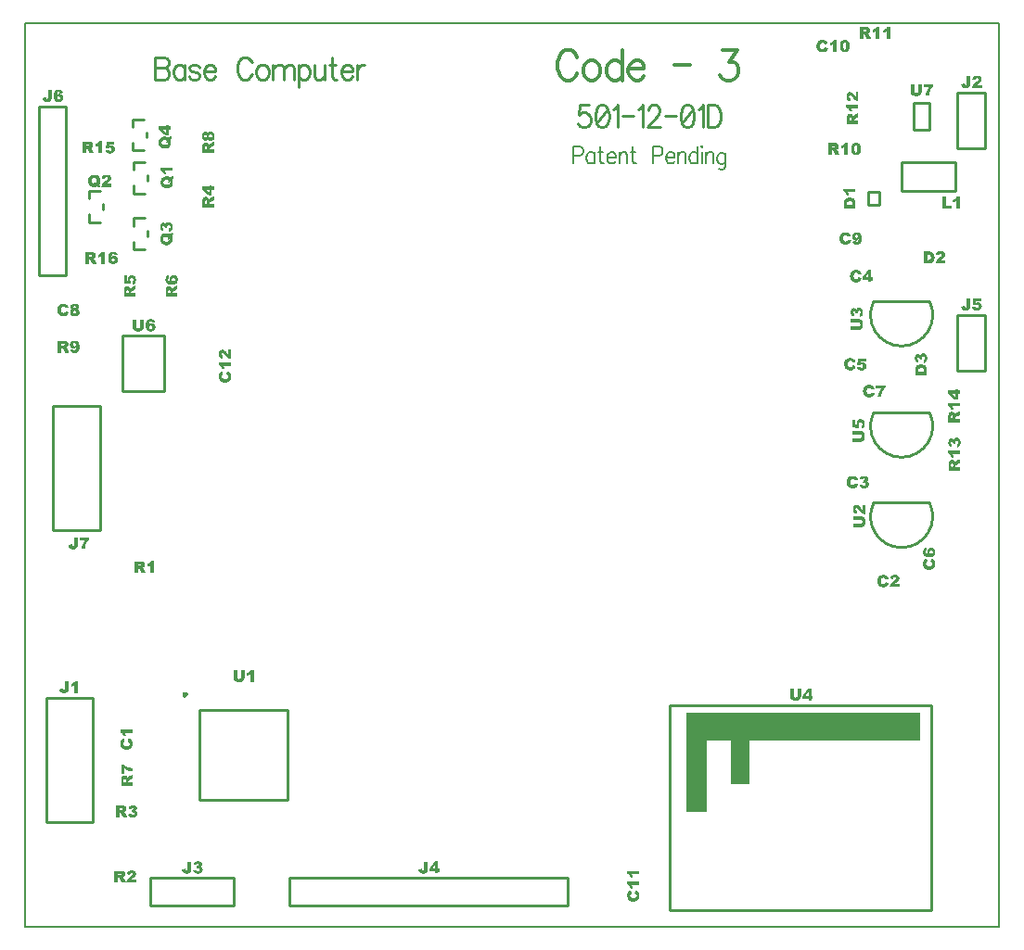
<source format=gbr>
G04 DipTrace 1.50*
%INTop Silk.gbr*%
%MOIN*%
%ADD10C,0.01*%
%ADD11C,0.005*%
%ADD12C,0.003*%
%ADD13C,0.008*%
%ADD14C,0.016*%
%ADD15C,0.02*%
%ADD16C,0.039*%
%ADD17C,0.03*%
%ADD18C,0.0197*%
%ADD19C,0.04*%
%ADD20C,0.0394*%
%ADD21C,0.025*%
%ADD22C,0.015*%
%ADD23R,0.06X0.045*%
%ADD24R,0.045X0.05*%
%ADD25R,0.05X0.045*%
%ADD26R,0.045X0.06*%
%ADD27R,0.03X0.025*%
%ADD28C,0.05*%
%ADD29R,0.08X0.08*%
%ADD30R,0.025X0.025*%
%ADD31R,0.0591X0.0787*%
%ADD32R,0.045X0.065*%
%ADD33C,0.06*%
%ADD34C,0.0591*%
%ADD35C,0.15*%
%ADD36R,0.032X0.032*%
%ADD37R,0.0413X0.0591*%
%ADD38R,0.0689X0.0197*%
%ADD39R,0.0787X0.0197*%
%ADD40R,0.0197X0.0689*%
%ADD41R,0.0197X0.0787*%
%ADD42O,0.04X0.06*%
%ADD43C,0.05*%
%ADD44R,0.06X0.03*%
%ADD45R,0.0335X0.0197*%
%ADD46C,0.045*%
%ADD47C,0.035*%
%ADD48C,0.0354*%
%ADD49C,0.115*%
%ADD50C,0.055*%
%ADD51R,0.0435X0.0297*%
%ADD52R,0.0235X0.0097*%
%ADD53R,0.07X0.04*%
%ADD54R,0.05X0.02*%
%ADD55C,0.06*%
%ADD56C,0.04*%
%ADD57O,0.05X0.07*%
%ADD58O,0.03X0.05*%
%ADD59R,0.0297X0.0887*%
%ADD60R,0.0097X0.0687*%
%ADD61R,0.0297X0.0789*%
%ADD62R,0.0097X0.0589*%
%ADD63R,0.0887X0.0297*%
%ADD64R,0.0687X0.0097*%
%ADD65R,0.0789X0.0297*%
%ADD66R,0.0589X0.0097*%
%ADD67R,0.0513X0.0691*%
%ADD68R,0.0313X0.0491*%
%ADD69R,0.042X0.042*%
%ADD70R,0.022X0.022*%
%ADD71C,0.16*%
%ADD72C,0.14*%
%ADD73C,0.0691*%
%ADD74C,0.0491*%
%ADD75C,0.07*%
%ADD76R,0.055X0.075*%
%ADD77R,0.035X0.055*%
%ADD78R,0.0691X0.0887*%
%ADD79R,0.0491X0.0687*%
%ADD80R,0.035X0.035*%
%ADD81R,0.015X0.015*%
%ADD82R,0.09X0.09*%
%ADD83R,0.07X0.07*%
%ADD84R,0.04X0.035*%
%ADD85R,0.02X0.015*%
%ADD86R,0.055X0.07*%
%ADD87R,0.035X0.05*%
%ADD88R,0.06X0.055*%
%ADD89R,0.055X0.06*%
%ADD90R,0.035X0.04*%
%ADD91R,0.07X0.055*%
%ADD92R,0.05X0.035*%
%ADD93C,0.012*%
%ADD94C,0.0066*%
%ADD95C,0.0087*%
%FSLAX44Y44*%
%SFA1B1*%
%OFA0B0*%
G04*
G70*
G90*
G75*
G01*
%LNTopSilk*%
%LPD*%
X34304Y29962D2*
D10*
X34704D1*
Y30430D1*
X34304D1*
Y29962D1*
X6432Y7753D2*
X4759D1*
Y12241D1*
X6432D1*
Y7753D1*
X37500Y34000D2*
X38500D1*
X37500D1*
X38500D2*
Y33500D1*
Y34000D1*
Y32000D2*
Y33500D1*
Y32000D1*
X37500D1*
X38500D1*
X37500D2*
Y34000D1*
Y32000D1*
X8500Y4750D2*
X11500D1*
Y5750D1*
X8500D1*
Y4750D1*
X13500D2*
X23500D1*
Y5750D1*
X13500D1*
Y4750D1*
X37500Y26000D2*
X38500D1*
X37500D1*
X38500D2*
Y25500D1*
Y26000D1*
Y24000D2*
Y25500D1*
Y24000D1*
X37500D1*
X38500D1*
X37500D2*
Y26000D1*
Y24000D1*
X4500Y33500D2*
X5472D1*
Y27441D1*
X4500D1*
Y33500D1*
X6682Y18253D2*
X5009D1*
Y22741D1*
X6682D1*
Y18253D1*
X35512Y30474D2*
X37430D1*
Y31486D1*
X35512D1*
Y30474D1*
X7900Y30375D2*
Y30655D1*
X8300Y30375D2*
X7900D1*
Y31215D2*
Y31495D1*
X8300D2*
X7900D1*
X8400Y30842D2*
Y31028D1*
X6315Y29340D2*
Y29620D1*
X6715Y29340D2*
X6315D1*
Y30180D2*
Y30460D1*
X6715D2*
X6315D1*
X6815Y29807D2*
Y29993D1*
X7895Y28360D2*
Y28640D1*
X8295Y28360D2*
X7895D1*
Y29200D2*
Y29480D1*
X8295D2*
X7895D1*
X8395Y28827D2*
Y29013D1*
X7875Y31920D2*
Y32200D1*
X8275Y31920D2*
X7875D1*
Y32760D2*
Y33040D1*
X8275D2*
X7875D1*
X8375Y32387D2*
Y32573D1*
X9813Y12354D2*
G03X9747Y12275I-57J-19D01*
G01*
X10272Y11803D2*
X13447D1*
Y8561D1*
X10272D1*
Y11803D1*
X34501Y19250D2*
X36499D1*
X34501D2*
G03X36499Y19250I999J-500D01*
G01*
X34501Y26500D2*
X36499D1*
X34501D2*
G03X36499Y26500I999J-500D01*
G01*
X27181Y4606D2*
X36551D1*
Y11969D1*
X27181D1*
Y4606D1*
G36*
X27760Y8140D2*
X28500D1*
Y11360D1*
X27760D1*
Y8140D1*
G37*
G36*
X29380Y9120D2*
X30020D1*
Y11000D1*
X29380D1*
Y9120D1*
G37*
G36*
X27760Y10680D2*
X36180D1*
Y11700D1*
X27760D1*
Y10680D1*
G37*
X34501Y22500D2*
D10*
X36499D1*
X34501D2*
G03X36499Y22500I999J-500D01*
G01*
X7501Y25250D2*
X8999D1*
Y23250D1*
X7501D1*
Y25250D1*
X35934Y33644D2*
X36485D1*
Y32647D1*
X35934D1*
Y33644D1*
X4000Y36500D2*
D11*
X39000D1*
X4000D2*
Y4000D1*
X39000Y36500D2*
Y4000D1*
X4000D2*
X39000D1*
X7416Y11088D2*
D12*
X7816D1*
X7416Y11078D2*
X7816D1*
X7416Y11068D2*
X7816D1*
X7416Y11058D2*
X7816D1*
X7416Y11048D2*
X7816D1*
X7417Y11038D2*
X7816D1*
X7418Y11028D2*
X7816D1*
X7426Y11018D2*
X7816D1*
X7437Y11008D2*
X7816D1*
X7449Y10998D2*
X7816D1*
X7462Y10988D2*
X7536D1*
X7474Y10978D2*
X7538D1*
X7483Y10968D2*
X7542D1*
X7491Y10958D2*
X7548D1*
X7499Y10948D2*
X7555D1*
X7505Y10938D2*
X7562D1*
X7511Y10928D2*
X7568D1*
X7515Y10918D2*
X7573D1*
X7519Y10908D2*
X7578D1*
X7524Y10898D2*
X7582D1*
X7530Y10888D2*
X7584D1*
X7536Y10878D2*
X7586D1*
X7516Y10768D2*
X7526D1*
X7706D2*
X7726D1*
X7501Y10758D2*
X7526D1*
X7705D2*
X7744D1*
X7488Y10748D2*
X7526D1*
X7704D2*
X7760D1*
X7477Y10738D2*
X7527D1*
X7702D2*
X7773D1*
X7467Y10728D2*
X7530D1*
X7699D2*
X7783D1*
X7458Y10718D2*
X7532D1*
X7697D2*
X7791D1*
X7450Y10708D2*
X7534D1*
X7695D2*
X7797D1*
X7444Y10698D2*
X7535D1*
X7693D2*
X7803D1*
X7439Y10688D2*
X7533D1*
X7691D2*
X7808D1*
X7434Y10678D2*
X7530D1*
X7695D2*
X7813D1*
X7430Y10668D2*
X7523D1*
X7707D2*
X7818D1*
X7428Y10658D2*
X7515D1*
X7720D2*
X7822D1*
X7427Y10648D2*
X7506D1*
X7733D2*
X7824D1*
X7426Y10638D2*
X7498D1*
X7743D2*
X7825D1*
X7424Y10628D2*
X7492D1*
X7751D2*
X7825D1*
X7422Y10618D2*
X7489D1*
X7757D2*
X7826D1*
X7420Y10608D2*
X7487D1*
X7761D2*
X7826D1*
X7419Y10598D2*
X7486D1*
X7764D2*
X7826D1*
X7421Y10588D2*
X7486D1*
X7765D2*
X7826D1*
X7423Y10578D2*
X7486D1*
X7764D2*
X7826D1*
X7424Y10568D2*
X7488D1*
X7762D2*
X7826D1*
X7425Y10558D2*
X7492D1*
X7759D2*
X7825D1*
X7426Y10548D2*
X7499D1*
X7755D2*
X7824D1*
X7427Y10538D2*
X7508D1*
X7750D2*
X7822D1*
X7430Y10528D2*
X7520D1*
X7735D2*
X7819D1*
X7434Y10518D2*
X7538D1*
X7716D2*
X7816D1*
X7439Y10508D2*
X7561D1*
X7692D2*
X7812D1*
X7443Y10498D2*
X7807D1*
X7448Y10488D2*
X7801D1*
X7454Y10478D2*
X7794D1*
X7460Y10468D2*
X7785D1*
X7468Y10458D2*
X7775D1*
X7478Y10448D2*
X7765D1*
X7491Y10438D2*
X7754D1*
X7507Y10428D2*
X7739D1*
X7526Y10418D2*
X7719D1*
X7550Y10408D2*
X7694D1*
X7576Y10398D2*
X7666D1*
X32600Y35890D2*
X32680D1*
X33060D2*
X33130D1*
X33410D2*
X33480D1*
X32571Y35880D2*
X32708D1*
X33055D2*
X33130D1*
X33386D2*
X33503D1*
X32547Y35870D2*
X32730D1*
X33047D2*
X33130D1*
X33365D2*
X33521D1*
X32528Y35860D2*
X32749D1*
X33039D2*
X33130D1*
X33349D2*
X33536D1*
X32514Y35850D2*
X32763D1*
X33030D2*
X33130D1*
X33337D2*
X33548D1*
X32502Y35840D2*
X32774D1*
X33019D2*
X33130D1*
X33328D2*
X33558D1*
X32492Y35830D2*
X32782D1*
X33008D2*
X33130D1*
X33321D2*
X33414D1*
X33480D2*
X33565D1*
X32484Y35820D2*
X32790D1*
X32994D2*
X33130D1*
X33314D2*
X33401D1*
X33488D2*
X33571D1*
X32477Y35810D2*
X32602D1*
X32688D2*
X32796D1*
X32977D2*
X33130D1*
X33309D2*
X33391D1*
X33496D2*
X33576D1*
X32470Y35800D2*
X32586D1*
X32702D2*
X32802D1*
X32960D2*
X33130D1*
X33304D2*
X33385D1*
X33501D2*
X33580D1*
X32465Y35790D2*
X32573D1*
X32713D2*
X32806D1*
X32944D2*
X33130D1*
X33302D2*
X33382D1*
X33505D2*
X33583D1*
X32461Y35780D2*
X32563D1*
X32722D2*
X32810D1*
X32930D2*
X33130D1*
X33299D2*
X33381D1*
X33508D2*
X33586D1*
X32457Y35770D2*
X32556D1*
X32730D2*
X32770D1*
X32925D2*
X33130D1*
X33296D2*
X33379D1*
X33509D2*
X33588D1*
X32454Y35760D2*
X32551D1*
X32922D2*
X32998D1*
X33040D2*
X33130D1*
X33293D2*
X33376D1*
X33510D2*
X33590D1*
X32452Y35750D2*
X32547D1*
X32921D2*
X32984D1*
X33040D2*
X33130D1*
X33292D2*
X33373D1*
X33510D2*
X33591D1*
X32450Y35740D2*
X32544D1*
X32920D2*
X32967D1*
X33040D2*
X33130D1*
X33291D2*
X33372D1*
X33510D2*
X33594D1*
X32449Y35730D2*
X32542D1*
X32920D2*
X32949D1*
X33040D2*
X33130D1*
X33290D2*
X33371D1*
X33510D2*
X33597D1*
X32446Y35720D2*
X32541D1*
X32920D2*
X32930D1*
X33040D2*
X33130D1*
X33290D2*
X33370D1*
X33510D2*
X33598D1*
X32443Y35710D2*
X32540D1*
X33040D2*
X33130D1*
X33290D2*
X33370D1*
X33510D2*
X33599D1*
X32442Y35700D2*
X32540D1*
X33040D2*
X33130D1*
X33290D2*
X33370D1*
X33510D2*
X33600D1*
X32441Y35690D2*
X32540D1*
X33040D2*
X33130D1*
X33290D2*
X33370D1*
X33510D2*
X33600D1*
X32441Y35680D2*
X32540D1*
X33040D2*
X33130D1*
X33290D2*
X33370D1*
X33510D2*
X33600D1*
X32442Y35670D2*
X32540D1*
X33040D2*
X33130D1*
X33290D2*
X33370D1*
X33510D2*
X33600D1*
X32444Y35660D2*
X32540D1*
X33040D2*
X33130D1*
X33290D2*
X33370D1*
X33510D2*
X33600D1*
X32447Y35650D2*
X32540D1*
X33040D2*
X33130D1*
X33290D2*
X33370D1*
X33510D2*
X33600D1*
X32448Y35640D2*
X32542D1*
X33040D2*
X33130D1*
X33290D2*
X33370D1*
X33510D2*
X33598D1*
X32450Y35630D2*
X32544D1*
X33040D2*
X33130D1*
X33292D2*
X33372D1*
X33510D2*
X33596D1*
X32451Y35620D2*
X32547D1*
X32740D2*
X32760D1*
X33040D2*
X33130D1*
X33294D2*
X33374D1*
X33510D2*
X33593D1*
X32454Y35610D2*
X32550D1*
X32734D2*
X32790D1*
X33040D2*
X33130D1*
X33297D2*
X33377D1*
X33510D2*
X33591D1*
X32458Y35600D2*
X32554D1*
X32728D2*
X32820D1*
X33040D2*
X33130D1*
X33299D2*
X33378D1*
X33510D2*
X33589D1*
X32463Y35590D2*
X32559D1*
X32722D2*
X32814D1*
X33040D2*
X33130D1*
X33301D2*
X33380D1*
X33508D2*
X33586D1*
X32468Y35580D2*
X32567D1*
X32714D2*
X32808D1*
X33040D2*
X33130D1*
X33304D2*
X33382D1*
X33506D2*
X33583D1*
X32474Y35570D2*
X32595D1*
X32685D2*
X32803D1*
X33040D2*
X33130D1*
X33308D2*
X33385D1*
X33501D2*
X33580D1*
X32480Y35560D2*
X32642D1*
X32639D2*
X32798D1*
X33040D2*
X33130D1*
X33313D2*
X33393D1*
X33495D2*
X33576D1*
X32487Y35550D2*
X32792D1*
X33040D2*
X33130D1*
X33318D2*
X33412D1*
X33477D2*
X33572D1*
X32494Y35540D2*
X32786D1*
X33040D2*
X33130D1*
X33324D2*
X33443D1*
X33447D2*
X33566D1*
X32502Y35530D2*
X32778D1*
X33040D2*
X33130D1*
X33332D2*
X33558D1*
X32513Y35520D2*
X32767D1*
X33040D2*
X33130D1*
X33341D2*
X33549D1*
X32527Y35510D2*
X32753D1*
X33040D2*
X33130D1*
X33353D2*
X33537D1*
X32547Y35500D2*
X32735D1*
X33040D2*
X33130D1*
X33368D2*
X33522D1*
X32572Y35490D2*
X32714D1*
X33040D2*
X33130D1*
X33388D2*
X33502D1*
X32600Y35480D2*
X32690D1*
X33410D2*
X33480D1*
X25637Y6010D2*
X26037D1*
X25637Y6000D2*
X26037D1*
X25637Y5990D2*
X26037D1*
X25637Y5980D2*
X26037D1*
X25637Y5970D2*
X26037D1*
X25638Y5960D2*
X26037D1*
X25640Y5950D2*
X26037D1*
X25647Y5940D2*
X26037D1*
X25658Y5930D2*
X26037D1*
X25671Y5920D2*
X26037D1*
X25683Y5910D2*
X25758D1*
X25695Y5900D2*
X25759D1*
X25705Y5890D2*
X25763D1*
X25713Y5880D2*
X25770D1*
X25720Y5870D2*
X25777D1*
X25727Y5860D2*
X25783D1*
X25732Y5850D2*
X25789D1*
X25736Y5840D2*
X25794D1*
X25741Y5830D2*
X25799D1*
X25745Y5820D2*
X25803D1*
X25751Y5810D2*
X25805D1*
X25757Y5800D2*
X25807D1*
X25637Y5620D2*
X26037D1*
X25637Y5610D2*
X26037D1*
X25637Y5600D2*
X26037D1*
X25637Y5590D2*
X26037D1*
X25637Y5580D2*
X26037D1*
X25638Y5570D2*
X26037D1*
X25640Y5560D2*
X26037D1*
X25647Y5550D2*
X26037D1*
X25658Y5540D2*
X26037D1*
X25671Y5530D2*
X26037D1*
X25683Y5520D2*
X25758D1*
X25695Y5510D2*
X25759D1*
X25705Y5500D2*
X25763D1*
X25713Y5490D2*
X25770D1*
X25720Y5480D2*
X25777D1*
X25727Y5470D2*
X25783D1*
X25732Y5460D2*
X25789D1*
X25736Y5450D2*
X25794D1*
X25741Y5440D2*
X25799D1*
X25745Y5430D2*
X25803D1*
X25751Y5420D2*
X25805D1*
X25757Y5410D2*
X25807D1*
X25737Y5300D2*
X25747D1*
X25927D2*
X25947D1*
X25723Y5290D2*
X25747D1*
X25927D2*
X25965D1*
X25710Y5280D2*
X25748D1*
X25925D2*
X25981D1*
X25698Y5270D2*
X25749D1*
X25923D2*
X25994D1*
X25688Y5260D2*
X25751D1*
X25920D2*
X26004D1*
X25679Y5250D2*
X25754D1*
X25918D2*
X26012D1*
X25672Y5240D2*
X25755D1*
X25916D2*
X26019D1*
X25665Y5230D2*
X25756D1*
X25914D2*
X26024D1*
X25660Y5220D2*
X25755D1*
X25912D2*
X26030D1*
X25655Y5210D2*
X25752D1*
X25916D2*
X26035D1*
X25651Y5200D2*
X25745D1*
X25928D2*
X26039D1*
X25649Y5190D2*
X25736D1*
X25942D2*
X26043D1*
X25648Y5180D2*
X25727D1*
X25954D2*
X26045D1*
X25647Y5170D2*
X25719D1*
X25964D2*
X26046D1*
X25646Y5160D2*
X25713D1*
X25972D2*
X26047D1*
X25643Y5150D2*
X25710D1*
X25978D2*
X26047D1*
X25641Y5140D2*
X25708D1*
X25983D2*
X26047D1*
X25640Y5130D2*
X25708D1*
X25985D2*
X26047D1*
X25642Y5120D2*
X25707D1*
X25986D2*
X26047D1*
X25644Y5110D2*
X25708D1*
X25985D2*
X26047D1*
X25646Y5100D2*
X25709D1*
X25983D2*
X26047D1*
X25647Y5090D2*
X25713D1*
X25980D2*
X26047D1*
X25647Y5080D2*
X25720D1*
X25976D2*
X26045D1*
X25649Y5070D2*
X25729D1*
X25971D2*
X26043D1*
X25652Y5060D2*
X25742D1*
X25957D2*
X26040D1*
X25655Y5050D2*
X25760D1*
X25937D2*
X26037D1*
X25660Y5040D2*
X25782D1*
X25913D2*
X26033D1*
X25665Y5030D2*
X26029D1*
X25670Y5020D2*
X26023D1*
X25675Y5010D2*
X26015D1*
X25681Y5000D2*
X26006D1*
X25689Y4990D2*
X25997D1*
X25700Y4980D2*
X25987D1*
X25712Y4970D2*
X25975D1*
X25728Y4960D2*
X25960D1*
X25748Y4950D2*
X25940D1*
X25772Y4940D2*
X25915D1*
X25797Y4930D2*
X25887D1*
X11051Y24749D2*
X11091D1*
X11301D2*
X11361D1*
X11033Y24739D2*
X11112D1*
X11301D2*
X11361D1*
X11017Y24729D2*
X11130D1*
X11301D2*
X11361D1*
X11005Y24719D2*
X11145D1*
X11301D2*
X11361D1*
X10996Y24709D2*
X11158D1*
X11301D2*
X11361D1*
X10990Y24699D2*
X11169D1*
X11301D2*
X11361D1*
X10984Y24689D2*
X11179D1*
X11301D2*
X11361D1*
X10979Y24679D2*
X11187D1*
X11301D2*
X11361D1*
X10975Y24669D2*
X11194D1*
X11301D2*
X11361D1*
X10973Y24659D2*
X11202D1*
X11301D2*
X11361D1*
X10972Y24649D2*
X11044D1*
X11122D2*
X11210D1*
X11301D2*
X11361D1*
X10971Y24639D2*
X11031D1*
X11135D2*
X11217D1*
X11301D2*
X11361D1*
X10969Y24629D2*
X11022D1*
X11147D2*
X11224D1*
X11301D2*
X11361D1*
X10967Y24619D2*
X11016D1*
X11158D2*
X11233D1*
X11301D2*
X11361D1*
X10965Y24609D2*
X11013D1*
X11166D2*
X11243D1*
X11300D2*
X11361D1*
X10964Y24599D2*
X11012D1*
X11174D2*
X11257D1*
X11297D2*
X11361D1*
X10966Y24589D2*
X11012D1*
X11182D2*
X11277D1*
X11285D2*
X11361D1*
X10968Y24579D2*
X11017D1*
X11190D2*
X11361D1*
X10969Y24569D2*
X11026D1*
X11197D2*
X11361D1*
X10971Y24559D2*
X11037D1*
X11204D2*
X11361D1*
X10972Y24549D2*
X11050D1*
X11213D2*
X11361D1*
X10975Y24539D2*
X11061D1*
X11222D2*
X11361D1*
X10978Y24529D2*
X11066D1*
X11231D2*
X11361D1*
X10981Y24519D2*
X11069D1*
X11241D2*
X11361D1*
X10986Y24509D2*
X11070D1*
X11251D2*
X11361D1*
X10993Y24499D2*
X11071D1*
X11261D2*
X11361D1*
X11002Y24489D2*
X11071D1*
X11273D2*
X11361D1*
X11013Y24479D2*
X11071D1*
X11286D2*
X11361D1*
X11026Y24469D2*
X11071D1*
X11301D2*
X11361D1*
X11041Y24459D2*
X11071D1*
X11320D2*
X11361D1*
X11341Y24449D2*
X11361D1*
X10961Y24289D2*
X11361D1*
X10961Y24279D2*
X11361D1*
X10961Y24269D2*
X11361D1*
X10961Y24259D2*
X11361D1*
X10961Y24249D2*
X11361D1*
X10962Y24239D2*
X11361D1*
X10963Y24229D2*
X11361D1*
X10971Y24219D2*
X11361D1*
X10982Y24209D2*
X11361D1*
X10994Y24199D2*
X11361D1*
X11007Y24189D2*
X11081D1*
X11019Y24179D2*
X11083D1*
X11028Y24169D2*
X11087D1*
X11036Y24159D2*
X11093D1*
X11044Y24149D2*
X11100D1*
X11050Y24139D2*
X11107D1*
X11056Y24129D2*
X11113D1*
X11060Y24119D2*
X11118D1*
X11064Y24109D2*
X11123D1*
X11069Y24099D2*
X11127D1*
X11075Y24089D2*
X11129D1*
X11081Y24079D2*
X11131D1*
X11061Y23969D2*
X11071D1*
X11251D2*
X11271D1*
X11046Y23959D2*
X11071D1*
X11250D2*
X11289D1*
X11033Y23949D2*
X11071D1*
X11249D2*
X11305D1*
X11022Y23939D2*
X11073D1*
X11247D2*
X11318D1*
X11012Y23929D2*
X11075D1*
X11244D2*
X11328D1*
X11003Y23919D2*
X11077D1*
X11242D2*
X11336D1*
X10995Y23909D2*
X11079D1*
X11240D2*
X11342D1*
X10989Y23899D2*
X11080D1*
X11238D2*
X11348D1*
X10984Y23889D2*
X11078D1*
X11236D2*
X11353D1*
X10979Y23879D2*
X11076D1*
X11240D2*
X11358D1*
X10975Y23869D2*
X11068D1*
X11252D2*
X11363D1*
X10973Y23859D2*
X11060D1*
X11265D2*
X11367D1*
X10972Y23849D2*
X11051D1*
X11278D2*
X11369D1*
X10971Y23839D2*
X11043D1*
X11288D2*
X11370D1*
X10969Y23829D2*
X11037D1*
X11296D2*
X11371D1*
X10967Y23819D2*
X11034D1*
X11302D2*
X11371D1*
X10965Y23809D2*
X11032D1*
X11306D2*
X11371D1*
X10964Y23799D2*
X11031D1*
X11309D2*
X11371D1*
X10966Y23789D2*
X11031D1*
X11310D2*
X11371D1*
X10968Y23779D2*
X11031D1*
X11309D2*
X11371D1*
X10969Y23769D2*
X11033D1*
X11307D2*
X11371D1*
X10970Y23759D2*
X11037D1*
X11304D2*
X11370D1*
X10971Y23749D2*
X11044D1*
X11300D2*
X11369D1*
X10972Y23739D2*
X11053D1*
X11295D2*
X11367D1*
X10975Y23729D2*
X11065D1*
X11281D2*
X11364D1*
X10979Y23719D2*
X11083D1*
X11261D2*
X11361D1*
X10984Y23709D2*
X11106D1*
X11237D2*
X11357D1*
X10988Y23699D2*
X11352D1*
X10993Y23689D2*
X11346D1*
X10999Y23679D2*
X11339D1*
X11005Y23669D2*
X11330D1*
X11013Y23659D2*
X11320D1*
X11023Y23649D2*
X11310D1*
X11036Y23639D2*
X11299D1*
X11052Y23629D2*
X11284D1*
X11072Y23619D2*
X11264D1*
X11095Y23609D2*
X11239D1*
X11121Y23599D2*
X11211D1*
X34785Y16650D2*
X34865D1*
X35195D2*
X35285D1*
X34756Y16640D2*
X34893D1*
X35168D2*
X35309D1*
X34732Y16630D2*
X34915D1*
X35146D2*
X35330D1*
X34713Y16620D2*
X34934D1*
X35130D2*
X35346D1*
X34699Y16610D2*
X34948D1*
X35119D2*
X35358D1*
X34687Y16600D2*
X34958D1*
X35110D2*
X35367D1*
X34677Y16590D2*
X34967D1*
X35104D2*
X35195D1*
X35271D2*
X35374D1*
X34669Y16580D2*
X34975D1*
X35099D2*
X35187D1*
X35284D2*
X35379D1*
X34662Y16570D2*
X34787D1*
X34873D2*
X34981D1*
X35095D2*
X35181D1*
X35293D2*
X35382D1*
X34655Y16560D2*
X34771D1*
X34887D2*
X34987D1*
X35090D2*
X35176D1*
X35300D2*
X35384D1*
X34650Y16550D2*
X34758D1*
X34898D2*
X34991D1*
X35085D2*
X35171D1*
X35303D2*
X35385D1*
X34646Y16540D2*
X34748D1*
X34907D2*
X34995D1*
X35135D2*
X35165D1*
X35304D2*
X35385D1*
X34642Y16530D2*
X34741D1*
X34915D2*
X34955D1*
X35304D2*
X35385D1*
X34639Y16520D2*
X34736D1*
X35303D2*
X35383D1*
X34637Y16510D2*
X34732D1*
X35299D2*
X35380D1*
X34635Y16500D2*
X34729D1*
X35294D2*
X35376D1*
X34634Y16490D2*
X34727D1*
X35287D2*
X35371D1*
X34631Y16480D2*
X34726D1*
X35279D2*
X35365D1*
X34628Y16470D2*
X34725D1*
X35269D2*
X35358D1*
X34627Y16460D2*
X34725D1*
X35257D2*
X35351D1*
X34626Y16450D2*
X34725D1*
X35245D2*
X35342D1*
X34626Y16440D2*
X34725D1*
X35232D2*
X35330D1*
X34627Y16430D2*
X34725D1*
X35219D2*
X35318D1*
X34629Y16420D2*
X34725D1*
X35207D2*
X35305D1*
X34632Y16410D2*
X34725D1*
X35195D2*
X35292D1*
X34633Y16400D2*
X34727D1*
X35184D2*
X35278D1*
X34635Y16390D2*
X34729D1*
X35171D2*
X35265D1*
X34636Y16380D2*
X34732D1*
X34925D2*
X34945D1*
X35158D2*
X35252D1*
X34639Y16370D2*
X34735D1*
X34919D2*
X34975D1*
X35147D2*
X35239D1*
X34643Y16360D2*
X34739D1*
X34913D2*
X35005D1*
X35137D2*
X35229D1*
X34648Y16350D2*
X34744D1*
X34907D2*
X34999D1*
X35129D2*
X35221D1*
X34653Y16340D2*
X34752D1*
X34899D2*
X34993D1*
X35122D2*
X35218D1*
X34659Y16330D2*
X34780D1*
X34870D2*
X34988D1*
X35115D2*
X35216D1*
X34665Y16320D2*
X34826D1*
X34823D2*
X34983D1*
X35109D2*
X35395D1*
X34672Y16310D2*
X34977D1*
X35103D2*
X35395D1*
X34679Y16300D2*
X34971D1*
X35098D2*
X35395D1*
X34687Y16290D2*
X34963D1*
X35093D2*
X35395D1*
X34698Y16280D2*
X34952D1*
X35089D2*
X35395D1*
X34712Y16270D2*
X34938D1*
X35085D2*
X35395D1*
X34732Y16260D2*
X34920D1*
X35080D2*
X35395D1*
X34757Y16250D2*
X34898D1*
X35075D2*
X35395D1*
X34785Y16240D2*
X34875D1*
X33685Y20210D2*
X33765D1*
X34095D2*
X34175D1*
X33656Y20200D2*
X33792D1*
X34072D2*
X34200D1*
X33632Y20190D2*
X33815D1*
X34053D2*
X34221D1*
X33613Y20180D2*
X33833D1*
X34038D2*
X34236D1*
X33598Y20170D2*
X33848D1*
X34026D2*
X34247D1*
X33586Y20160D2*
X33858D1*
X34016D2*
X34255D1*
X33577Y20150D2*
X33867D1*
X34007D2*
X34098D1*
X34161D2*
X34261D1*
X33569Y20140D2*
X33874D1*
X34001D2*
X34085D1*
X34174D2*
X34266D1*
X33562Y20130D2*
X33687D1*
X33772D2*
X33881D1*
X34002D2*
X34074D1*
X34180D2*
X34270D1*
X33555Y20120D2*
X33671D1*
X33787D2*
X33886D1*
X34005D2*
X34065D1*
X34182D2*
X34272D1*
X33550Y20110D2*
X33658D1*
X33798D2*
X33891D1*
X34184D2*
X34270D1*
X33545Y20100D2*
X33648D1*
X33806D2*
X33895D1*
X34184D2*
X34266D1*
X33542Y20090D2*
X33641D1*
X33815D2*
X33855D1*
X34183D2*
X34262D1*
X33538Y20080D2*
X33636D1*
X34179D2*
X34256D1*
X33536Y20070D2*
X33632D1*
X34166D2*
X34249D1*
X33535Y20060D2*
X33628D1*
X34149D2*
X34239D1*
X33533Y20050D2*
X33626D1*
X34134D2*
X34229D1*
X33531Y20040D2*
X33625D1*
X34122D2*
X34221D1*
X33528Y20030D2*
X33625D1*
X34118D2*
X34218D1*
X33526Y20020D2*
X33625D1*
X34116D2*
X34229D1*
X33525Y20010D2*
X33625D1*
X34115D2*
X34242D1*
X33525Y20000D2*
X33625D1*
X34115D2*
X34255D1*
X33526Y19990D2*
X33625D1*
X34151D2*
X34266D1*
X33529Y19980D2*
X33625D1*
X34176D2*
X34274D1*
X33531Y19970D2*
X33625D1*
X34194D2*
X34281D1*
X33533Y19960D2*
X33626D1*
X34201D2*
X34286D1*
X33534Y19950D2*
X33629D1*
X34203D2*
X34290D1*
X33536Y19940D2*
X33632D1*
X33825D2*
X33845D1*
X34204D2*
X34293D1*
X33539Y19930D2*
X33635D1*
X33818D2*
X33875D1*
X34204D2*
X34293D1*
X33543Y19920D2*
X33638D1*
X33813D2*
X33905D1*
X34204D2*
X34293D1*
X33547Y19910D2*
X33644D1*
X33806D2*
X33898D1*
X34204D2*
X34290D1*
X33553Y19900D2*
X33651D1*
X33798D2*
X33893D1*
X34045D2*
X34065D1*
X34203D2*
X34288D1*
X33558Y19890D2*
X33679D1*
X33770D2*
X33887D1*
X33985D2*
X34070D1*
X34200D2*
X34284D1*
X33565Y19880D2*
X33726D1*
X33723D2*
X33882D1*
X33991D2*
X34078D1*
X34194D2*
X34281D1*
X33571Y19870D2*
X33877D1*
X33998D2*
X34099D1*
X34171D2*
X34276D1*
X33578Y19860D2*
X33870D1*
X34005D2*
X34133D1*
D2*
X34270D1*
X33587Y19850D2*
X33862D1*
X34012D2*
X34263D1*
X33597Y19840D2*
X33852D1*
X34020D2*
X34253D1*
X33612Y19830D2*
X33838D1*
X34033D2*
X34241D1*
X33631Y19820D2*
X33820D1*
X34050D2*
X34224D1*
X33656Y19810D2*
X33798D1*
X34071D2*
X34201D1*
X33685Y19800D2*
X33775D1*
X34095D2*
X34175D1*
X33806Y27616D2*
X33886D1*
X34296D2*
X34376D1*
X33777Y27606D2*
X33913D1*
X34290D2*
X34376D1*
X33753Y27596D2*
X33936D1*
X34283D2*
X34376D1*
X33734Y27586D2*
X33954D1*
X34275D2*
X34376D1*
X33719Y27576D2*
X33969D1*
X34266D2*
X34376D1*
X33707Y27566D2*
X33979D1*
X34257D2*
X34376D1*
X33698Y27556D2*
X33988D1*
X34250D2*
X34376D1*
X33690Y27546D2*
X33995D1*
X34242D2*
X34376D1*
X33683Y27536D2*
X33808D1*
X33893D2*
X34002D1*
X34234D2*
X34376D1*
X33676Y27526D2*
X33792D1*
X33908D2*
X34007D1*
X34225D2*
X34376D1*
X33671Y27516D2*
X33779D1*
X33919D2*
X34012D1*
X34217D2*
X34376D1*
X33666Y27506D2*
X33769D1*
X33927D2*
X34016D1*
X34210D2*
X34266D1*
X34306D2*
X34376D1*
X33663Y27496D2*
X33762D1*
X33936D2*
X33976D1*
X34202D2*
X34256D1*
X34306D2*
X34376D1*
X33659Y27486D2*
X33757D1*
X34194D2*
X34247D1*
X34306D2*
X34376D1*
X33657Y27476D2*
X33753D1*
X34185D2*
X34240D1*
X34306D2*
X34376D1*
X33656Y27466D2*
X33749D1*
X34177D2*
X34232D1*
X34306D2*
X34376D1*
X33654Y27456D2*
X33747D1*
X34170D2*
X34224D1*
X34306D2*
X34376D1*
X33652Y27446D2*
X33746D1*
X34162D2*
X34215D1*
X34306D2*
X34376D1*
X33649Y27436D2*
X33746D1*
X34154D2*
X34206D1*
X34306D2*
X34376D1*
X33647Y27426D2*
X33746D1*
X34145D2*
X34197D1*
X34306D2*
X34376D1*
X33646Y27416D2*
X33746D1*
X34137D2*
X34190D1*
X34306D2*
X34376D1*
X33646Y27406D2*
X33746D1*
X34130D2*
X34183D1*
X34306D2*
X34376D1*
X33647Y27396D2*
X33746D1*
X34122D2*
X34176D1*
X34306D2*
X34376D1*
X33650Y27386D2*
X33746D1*
X34114D2*
X34171D1*
X34306D2*
X34376D1*
X33652Y27376D2*
X33746D1*
X34107D2*
X34168D1*
X34306D2*
X34376D1*
X33654Y27366D2*
X33747D1*
X34102D2*
X34167D1*
X34306D2*
X34376D1*
X33655Y27356D2*
X33750D1*
X34098D2*
X34426D1*
X33657Y27346D2*
X33753D1*
X33946D2*
X33966D1*
X34097D2*
X34426D1*
X33660Y27336D2*
X33756D1*
X33939D2*
X33996D1*
X34096D2*
X34426D1*
X33664Y27326D2*
X33759D1*
X33934D2*
X34026D1*
X34096D2*
X34426D1*
X33668Y27316D2*
X33765D1*
X33927D2*
X34019D1*
X34096D2*
X34426D1*
X33674Y27306D2*
X33772D1*
X33919D2*
X34014D1*
X34096D2*
X34426D1*
X33679Y27296D2*
X33801D1*
X33891D2*
X34008D1*
X34096D2*
X34426D1*
X33686Y27286D2*
X33847D1*
X33844D2*
X34003D1*
X34096D2*
X34426D1*
X33692Y27276D2*
X33998D1*
X34306D2*
X34376D1*
X33699Y27266D2*
X33991D1*
X34306D2*
X34376D1*
X33708Y27256D2*
X33983D1*
X34306D2*
X34376D1*
X33719Y27246D2*
X33973D1*
X34306D2*
X34376D1*
X33733Y27236D2*
X33959D1*
X34306D2*
X34376D1*
X33752Y27226D2*
X33941D1*
X34306D2*
X34376D1*
X33778Y27216D2*
X33919D1*
X34306D2*
X34376D1*
X33806Y27206D2*
X33896D1*
X33595Y24450D2*
X33675D1*
X33566Y24440D2*
X33702D1*
X33935D2*
X34185D1*
X33542Y24430D2*
X33725D1*
X33935D2*
X34185D1*
X33523Y24420D2*
X33743D1*
X33935D2*
X34185D1*
X33508Y24410D2*
X33758D1*
X33934D2*
X34185D1*
X33496Y24400D2*
X33768D1*
X33933D2*
X34185D1*
X33487Y24390D2*
X33777D1*
X33931D2*
X34185D1*
X33479Y24380D2*
X33784D1*
X33928D2*
X34185D1*
X33472Y24370D2*
X33597D1*
X33682D2*
X33791D1*
X33926D2*
X34185D1*
X33465Y24360D2*
X33581D1*
X33697D2*
X33796D1*
X33925D2*
X33995D1*
X33460Y24350D2*
X33568D1*
X33708D2*
X33801D1*
X33925D2*
X33995D1*
X33455Y24340D2*
X33558D1*
X33716D2*
X33805D1*
X33924D2*
X33994D1*
X33452Y24330D2*
X33551D1*
X33725D2*
X33765D1*
X33923D2*
X33993D1*
X33448Y24320D2*
X33546D1*
X33921D2*
X33991D1*
X33446Y24310D2*
X33542D1*
X33918D2*
X33988D1*
X33445Y24300D2*
X33538D1*
X33916D2*
X33986D1*
X34055D2*
X34105D1*
X33443Y24290D2*
X33536D1*
X33915D2*
X33985D1*
X34016D2*
X34127D1*
X33441Y24280D2*
X33535D1*
X33914D2*
X34146D1*
X33438Y24270D2*
X33535D1*
X33913D2*
X34160D1*
X33436Y24260D2*
X33535D1*
X33911D2*
X34171D1*
X33435Y24250D2*
X33535D1*
X33909D2*
X34180D1*
X33435Y24240D2*
X33535D1*
X33911D2*
X34005D1*
X34082D2*
X34186D1*
X33436Y24230D2*
X33535D1*
X33915D2*
X33985D1*
X34096D2*
X34192D1*
X33439Y24220D2*
X33535D1*
X34107D2*
X34197D1*
X33441Y24210D2*
X33535D1*
X34111D2*
X34200D1*
X33443Y24200D2*
X33536D1*
X34113D2*
X34203D1*
X33444Y24190D2*
X33539D1*
X34114D2*
X34204D1*
X33446Y24180D2*
X33542D1*
X33735D2*
X33755D1*
X34114D2*
X34204D1*
X33449Y24170D2*
X33545D1*
X33728D2*
X33785D1*
X34115D2*
X34204D1*
X33453Y24160D2*
X33548D1*
X33723D2*
X33815D1*
X34115D2*
X34203D1*
X33457Y24150D2*
X33554D1*
X33716D2*
X33808D1*
X34114D2*
X34200D1*
X33463Y24140D2*
X33561D1*
X33708D2*
X33803D1*
X33955D2*
X33975D1*
X34113D2*
X34196D1*
X33468Y24130D2*
X33589D1*
X33680D2*
X33797D1*
X33895D2*
X33980D1*
X34110D2*
X34192D1*
X33475Y24120D2*
X33636D1*
X33633D2*
X33792D1*
X33901D2*
X33988D1*
X34104D2*
X34187D1*
X33481Y24110D2*
X33787D1*
X33907D2*
X34009D1*
X34081D2*
X34182D1*
X33488Y24100D2*
X33780D1*
X33912D2*
X34043D1*
D2*
X34177D1*
X33497Y24090D2*
X33772D1*
X33919D2*
X34170D1*
X33507Y24080D2*
X33762D1*
X33929D2*
X34160D1*
X33522Y24070D2*
X33748D1*
X33942D2*
X34147D1*
X33541Y24060D2*
X33730D1*
X33960D2*
X34130D1*
X33566Y24050D2*
X33708D1*
X33981D2*
X34108D1*
X33595Y24040D2*
X33685D1*
X34005D2*
X34085D1*
X36530Y17635D2*
X36580D1*
X36507Y17625D2*
X36598D1*
X36340Y17615D2*
X36350D1*
X36488D2*
X36613D1*
X36327Y17605D2*
X36350D1*
X36473D2*
X36627D1*
X36315Y17595D2*
X36350D1*
X36461D2*
X36638D1*
X36306Y17585D2*
X36350D1*
X36452D2*
X36647D1*
X36299Y17575D2*
X36350D1*
X36444D2*
X36655D1*
X36293Y17565D2*
X36351D1*
X36438D2*
X36661D1*
X36288Y17555D2*
X36353D1*
X36434D2*
X36667D1*
X36284Y17545D2*
X36354D1*
X36430D2*
X36672D1*
X36281Y17535D2*
X36347D1*
X36426D2*
X36502D1*
X36610D2*
X36675D1*
X36280Y17525D2*
X36337D1*
X36424D2*
X36487D1*
X36619D2*
X36678D1*
X36278Y17515D2*
X36328D1*
X36422D2*
X36477D1*
X36627D2*
X36679D1*
X36276Y17505D2*
X36320D1*
X36424D2*
X36469D1*
X36633D2*
X36679D1*
X36273Y17495D2*
X36315D1*
X36427D2*
X36465D1*
X36637D2*
X36679D1*
X36273Y17485D2*
X36311D1*
X36430D2*
X36462D1*
X36638D2*
X36679D1*
X36274Y17475D2*
X36312D1*
X36433D2*
X36462D1*
X36639D2*
X36680D1*
X36276Y17465D2*
X36314D1*
X36438D2*
X36464D1*
X36638D2*
X36679D1*
X36278Y17455D2*
X36319D1*
X36444D2*
X36468D1*
X36635D2*
X36679D1*
X36279Y17445D2*
X36325D1*
X36449D2*
X36474D1*
X36630D2*
X36678D1*
X36281Y17435D2*
X36344D1*
X36454D2*
X36485D1*
X36618D2*
X36675D1*
X36284Y17425D2*
X36377D1*
X36457D2*
X36512D1*
X36590D2*
X36672D1*
X36288Y17415D2*
X36428D1*
X36460D2*
X36552D1*
X36548D2*
X36669D1*
X36292Y17405D2*
X36664D1*
X36298Y17395D2*
X36659D1*
X36304Y17385D2*
X36653D1*
X36312Y17375D2*
X36645D1*
X36321Y17365D2*
X36636D1*
X36332Y17355D2*
X36624D1*
X36348Y17345D2*
X36608D1*
X36370Y17335D2*
X36587D1*
X36399Y17325D2*
X36560D1*
X36430Y17315D2*
X36530D1*
X36370Y17235D2*
X36380D1*
X36560D2*
X36580D1*
X36355Y17225D2*
X36380D1*
X36559D2*
X36598D1*
X36342Y17215D2*
X36380D1*
X36558D2*
X36613D1*
X36331Y17205D2*
X36381D1*
X36555D2*
X36626D1*
X36320Y17195D2*
X36384D1*
X36553D2*
X36637D1*
X36311Y17185D2*
X36386D1*
X36551D2*
X36645D1*
X36304Y17175D2*
X36388D1*
X36549D2*
X36651D1*
X36298Y17165D2*
X36388D1*
X36546D2*
X36657D1*
X36292Y17155D2*
X36387D1*
X36544D2*
X36662D1*
X36288Y17145D2*
X36384D1*
X36549D2*
X36667D1*
X36284Y17135D2*
X36377D1*
X36561D2*
X36672D1*
X36282Y17125D2*
X36368D1*
X36574D2*
X36675D1*
X36280Y17115D2*
X36360D1*
X36586D2*
X36678D1*
X36279Y17105D2*
X36351D1*
X36597D2*
X36679D1*
X36278Y17095D2*
X36346D1*
X36605D2*
X36679D1*
X36276Y17085D2*
X36342D1*
X36611D2*
X36679D1*
X36273Y17075D2*
X36341D1*
X36615D2*
X36679D1*
X36273Y17065D2*
X36340D1*
X36617D2*
X36680D1*
X36274Y17055D2*
X36340D1*
X36618D2*
X36680D1*
X36276Y17045D2*
X36340D1*
X36618D2*
X36680D1*
X36278Y17035D2*
X36342D1*
X36615D2*
X36680D1*
X36279Y17025D2*
X36346D1*
X36612D2*
X36679D1*
X36280Y17015D2*
X36352D1*
X36609D2*
X36678D1*
X36281Y17005D2*
X36362D1*
X36603D2*
X36675D1*
X36284Y16995D2*
X36374D1*
X36589D2*
X36673D1*
X36288Y16985D2*
X36392D1*
X36570D2*
X36669D1*
X36292Y16975D2*
X36415D1*
X36546D2*
X36666D1*
X36297Y16965D2*
X36661D1*
X36302Y16955D2*
X36655D1*
X36307Y16945D2*
X36648D1*
X36314Y16935D2*
X36639D1*
X36322Y16925D2*
X36629D1*
X36332Y16915D2*
X36619D1*
X36345Y16905D2*
X36607D1*
X36360Y16895D2*
X36593D1*
X36380Y16885D2*
X36573D1*
X36404Y16875D2*
X36548D1*
X36430Y16865D2*
X36520D1*
X34275Y23480D2*
X34355D1*
X34246Y23470D2*
X34382D1*
X34575D2*
X34885D1*
X34222Y23460D2*
X34405D1*
X34575D2*
X34885D1*
X34203Y23450D2*
X34423D1*
X34575D2*
X34885D1*
X34188Y23440D2*
X34438D1*
X34575D2*
X34884D1*
X34176Y23430D2*
X34448D1*
X34575D2*
X34882D1*
X34167Y23420D2*
X34457D1*
X34575D2*
X34878D1*
X34159Y23410D2*
X34464D1*
X34575D2*
X34872D1*
X34152Y23400D2*
X34277D1*
X34362D2*
X34471D1*
X34575D2*
X34863D1*
X34145Y23390D2*
X34261D1*
X34377D2*
X34476D1*
X34775D2*
X34855D1*
X34140Y23380D2*
X34248D1*
X34388D2*
X34481D1*
X34774D2*
X34846D1*
X34135Y23370D2*
X34238D1*
X34396D2*
X34485D1*
X34772D2*
X34839D1*
X34132Y23360D2*
X34231D1*
X34405D2*
X34445D1*
X34768D2*
X34832D1*
X34128Y23350D2*
X34226D1*
X34762D2*
X34825D1*
X34126Y23340D2*
X34222D1*
X34755D2*
X34818D1*
X34125Y23330D2*
X34218D1*
X34748D2*
X34811D1*
X34123Y23320D2*
X34216D1*
X34741D2*
X34805D1*
X34121Y23310D2*
X34215D1*
X34735D2*
X34798D1*
X34118Y23300D2*
X34215D1*
X34728D2*
X34793D1*
X34116Y23290D2*
X34215D1*
X34723D2*
X34787D1*
X34115Y23280D2*
X34215D1*
X34717D2*
X34782D1*
X34115Y23270D2*
X34215D1*
X34712D2*
X34777D1*
X34116Y23260D2*
X34215D1*
X34707D2*
X34772D1*
X34119Y23250D2*
X34215D1*
X34702D2*
X34768D1*
X34121Y23240D2*
X34215D1*
X34697D2*
X34765D1*
X34123Y23230D2*
X34216D1*
X34692D2*
X34761D1*
X34124Y23220D2*
X34219D1*
X34687D2*
X34758D1*
X34126Y23210D2*
X34222D1*
X34415D2*
X34435D1*
X34682D2*
X34755D1*
X34129Y23200D2*
X34225D1*
X34408D2*
X34465D1*
X34678D2*
X34751D1*
X34133Y23190D2*
X34228D1*
X34403D2*
X34495D1*
X34675D2*
X34748D1*
X34137Y23180D2*
X34234D1*
X34396D2*
X34488D1*
X34671D2*
X34746D1*
X34143Y23170D2*
X34241D1*
X34388D2*
X34483D1*
X34668D2*
X34745D1*
X34148Y23160D2*
X34269D1*
X34360D2*
X34477D1*
X34666D2*
X34743D1*
X34155Y23150D2*
X34316D1*
X34313D2*
X34472D1*
X34664D2*
X34741D1*
X34161Y23140D2*
X34467D1*
X34661D2*
X34738D1*
X34168Y23130D2*
X34460D1*
X34658D2*
X34736D1*
X34177Y23120D2*
X34452D1*
X34656D2*
X34735D1*
X34187Y23110D2*
X34442D1*
X34655D2*
X34735D1*
X34202Y23100D2*
X34428D1*
X34653D2*
X34735D1*
X34221Y23090D2*
X34410D1*
X34649D2*
X34735D1*
X34246Y23080D2*
X34388D1*
X34645D2*
X34735D1*
X34275Y23070D2*
X34365D1*
X5316Y26400D2*
X5396D1*
X5726D2*
X5806D1*
X5287Y26390D2*
X5424D1*
X5703D2*
X5833D1*
X5263Y26380D2*
X5446D1*
X5685D2*
X5855D1*
X5244Y26370D2*
X5465D1*
X5670D2*
X5871D1*
X5230Y26360D2*
X5479D1*
X5658D2*
X5882D1*
X5218Y26350D2*
X5489D1*
X5648D2*
X5891D1*
X5208Y26340D2*
X5498D1*
X5641D2*
X5726D1*
X5802D2*
X5897D1*
X5200Y26330D2*
X5505D1*
X5635D2*
X5718D1*
X5816D2*
X5901D1*
X5193Y26320D2*
X5318D1*
X5404D2*
X5512D1*
X5631D2*
X5712D1*
X5821D2*
X5904D1*
X5186Y26310D2*
X5302D1*
X5418D2*
X5518D1*
X5628D2*
X5709D1*
X5824D2*
X5905D1*
X5181Y26300D2*
X5289D1*
X5429D2*
X5522D1*
X5629D2*
X5707D1*
X5825D2*
X5905D1*
X5177Y26290D2*
X5279D1*
X5438D2*
X5526D1*
X5631D2*
X5707D1*
X5826D2*
X5904D1*
X5173Y26280D2*
X5272D1*
X5446D2*
X5486D1*
X5634D2*
X5707D1*
X5826D2*
X5901D1*
X5170Y26270D2*
X5267D1*
X5639D2*
X5712D1*
X5822D2*
X5897D1*
X5168Y26260D2*
X5263D1*
X5646D2*
X5732D1*
X5801D2*
X5891D1*
X5166Y26250D2*
X5260D1*
X5654D2*
X5765D1*
X5763D2*
X5884D1*
X5165Y26240D2*
X5258D1*
X5662D2*
X5877D1*
X5162Y26230D2*
X5257D1*
X5670D2*
X5872D1*
X5159Y26220D2*
X5256D1*
X5673D2*
X5868D1*
X5158Y26210D2*
X5256D1*
X5672D2*
X5869D1*
X5157Y26200D2*
X5256D1*
X5666D2*
X5876D1*
X5157Y26190D2*
X5256D1*
X5656D2*
X5885D1*
X5158Y26180D2*
X5256D1*
X5647D2*
X5726D1*
X5802D2*
X5894D1*
X5160Y26170D2*
X5256D1*
X5638D2*
X5718D1*
X5815D2*
X5901D1*
X5163Y26160D2*
X5256D1*
X5631D2*
X5710D1*
X5824D2*
X5908D1*
X5164Y26150D2*
X5258D1*
X5625D2*
X5705D1*
X5831D2*
X5913D1*
X5166Y26140D2*
X5260D1*
X5620D2*
X5700D1*
X5834D2*
X5918D1*
X5167Y26130D2*
X5263D1*
X5456D2*
X5476D1*
X5618D2*
X5698D1*
X5835D2*
X5922D1*
X5170Y26120D2*
X5266D1*
X5450D2*
X5506D1*
X5617D2*
X5697D1*
X5836D2*
X5924D1*
X5174Y26110D2*
X5270D1*
X5444D2*
X5536D1*
X5616D2*
X5697D1*
X5836D2*
X5925D1*
X5179Y26100D2*
X5275D1*
X5438D2*
X5530D1*
X5616D2*
X5698D1*
X5836D2*
X5924D1*
X5184Y26090D2*
X5283D1*
X5430D2*
X5524D1*
X5618D2*
X5701D1*
X5834D2*
X5922D1*
X5190Y26080D2*
X5311D1*
X5401D2*
X5519D1*
X5620D2*
X5705D1*
X5832D2*
X5919D1*
X5196Y26070D2*
X5357D1*
X5354D2*
X5514D1*
X5624D2*
X5712D1*
X5825D2*
X5916D1*
X5203Y26060D2*
X5508D1*
X5629D2*
X5735D1*
X5804D2*
X5911D1*
X5210Y26050D2*
X5502D1*
X5634D2*
X5771D1*
X5769D2*
X5905D1*
X5218Y26040D2*
X5494D1*
X5640D2*
X5899D1*
X5229Y26030D2*
X5483D1*
X5648D2*
X5890D1*
X5243Y26020D2*
X5469D1*
X5660D2*
X5878D1*
X5263Y26010D2*
X5451D1*
X5676D2*
X5860D1*
X5288Y26000D2*
X5429D1*
X5699D2*
X5839D1*
X5316Y25990D2*
X5406D1*
X5726D2*
X5816D1*
X33429Y28968D2*
X33509D1*
X33839D2*
X33909D1*
X33400Y28958D2*
X33537D1*
X33814D2*
X33932D1*
X33376Y28948D2*
X33560D1*
X33793D2*
X33951D1*
X33357Y28938D2*
X33578D1*
X33776D2*
X33965D1*
X33343Y28928D2*
X33592D1*
X33764D2*
X33978D1*
X33331Y28918D2*
X33603D1*
X33755D2*
X33988D1*
X33321Y28908D2*
X33611D1*
X33748D2*
X33830D1*
X33907D2*
X33997D1*
X33313Y28898D2*
X33619D1*
X33742D2*
X33821D1*
X33921D2*
X34005D1*
X33306Y28888D2*
X33431D1*
X33517D2*
X33625D1*
X33737D2*
X33815D1*
X33932D2*
X34010D1*
X33300Y28878D2*
X33415D1*
X33531D2*
X33631D1*
X33733D2*
X33810D1*
X33937D2*
X34015D1*
X33294Y28868D2*
X33402D1*
X33542D2*
X33635D1*
X33731D2*
X33806D1*
X33942D2*
X34019D1*
X33290Y28858D2*
X33392D1*
X33551D2*
X33639D1*
X33728D2*
X33803D1*
X33945D2*
X34022D1*
X33286Y28848D2*
X33385D1*
X33559D2*
X33599D1*
X33724D2*
X33801D1*
X33947D2*
X34026D1*
X33283Y28838D2*
X33380D1*
X33719D2*
X33800D1*
X33948D2*
X34028D1*
X33281Y28828D2*
X33376D1*
X33724D2*
X33801D1*
X33948D2*
X34030D1*
X33280Y28818D2*
X33373D1*
X33727D2*
X33803D1*
X33947D2*
X34033D1*
X33278Y28808D2*
X33371D1*
X33729D2*
X33806D1*
X33945D2*
X34036D1*
X33275Y28798D2*
X33370D1*
X33730D2*
X33810D1*
X33940D2*
X34038D1*
X33273Y28788D2*
X33369D1*
X33734D2*
X33816D1*
X33933D2*
X34038D1*
X33271Y28778D2*
X33369D1*
X33738D2*
X33839D1*
X33910D2*
X34039D1*
X33270Y28768D2*
X33369D1*
X33744D2*
X33875D1*
X33874D2*
X34039D1*
X33270Y28758D2*
X33369D1*
X33751D2*
X34039D1*
X33271Y28748D2*
X33369D1*
X33760D2*
X34039D1*
X33273Y28738D2*
X33369D1*
X33772D2*
X33907D1*
X33949D2*
X34038D1*
X33276Y28728D2*
X33370D1*
X33785D2*
X33893D1*
X33949D2*
X34035D1*
X33278Y28718D2*
X33371D1*
X33802D2*
X33877D1*
X33949D2*
X34033D1*
X33279Y28708D2*
X33373D1*
X33819D2*
X33859D1*
X33949D2*
X34031D1*
X33281Y28698D2*
X33376D1*
X33569D2*
X33589D1*
X33949D2*
X34030D1*
X33284Y28688D2*
X33379D1*
X33563D2*
X33619D1*
X33948D2*
X34028D1*
X33287Y28678D2*
X33383D1*
X33557D2*
X33649D1*
X33945D2*
X34025D1*
X33292Y28668D2*
X33388D1*
X33551D2*
X33643D1*
X33942D2*
X34022D1*
X33297Y28658D2*
X33396D1*
X33543D2*
X33637D1*
X33939D2*
X34019D1*
X33303Y28648D2*
X33424D1*
X33514D2*
X33632D1*
X33799D2*
X33819D1*
X33934D2*
X34015D1*
X33309Y28638D2*
X33471D1*
X33468D2*
X33627D1*
X33739D2*
X33825D1*
X33926D2*
X34011D1*
X33316Y28628D2*
X33621D1*
X33745D2*
X33843D1*
X33907D2*
X34005D1*
X33323Y28618D2*
X33615D1*
X33751D2*
X33872D1*
X33877D2*
X33997D1*
X33331Y28608D2*
X33607D1*
X33757D2*
X33988D1*
X33342Y28598D2*
X33596D1*
X33765D2*
X33978D1*
X33356Y28588D2*
X33582D1*
X33776D2*
X33967D1*
X33376Y28578D2*
X33564D1*
X33791D2*
X33951D1*
X33401Y28568D2*
X33543D1*
X33809D2*
X33931D1*
X33429Y28558D2*
X33519D1*
X33829D2*
X33909D1*
X33408Y30538D2*
X33808D1*
X33408Y30528D2*
X33808D1*
X33408Y30518D2*
X33808D1*
X33408Y30508D2*
X33808D1*
X33408Y30498D2*
X33808D1*
X33409Y30488D2*
X33808D1*
X33411Y30478D2*
X33808D1*
X33418Y30468D2*
X33808D1*
X33429Y30458D2*
X33808D1*
X33442Y30448D2*
X33808D1*
X33454Y30438D2*
X33529D1*
X33466Y30428D2*
X33530D1*
X33476Y30418D2*
X33534D1*
X33484Y30408D2*
X33540D1*
X33491Y30398D2*
X33548D1*
X33498Y30388D2*
X33554D1*
X33503Y30378D2*
X33560D1*
X33507Y30368D2*
X33565D1*
X33512Y30358D2*
X33570D1*
X33516Y30348D2*
X33574D1*
X33522Y30338D2*
X33576D1*
X33528Y30328D2*
X33578D1*
Y30218D2*
X33668D1*
X33546Y30208D2*
X33696D1*
X33519Y30198D2*
X33719D1*
X33498Y30188D2*
X33737D1*
X33482Y30178D2*
X33751D1*
X33470Y30168D2*
X33762D1*
X33460Y30158D2*
X33770D1*
X33453Y30148D2*
X33778D1*
X33446Y30138D2*
X33784D1*
X33441Y30128D2*
X33790D1*
X33436Y30118D2*
X33794D1*
X33432Y30108D2*
X33552D1*
X33684D2*
X33798D1*
X33430Y30098D2*
X33531D1*
X33705D2*
X33801D1*
X33429Y30088D2*
X33515D1*
X33721D2*
X33804D1*
X33428Y30078D2*
X33505D1*
X33731D2*
X33806D1*
X33427Y30068D2*
X33498D1*
X33738D2*
X33807D1*
X33424Y30058D2*
X33493D1*
X33743D2*
X33808D1*
X33421Y30048D2*
X33490D1*
X33746D2*
X33808D1*
X33420Y30038D2*
X33489D1*
X33747D2*
X33808D1*
X33419Y30028D2*
X33488D1*
X33748D2*
X33808D1*
X33418Y30018D2*
X33488D1*
X33748D2*
X33808D1*
X33418Y30008D2*
X33488D1*
X33748D2*
X33808D1*
X33418Y29998D2*
X33488D1*
X33748D2*
X33808D1*
X33418Y29988D2*
X33488D1*
X33748D2*
X33808D1*
X33418Y29978D2*
X33488D1*
X33748D2*
X33808D1*
X33418Y29968D2*
X33808D1*
X33418Y29958D2*
X33808D1*
X33418Y29948D2*
X33808D1*
X33418Y29938D2*
X33808D1*
X33418Y29928D2*
X33808D1*
X33418Y29918D2*
X33808D1*
X33418Y29908D2*
X33808D1*
X33418Y29898D2*
X33808D1*
X33418Y29888D2*
X33808D1*
X33418Y29878D2*
X33808D1*
X33418Y29868D2*
X33808D1*
X36843Y28290D2*
X36933D1*
X36293Y28280D2*
X36513D1*
X36815D2*
X36957D1*
X36293Y28270D2*
X36537D1*
X36794D2*
X36978D1*
X36293Y28260D2*
X36558D1*
X36778D2*
X36994D1*
X36293Y28250D2*
X36576D1*
X36766D2*
X37005D1*
X36293Y28240D2*
X36589D1*
X36758D2*
X37014D1*
X36293Y28230D2*
X36600D1*
X36752D2*
X36843D1*
X36919D2*
X37022D1*
X36293Y28220D2*
X36608D1*
X36747D2*
X36835D1*
X36932D2*
X37027D1*
X36293Y28210D2*
X36616D1*
X36743D2*
X36828D1*
X36941D2*
X37030D1*
X36293Y28200D2*
X36393D1*
X36488D2*
X36622D1*
X36738D2*
X36824D1*
X36948D2*
X37032D1*
X36293Y28190D2*
X36393D1*
X36509D2*
X36628D1*
X36733D2*
X36818D1*
X36950D2*
X37032D1*
X36293Y28180D2*
X36393D1*
X36523D2*
X36632D1*
X36783D2*
X36813D1*
X36952D2*
X37033D1*
X36293Y28170D2*
X36393D1*
X36532D2*
X36636D1*
X36952D2*
X37032D1*
X36293Y28160D2*
X36393D1*
X36538D2*
X36639D1*
X36951D2*
X37031D1*
X36293Y28150D2*
X36393D1*
X36542D2*
X36641D1*
X36947D2*
X37028D1*
X36293Y28140D2*
X36393D1*
X36546D2*
X36642D1*
X36942D2*
X37024D1*
X36293Y28130D2*
X36393D1*
X36549D2*
X36644D1*
X36935D2*
X37019D1*
X36293Y28120D2*
X36393D1*
X36551D2*
X36647D1*
X36927D2*
X37012D1*
X36293Y28110D2*
X36393D1*
X36552D2*
X36649D1*
X36917D2*
X37006D1*
X36293Y28100D2*
X36393D1*
X36552D2*
X36651D1*
X36905D2*
X36999D1*
X36293Y28090D2*
X36393D1*
X36553D2*
X36652D1*
X36892D2*
X36989D1*
X36293Y28080D2*
X36393D1*
X36553D2*
X36652D1*
X36879D2*
X36978D1*
X36293Y28070D2*
X36393D1*
X36553D2*
X36651D1*
X36866D2*
X36965D1*
X36293Y28060D2*
X36393D1*
X36553D2*
X36649D1*
X36854D2*
X36953D1*
X36293Y28050D2*
X36393D1*
X36552D2*
X36646D1*
X36843D2*
X36939D1*
X36293Y28040D2*
X36393D1*
X36551D2*
X36644D1*
X36831D2*
X36926D1*
X36293Y28030D2*
X36393D1*
X36549D2*
X36643D1*
X36819D2*
X36913D1*
X36293Y28020D2*
X36393D1*
X36546D2*
X36641D1*
X36806D2*
X36899D1*
X36293Y28010D2*
X36393D1*
X36542D2*
X36639D1*
X36795D2*
X36887D1*
X36293Y28000D2*
X36393D1*
X36538D2*
X36636D1*
X36785D2*
X36877D1*
X36293Y27990D2*
X36393D1*
X36528D2*
X36632D1*
X36777D2*
X36868D1*
X36293Y27980D2*
X36393D1*
X36497D2*
X36628D1*
X36770D2*
X36866D1*
X36293Y27970D2*
X36393D1*
X36446D2*
X36622D1*
X36763D2*
X36864D1*
X36293Y27960D2*
X36616D1*
X36757D2*
X37043D1*
X36293Y27950D2*
X36609D1*
X36751D2*
X37043D1*
X36293Y27940D2*
X36601D1*
X36746D2*
X37043D1*
X36293Y27930D2*
X36590D1*
X36741D2*
X37043D1*
X36293Y27920D2*
X36575D1*
X36737D2*
X37043D1*
X36293Y27910D2*
X36556D1*
X36733D2*
X37043D1*
X36293Y27900D2*
X36531D1*
X36728D2*
X37043D1*
X36293Y27890D2*
X36503D1*
X36723D2*
X37043D1*
X36243Y24620D2*
X36283D1*
X36226Y24610D2*
X36301D1*
X36053Y24600D2*
X36083D1*
X36211D2*
X36317D1*
X36039Y24590D2*
X36098D1*
X36201D2*
X36331D1*
X36026Y24580D2*
X36111D1*
X36193D2*
X36342D1*
X36015Y24570D2*
X36124D1*
X36187D2*
X36351D1*
X36006Y24560D2*
X36139D1*
X36180D2*
X36359D1*
X35998Y24550D2*
X36159D1*
X36168D2*
X36365D1*
X35992Y24540D2*
X36371D1*
X35988Y24530D2*
X36375D1*
X35986Y24520D2*
X36226D1*
X36310D2*
X36379D1*
X35984Y24510D2*
X36212D1*
X36323D2*
X36381D1*
X35983Y24500D2*
X36035D1*
X36110D2*
X36201D1*
X36332D2*
X36383D1*
X35982Y24490D2*
X36030D1*
X36123D2*
X36197D1*
X36339D2*
X36383D1*
X35979Y24480D2*
X36026D1*
X36132D2*
X36195D1*
X36341D2*
X36383D1*
X35977Y24470D2*
X36025D1*
X36138D2*
X36194D1*
X36342D2*
X36383D1*
X35977Y24460D2*
X36024D1*
X36143D2*
X36194D1*
X36343D2*
X36383D1*
X35978Y24450D2*
X36024D1*
X36148D2*
X36193D1*
X36343D2*
X36383D1*
X35980Y24440D2*
X36025D1*
X36153D2*
X36193D1*
X36341D2*
X36383D1*
X35982Y24430D2*
X36030D1*
X36338D2*
X36383D1*
X35983Y24420D2*
X36041D1*
X36329D2*
X36382D1*
X35985Y24410D2*
X36053D1*
X36317D2*
X36379D1*
X35987Y24400D2*
X36063D1*
X36305D2*
X36376D1*
X35990Y24390D2*
X36066D1*
X36294D2*
X36373D1*
X35994Y24380D2*
X36065D1*
X36291D2*
X36370D1*
X35999Y24370D2*
X36064D1*
X36292D2*
X36365D1*
X36006Y24360D2*
X36064D1*
X36293D2*
X36359D1*
X36014Y24350D2*
X36064D1*
X36293D2*
X36351D1*
X36024Y24340D2*
X36063D1*
X36293D2*
X36342D1*
X36033Y24330D2*
X36063D1*
X36293D2*
X36331D1*
X36293Y24320D2*
X36318D1*
X36293Y24310D2*
X36303D1*
X36143Y24220D2*
X36233D1*
X36111Y24210D2*
X36261D1*
X36084Y24200D2*
X36284D1*
X36063Y24190D2*
X36302D1*
X36048Y24180D2*
X36316D1*
X36036Y24170D2*
X36327D1*
X36026Y24160D2*
X36335D1*
X36018Y24150D2*
X36343D1*
X36012Y24140D2*
X36350D1*
X36006Y24130D2*
X36355D1*
X36001Y24120D2*
X36359D1*
X35998Y24110D2*
X36117D1*
X36249D2*
X36363D1*
X35995Y24100D2*
X36096D1*
X36271D2*
X36367D1*
X35994Y24090D2*
X36081D1*
X36286D2*
X36370D1*
X35993Y24080D2*
X36070D1*
X36297D2*
X36372D1*
X35992Y24070D2*
X36063D1*
X36304D2*
X36373D1*
X35989Y24060D2*
X36058D1*
X36309D2*
X36373D1*
X35987Y24050D2*
X36056D1*
X36311D2*
X36373D1*
X35985Y24040D2*
X36054D1*
X36313D2*
X36373D1*
X35984Y24030D2*
X36054D1*
X36313D2*
X36373D1*
X35984Y24020D2*
X36054D1*
X36313D2*
X36373D1*
X35984Y24010D2*
X36053D1*
X36313D2*
X36373D1*
X35983Y24000D2*
X36053D1*
X36313D2*
X36373D1*
X35983Y23990D2*
X36053D1*
X36313D2*
X36373D1*
X35983Y23980D2*
X36053D1*
X36313D2*
X36373D1*
X35983Y23970D2*
X36373D1*
X35983Y23960D2*
X36373D1*
X35983Y23950D2*
X36373D1*
X35983Y23940D2*
X36373D1*
X35983Y23930D2*
X36373D1*
X35983Y23920D2*
X36373D1*
X35983Y23910D2*
X36373D1*
X35983Y23900D2*
X36373D1*
X35983Y23890D2*
X36373D1*
X35983Y23880D2*
X36373D1*
X35983Y23870D2*
X36373D1*
X5796Y12841D2*
X5866D1*
X5436Y12831D2*
X5536D1*
X5790D2*
X5866D1*
X5436Y12821D2*
X5536D1*
X5783D2*
X5866D1*
X5436Y12811D2*
X5536D1*
X5775D2*
X5866D1*
X5436Y12801D2*
X5536D1*
X5765D2*
X5866D1*
X5436Y12791D2*
X5536D1*
X5755D2*
X5866D1*
X5436Y12781D2*
X5536D1*
X5744D2*
X5866D1*
X5436Y12771D2*
X5536D1*
X5730D2*
X5866D1*
X5436Y12761D2*
X5536D1*
X5713D2*
X5866D1*
X5436Y12751D2*
X5536D1*
X5696D2*
X5866D1*
X5436Y12741D2*
X5536D1*
X5680D2*
X5866D1*
X5436Y12731D2*
X5536D1*
X5666D2*
X5866D1*
X5436Y12721D2*
X5536D1*
X5661D2*
X5866D1*
X5436Y12711D2*
X5536D1*
X5658D2*
X5734D1*
X5776D2*
X5866D1*
X5436Y12701D2*
X5536D1*
X5657D2*
X5720D1*
X5776D2*
X5866D1*
X5436Y12691D2*
X5536D1*
X5656D2*
X5703D1*
X5776D2*
X5866D1*
X5436Y12681D2*
X5536D1*
X5656D2*
X5685D1*
X5776D2*
X5866D1*
X5436Y12671D2*
X5536D1*
X5656D2*
X5666D1*
X5776D2*
X5866D1*
X5436Y12661D2*
X5536D1*
X5776D2*
X5866D1*
X5436Y12651D2*
X5536D1*
X5776D2*
X5866D1*
X5436Y12641D2*
X5536D1*
X5776D2*
X5866D1*
X5436Y12631D2*
X5536D1*
X5776D2*
X5866D1*
X5436Y12621D2*
X5536D1*
X5776D2*
X5866D1*
X5436Y12611D2*
X5536D1*
X5776D2*
X5866D1*
X5436Y12601D2*
X5536D1*
X5776D2*
X5866D1*
X5436Y12591D2*
X5536D1*
X5776D2*
X5866D1*
X5436Y12581D2*
X5536D1*
X5776D2*
X5866D1*
X5316Y12571D2*
X5326D1*
X5436D2*
X5535D1*
X5776D2*
X5866D1*
X5280Y12561D2*
X5326D1*
X5436D2*
X5534D1*
X5776D2*
X5866D1*
X5253Y12551D2*
X5326D1*
X5435D2*
X5532D1*
X5776D2*
X5866D1*
X5242Y12541D2*
X5327D1*
X5434D2*
X5529D1*
X5776D2*
X5866D1*
X5239Y12531D2*
X5332D1*
X5430D2*
X5527D1*
X5776D2*
X5866D1*
X5241Y12521D2*
X5350D1*
X5412D2*
X5524D1*
X5776D2*
X5866D1*
X5245Y12511D2*
X5379D1*
X5383D2*
X5520D1*
X5776D2*
X5866D1*
X5250Y12501D2*
X5515D1*
X5776D2*
X5866D1*
X5256Y12491D2*
X5509D1*
X5776D2*
X5866D1*
X5263Y12481D2*
X5502D1*
X5776D2*
X5866D1*
X5272Y12471D2*
X5492D1*
X5776D2*
X5866D1*
X5284Y12461D2*
X5480D1*
X5776D2*
X5866D1*
X5301Y12451D2*
X5465D1*
X5776D2*
X5866D1*
X5323Y12441D2*
X5446D1*
X5776D2*
X5866D1*
X5346Y12431D2*
X5426D1*
X38150Y34600D2*
X38240D1*
X37840Y34590D2*
X37940D1*
X38123D2*
X38264D1*
X37840Y34580D2*
X37940D1*
X38101D2*
X38285D1*
X37840Y34570D2*
X37940D1*
X38085D2*
X38301D1*
X37840Y34560D2*
X37940D1*
X38074D2*
X38313D1*
X37840Y34550D2*
X37940D1*
X38065D2*
X38322D1*
X37840Y34540D2*
X37940D1*
X38059D2*
X38150D1*
X38226D2*
X38329D1*
X37840Y34530D2*
X37940D1*
X38054D2*
X38142D1*
X38239D2*
X38334D1*
X37840Y34520D2*
X37940D1*
X38050D2*
X38136D1*
X38249D2*
X38337D1*
X37840Y34510D2*
X37940D1*
X38045D2*
X38131D1*
X38255D2*
X38339D1*
X37840Y34500D2*
X37940D1*
X38040D2*
X38126D1*
X38258D2*
X38340D1*
X37840Y34490D2*
X37940D1*
X38090D2*
X38120D1*
X38259D2*
X38340D1*
X37840Y34480D2*
X37940D1*
X38259D2*
X38340D1*
X37840Y34470D2*
X37940D1*
X38258D2*
X38338D1*
X37840Y34460D2*
X37940D1*
X38254D2*
X38336D1*
X37840Y34450D2*
X37940D1*
X38249D2*
X38331D1*
X37840Y34440D2*
X37940D1*
X38243D2*
X38326D1*
X37840Y34430D2*
X37940D1*
X38235D2*
X38320D1*
X37840Y34420D2*
X37940D1*
X38224D2*
X38313D1*
X37840Y34410D2*
X37940D1*
X38212D2*
X38306D1*
X37840Y34400D2*
X37940D1*
X38200D2*
X38297D1*
X37840Y34390D2*
X37940D1*
X38187D2*
X38285D1*
X37840Y34380D2*
X37940D1*
X38174D2*
X38273D1*
X37840Y34370D2*
X37940D1*
X38162D2*
X38260D1*
X37840Y34360D2*
X37940D1*
X38150D2*
X38247D1*
X37840Y34350D2*
X37940D1*
X38139D2*
X38233D1*
X37840Y34340D2*
X37940D1*
X38126D2*
X38220D1*
X37720Y34330D2*
X37730D1*
X37840D2*
X37940D1*
X38113D2*
X38207D1*
X37684Y34320D2*
X37730D1*
X37840D2*
X37938D1*
X38102D2*
X38194D1*
X37657Y34310D2*
X37730D1*
X37840D2*
X37936D1*
X38092D2*
X38184D1*
X37647Y34300D2*
X37731D1*
X37839D2*
X37933D1*
X38084D2*
X38176D1*
X37644Y34290D2*
X37736D1*
X37834D2*
X37931D1*
X38077D2*
X38173D1*
X37645Y34280D2*
X37754D1*
X37816D2*
X37929D1*
X38070D2*
X38171D1*
X37649Y34270D2*
X37783D1*
X37787D2*
X37925D1*
X38064D2*
X38350D1*
X37654Y34260D2*
X37919D1*
X38058D2*
X38350D1*
X37660Y34250D2*
X37913D1*
X38053D2*
X38350D1*
X37667Y34240D2*
X37906D1*
X38048D2*
X38350D1*
X37676Y34230D2*
X37896D1*
X38044D2*
X38350D1*
X37688Y34220D2*
X37884D1*
X38040D2*
X38350D1*
X37705Y34210D2*
X37869D1*
X38035D2*
X38350D1*
X37727Y34200D2*
X37851D1*
X38030D2*
X38350D1*
X37750Y34190D2*
X37830D1*
X10150Y6350D2*
X10230D1*
X9840Y6340D2*
X9940D1*
X10127D2*
X10255D1*
X9840Y6330D2*
X9940D1*
X10109D2*
X10276D1*
X9840Y6320D2*
X9940D1*
X10094D2*
X10292D1*
X9840Y6310D2*
X9940D1*
X10082D2*
X10303D1*
X9840Y6300D2*
X9940D1*
X10071D2*
X10311D1*
X9840Y6290D2*
X9940D1*
X10063D2*
X10154D1*
X10216D2*
X10317D1*
X9840Y6280D2*
X9940D1*
X10057D2*
X10140D1*
X10230D2*
X10322D1*
X9840Y6270D2*
X9940D1*
X10058D2*
X10130D1*
X10235D2*
X10325D1*
X9840Y6260D2*
X9940D1*
X10060D2*
X10120D1*
X10238D2*
X10327D1*
X9840Y6250D2*
X9940D1*
X10239D2*
X10325D1*
X9840Y6240D2*
X9940D1*
X10239D2*
X10321D1*
X9840Y6230D2*
X9940D1*
X10239D2*
X10317D1*
X9840Y6220D2*
X9940D1*
X10234D2*
X10312D1*
X9840Y6210D2*
X9940D1*
X10221D2*
X10304D1*
X9840Y6200D2*
X9940D1*
X10205D2*
X10294D1*
X9840Y6190D2*
X9940D1*
X10189D2*
X10285D1*
X9840Y6180D2*
X9940D1*
X10177D2*
X10277D1*
X9840Y6170D2*
X9940D1*
X10173D2*
X10274D1*
X9840Y6160D2*
X9940D1*
X10171D2*
X10284D1*
X9840Y6150D2*
X9940D1*
X10171D2*
X10297D1*
X9840Y6140D2*
X9940D1*
X10170D2*
X10310D1*
X9840Y6130D2*
X9940D1*
X10206D2*
X10321D1*
X9840Y6120D2*
X9940D1*
X10232D2*
X10330D1*
X9840Y6110D2*
X9940D1*
X10250D2*
X10336D1*
X9840Y6100D2*
X9940D1*
X10256D2*
X10342D1*
X9840Y6090D2*
X9940D1*
X10258D2*
X10346D1*
X9720Y6080D2*
X9730D1*
X9840D2*
X9940D1*
X10259D2*
X10348D1*
X9684Y6070D2*
X9730D1*
X9840D2*
X9938D1*
X10260D2*
X10349D1*
X9657Y6060D2*
X9730D1*
X9840D2*
X9936D1*
X10260D2*
X10348D1*
X9647Y6050D2*
X9731D1*
X9839D2*
X9933D1*
X10260D2*
X10346D1*
X9644Y6040D2*
X9736D1*
X9834D2*
X9931D1*
X10100D2*
X10120D1*
X10258D2*
X10343D1*
X9645Y6030D2*
X9754D1*
X9816D2*
X9929D1*
X10040D2*
X10126D1*
X10256D2*
X10340D1*
X9649Y6020D2*
X9783D1*
X9787D2*
X9925D1*
X10047D2*
X10133D1*
X10249D2*
X10336D1*
X9654Y6010D2*
X9919D1*
X10053D2*
X10154D1*
X10226D2*
X10332D1*
X9660Y6000D2*
X9913D1*
X10060D2*
X10188D1*
D2*
X10326D1*
X9667Y5990D2*
X9906D1*
X10067D2*
X10318D1*
X9676Y5980D2*
X9896D1*
X10076D2*
X10309D1*
X9688Y5970D2*
X9884D1*
X10088D2*
X10297D1*
X9705Y5960D2*
X9869D1*
X10105D2*
X10280D1*
X9727Y5950D2*
X9851D1*
X10127D2*
X10257D1*
X9750Y5940D2*
X9830D1*
X10150D2*
X10230D1*
X18730Y6350D2*
X18810D1*
X18340Y6340D2*
X18440D1*
X18725D2*
X18810D1*
X18340Y6330D2*
X18440D1*
X18717D2*
X18810D1*
X18340Y6320D2*
X18440D1*
X18709D2*
X18810D1*
X18340Y6310D2*
X18440D1*
X18700D2*
X18810D1*
X18340Y6300D2*
X18440D1*
X18692D2*
X18810D1*
X18340Y6290D2*
X18440D1*
X18684D2*
X18810D1*
X18340Y6280D2*
X18440D1*
X18677D2*
X18810D1*
X18340Y6270D2*
X18440D1*
X18668D2*
X18810D1*
X18340Y6260D2*
X18440D1*
X18660D2*
X18810D1*
X18340Y6250D2*
X18440D1*
X18651D2*
X18810D1*
X18340Y6240D2*
X18440D1*
X18644D2*
X18700D1*
X18740D2*
X18810D1*
X18340Y6230D2*
X18440D1*
X18637D2*
X18690D1*
X18740D2*
X18810D1*
X18340Y6220D2*
X18440D1*
X18628D2*
X18682D1*
X18740D2*
X18810D1*
X18340Y6210D2*
X18440D1*
X18620D2*
X18674D1*
X18740D2*
X18810D1*
X18340Y6200D2*
X18440D1*
X18611D2*
X18667D1*
X18740D2*
X18810D1*
X18340Y6190D2*
X18440D1*
X18604D2*
X18658D1*
X18740D2*
X18810D1*
X18340Y6180D2*
X18440D1*
X18597D2*
X18649D1*
X18740D2*
X18810D1*
X18340Y6170D2*
X18440D1*
X18588D2*
X18640D1*
X18740D2*
X18810D1*
X18340Y6160D2*
X18440D1*
X18580D2*
X18632D1*
X18740D2*
X18810D1*
X18340Y6150D2*
X18440D1*
X18571D2*
X18624D1*
X18740D2*
X18810D1*
X18340Y6140D2*
X18440D1*
X18564D2*
X18617D1*
X18740D2*
X18810D1*
X18340Y6130D2*
X18440D1*
X18557D2*
X18610D1*
X18740D2*
X18810D1*
X18340Y6120D2*
X18440D1*
X18549D2*
X18605D1*
X18740D2*
X18810D1*
X18340Y6110D2*
X18440D1*
X18541D2*
X18602D1*
X18740D2*
X18810D1*
X18340Y6100D2*
X18440D1*
X18536D2*
X18601D1*
X18740D2*
X18810D1*
X18340Y6090D2*
X18440D1*
X18533D2*
X18860D1*
X18220Y6080D2*
X18230D1*
X18340D2*
X18440D1*
X18531D2*
X18860D1*
X18184Y6070D2*
X18230D1*
X18340D2*
X18438D1*
X18530D2*
X18860D1*
X18157Y6060D2*
X18230D1*
X18340D2*
X18436D1*
X18530D2*
X18860D1*
X18147Y6050D2*
X18231D1*
X18339D2*
X18433D1*
X18530D2*
X18860D1*
X18144Y6040D2*
X18236D1*
X18334D2*
X18431D1*
X18530D2*
X18860D1*
X18145Y6030D2*
X18254D1*
X18316D2*
X18429D1*
X18530D2*
X18860D1*
X18149Y6020D2*
X18283D1*
X18287D2*
X18425D1*
X18530D2*
X18860D1*
X18154Y6010D2*
X18419D1*
X18740D2*
X18810D1*
X18160Y6000D2*
X18413D1*
X18740D2*
X18810D1*
X18167Y5990D2*
X18406D1*
X18740D2*
X18810D1*
X18176Y5980D2*
X18396D1*
X18740D2*
X18810D1*
X18188Y5970D2*
X18384D1*
X18740D2*
X18810D1*
X18205Y5960D2*
X18369D1*
X18740D2*
X18810D1*
X18227Y5950D2*
X18351D1*
X18740D2*
X18810D1*
X18250Y5940D2*
X18330D1*
X37840Y26590D2*
X37940D1*
X38080D2*
X38330D1*
X37840Y26580D2*
X37940D1*
X38080D2*
X38330D1*
X37840Y26570D2*
X37940D1*
X38080D2*
X38330D1*
X37840Y26560D2*
X37940D1*
X38080D2*
X38330D1*
X37840Y26550D2*
X37940D1*
X38078D2*
X38330D1*
X37840Y26540D2*
X37940D1*
X38076D2*
X38330D1*
X37840Y26530D2*
X37940D1*
X38073D2*
X38330D1*
X37840Y26520D2*
X37940D1*
X38072D2*
X38330D1*
X37840Y26510D2*
X37940D1*
X38071D2*
X38140D1*
X37840Y26500D2*
X37940D1*
X38070D2*
X38140D1*
X37840Y26490D2*
X37940D1*
X38070D2*
X38140D1*
X37840Y26480D2*
X37940D1*
X38068D2*
X38138D1*
X37840Y26470D2*
X37940D1*
X38066D2*
X38136D1*
X37840Y26460D2*
X37940D1*
X38063D2*
X38133D1*
X37840Y26450D2*
X37940D1*
X38062D2*
X38131D1*
X38200D2*
X38250D1*
X37840Y26440D2*
X37940D1*
X38061D2*
X38130D1*
X38161D2*
X38273D1*
X37840Y26430D2*
X37940D1*
X38060D2*
X38291D1*
X37840Y26420D2*
X37940D1*
X38058D2*
X38306D1*
X37840Y26410D2*
X37940D1*
X38056D2*
X38317D1*
X37840Y26400D2*
X37940D1*
X38054D2*
X38325D1*
X37840Y26390D2*
X37940D1*
X38057D2*
X38150D1*
X38228D2*
X38331D1*
X37840Y26380D2*
X37940D1*
X38060D2*
X38130D1*
X38242D2*
X38337D1*
X37840Y26370D2*
X37940D1*
X38253D2*
X38342D1*
X37840Y26360D2*
X37940D1*
X38256D2*
X38346D1*
X37840Y26350D2*
X37940D1*
X38259D2*
X38348D1*
X37840Y26340D2*
X37940D1*
X38259D2*
X38349D1*
X37720Y26330D2*
X37730D1*
X37840D2*
X37940D1*
X38260D2*
X38350D1*
X37684Y26320D2*
X37730D1*
X37840D2*
X37938D1*
X38260D2*
X38349D1*
X37657Y26310D2*
X37730D1*
X37840D2*
X37936D1*
X38260D2*
X38348D1*
X37647Y26300D2*
X37731D1*
X37839D2*
X37933D1*
X38260D2*
X38346D1*
X37644Y26290D2*
X37736D1*
X37834D2*
X37931D1*
X38100D2*
X38120D1*
X38258D2*
X38342D1*
X37645Y26280D2*
X37754D1*
X37816D2*
X37929D1*
X38040D2*
X38126D1*
X38256D2*
X38337D1*
X37649Y26270D2*
X37783D1*
X37787D2*
X37925D1*
X38046D2*
X38133D1*
X38249D2*
X38332D1*
X37654Y26260D2*
X37919D1*
X38052D2*
X38154D1*
X38226D2*
X38327D1*
X37660Y26250D2*
X37913D1*
X38058D2*
X38188D1*
D2*
X38322D1*
X37667Y26240D2*
X37906D1*
X38065D2*
X38315D1*
X37676Y26230D2*
X37896D1*
X38074D2*
X38306D1*
X37688Y26220D2*
X37884D1*
X38087D2*
X38293D1*
X37705Y26210D2*
X37869D1*
X38105D2*
X38275D1*
X37727Y26200D2*
X37851D1*
X38127D2*
X38253D1*
X37750Y26190D2*
X37830D1*
X38150D2*
X38230D1*
X5156Y34100D2*
X5226D1*
X4826Y34090D2*
X4926D1*
X5133D2*
X5249D1*
X4826Y34080D2*
X4926D1*
X5114D2*
X5268D1*
X4826Y34070D2*
X4926D1*
X5098D2*
X5282D1*
X4826Y34060D2*
X4926D1*
X5085D2*
X5294D1*
X4826Y34050D2*
X4926D1*
X5075D2*
X5304D1*
X4826Y34040D2*
X4926D1*
X5066D2*
X5147D1*
X5226D2*
X5312D1*
X4826Y34030D2*
X4926D1*
X5058D2*
X5138D1*
X5234D2*
X5319D1*
X4826Y34020D2*
X4926D1*
X5052D2*
X5132D1*
X5241D2*
X5326D1*
X4826Y34010D2*
X4926D1*
X5047D2*
X5127D1*
X5246D2*
X5256D1*
X4826Y34000D2*
X4926D1*
X5043D2*
X5123D1*
X4826Y33990D2*
X4926D1*
X5040D2*
X5120D1*
X4826Y33980D2*
X4926D1*
X5036D2*
X5118D1*
X4826Y33970D2*
X4926D1*
X5033D2*
X5117D1*
X4826Y33960D2*
X4926D1*
X5030D2*
X5117D1*
X4826Y33950D2*
X4926D1*
X5028D2*
X5116D1*
X5206D2*
X5246D1*
X4826Y33940D2*
X4926D1*
X5027D2*
X5118D1*
X5186D2*
X5264D1*
X4826Y33930D2*
X4926D1*
X5027D2*
X5120D1*
X5165D2*
X5280D1*
X4826Y33920D2*
X4926D1*
X5026D2*
X5132D1*
X5142D2*
X5293D1*
X4826Y33910D2*
X4926D1*
X5026D2*
X5303D1*
X4826Y33900D2*
X4926D1*
X5026D2*
X5311D1*
X4826Y33890D2*
X4926D1*
X5026D2*
X5146D1*
X5223D2*
X5318D1*
X4826Y33880D2*
X4926D1*
X5026D2*
X5137D1*
X5236D2*
X5323D1*
X4826Y33870D2*
X4926D1*
X5026D2*
X5128D1*
X5245D2*
X5328D1*
X4826Y33860D2*
X4926D1*
X5026D2*
X5122D1*
X5252D2*
X5332D1*
X4826Y33850D2*
X4926D1*
X5027D2*
X5119D1*
X5254D2*
X5334D1*
X4826Y33840D2*
X4926D1*
X5028D2*
X5117D1*
X5255D2*
X5335D1*
X4706Y33830D2*
X4716D1*
X4826D2*
X4926D1*
X5030D2*
X5117D1*
X5256D2*
X5336D1*
X4670Y33820D2*
X4716D1*
X4826D2*
X4925D1*
X5033D2*
X5116D1*
X5256D2*
X5336D1*
X4643Y33810D2*
X4717D1*
X4826D2*
X4922D1*
X5036D2*
X5117D1*
X5256D2*
X5336D1*
X4633Y33800D2*
X4718D1*
X4825D2*
X4920D1*
X5040D2*
X5118D1*
X5256D2*
X5335D1*
X4630Y33790D2*
X4722D1*
X4820D2*
X4917D1*
X5043D2*
X5121D1*
X5254D2*
X5332D1*
X4632Y33780D2*
X4740D1*
X4802D2*
X4915D1*
X5047D2*
X5125D1*
X5252D2*
X5329D1*
X4635Y33770D2*
X4769D1*
X4773D2*
X4911D1*
X5051D2*
X5131D1*
X5246D2*
X5326D1*
X4640Y33760D2*
X4905D1*
X5057D2*
X5151D1*
X5223D2*
X5321D1*
X4647Y33750D2*
X4899D1*
X5063D2*
X5185D1*
D2*
X5314D1*
X4653Y33740D2*
X4892D1*
X5070D2*
X5305D1*
X4662Y33730D2*
X4883D1*
X5080D2*
X5295D1*
X4675Y33720D2*
X4871D1*
X5094D2*
X5284D1*
X4692Y33710D2*
X4855D1*
X5111D2*
X5268D1*
X4713Y33700D2*
X4837D1*
X5133D2*
X5248D1*
X4736Y33690D2*
X4816D1*
X5156D2*
X5226D1*
X5761Y18010D2*
X5861D1*
X5961D2*
X6271D1*
X5761Y18000D2*
X5861D1*
X5961D2*
X6271D1*
X5761Y17990D2*
X5861D1*
X5961D2*
X6271D1*
X5761Y17980D2*
X5861D1*
X5961D2*
X6271D1*
X5761Y17970D2*
X5861D1*
X5961D2*
X6269D1*
X5761Y17960D2*
X5861D1*
X5961D2*
X6265D1*
X5761Y17950D2*
X5861D1*
X5961D2*
X6258D1*
X5761Y17940D2*
X5861D1*
X5961D2*
X6250D1*
X5761Y17930D2*
X5861D1*
X6161D2*
X6241D1*
X5761Y17920D2*
X5861D1*
X6161D2*
X6232D1*
X5761Y17910D2*
X5861D1*
X6159D2*
X6225D1*
X5761Y17900D2*
X5861D1*
X6155D2*
X6218D1*
X5761Y17890D2*
X5861D1*
X6149D2*
X6211D1*
X5761Y17880D2*
X5861D1*
X6141D2*
X6204D1*
X5761Y17870D2*
X5861D1*
X6135D2*
X6198D1*
X5761Y17860D2*
X5861D1*
X6128D2*
X6191D1*
X5761Y17850D2*
X5861D1*
X6121D2*
X6185D1*
X5761Y17840D2*
X5861D1*
X6115D2*
X6179D1*
X5761Y17830D2*
X5861D1*
X6109D2*
X6174D1*
X5761Y17820D2*
X5861D1*
X6104D2*
X6169D1*
X5761Y17810D2*
X5861D1*
X6099D2*
X6164D1*
X5761Y17800D2*
X5861D1*
X6093D2*
X6159D1*
X5761Y17790D2*
X5861D1*
X6088D2*
X6155D1*
X5761Y17780D2*
X5861D1*
X6083D2*
X6151D1*
X5761Y17770D2*
X5861D1*
X6078D2*
X6148D1*
X5761Y17760D2*
X5861D1*
X6073D2*
X6144D1*
X5641Y17750D2*
X5651D1*
X5761D2*
X5861D1*
X6069D2*
X6141D1*
X5605Y17740D2*
X5651D1*
X5761D2*
X5859D1*
X6065D2*
X6138D1*
X5578Y17730D2*
X5651D1*
X5761D2*
X5857D1*
X6061D2*
X6135D1*
X5568Y17720D2*
X5652D1*
X5760D2*
X5854D1*
X6058D2*
X6133D1*
X5564Y17710D2*
X5657D1*
X5755D2*
X5852D1*
X6055D2*
X6131D1*
X5566Y17700D2*
X5675D1*
X5737D2*
X5850D1*
X6052D2*
X6130D1*
X5570Y17690D2*
X5704D1*
X5708D2*
X5845D1*
X6050D2*
X6127D1*
X5575Y17680D2*
X5840D1*
X6047D2*
X6124D1*
X5581Y17670D2*
X5834D1*
X6044D2*
X6123D1*
X5588Y17660D2*
X5827D1*
X6043D2*
X6122D1*
X5597Y17650D2*
X5817D1*
X6041D2*
X6121D1*
X5609Y17640D2*
X5805D1*
X6039D2*
X6121D1*
X5626Y17630D2*
X5790D1*
X6036D2*
X6121D1*
X5648Y17620D2*
X5772D1*
X6031D2*
X6121D1*
X5671Y17610D2*
X5751D1*
X37484Y30256D2*
X37554D1*
X36954Y30246D2*
X37054D1*
X37479D2*
X37554D1*
X36954Y30236D2*
X37054D1*
X37472D2*
X37554D1*
X36954Y30226D2*
X37054D1*
X37463D2*
X37554D1*
X36954Y30216D2*
X37054D1*
X37454D2*
X37554D1*
X36954Y30206D2*
X37054D1*
X37444D2*
X37554D1*
X36954Y30196D2*
X37054D1*
X37432D2*
X37554D1*
X36954Y30186D2*
X37054D1*
X37418D2*
X37554D1*
X36954Y30176D2*
X37054D1*
X37401D2*
X37554D1*
X36954Y30166D2*
X37054D1*
X37384D2*
X37554D1*
X36954Y30156D2*
X37054D1*
X37368D2*
X37554D1*
X36954Y30146D2*
X37054D1*
X37354D2*
X37554D1*
X36954Y30136D2*
X37054D1*
X37349D2*
X37554D1*
X36954Y30126D2*
X37054D1*
X37346D2*
X37422D1*
X37464D2*
X37554D1*
X36954Y30116D2*
X37054D1*
X37345D2*
X37408D1*
X37464D2*
X37554D1*
X36954Y30106D2*
X37054D1*
X37344D2*
X37391D1*
X37464D2*
X37554D1*
X36954Y30096D2*
X37054D1*
X37344D2*
X37373D1*
X37464D2*
X37554D1*
X36954Y30086D2*
X37054D1*
X37344D2*
X37354D1*
X37464D2*
X37554D1*
X36954Y30076D2*
X37054D1*
X37464D2*
X37554D1*
X36954Y30066D2*
X37054D1*
X37464D2*
X37554D1*
X36954Y30056D2*
X37054D1*
X37464D2*
X37554D1*
X36954Y30046D2*
X37054D1*
X37464D2*
X37554D1*
X36954Y30036D2*
X37054D1*
X37464D2*
X37554D1*
X36954Y30026D2*
X37054D1*
X37464D2*
X37554D1*
X36954Y30016D2*
X37054D1*
X37464D2*
X37554D1*
X36954Y30006D2*
X37054D1*
X37464D2*
X37554D1*
X36954Y29996D2*
X37054D1*
X37464D2*
X37554D1*
X36954Y29986D2*
X37054D1*
X37464D2*
X37554D1*
X36954Y29976D2*
X37054D1*
X37464D2*
X37554D1*
X36954Y29966D2*
X37054D1*
X37464D2*
X37554D1*
X36954Y29956D2*
X37054D1*
X37464D2*
X37554D1*
X36954Y29946D2*
X37054D1*
X37464D2*
X37554D1*
X36954Y29936D2*
X37054D1*
X37464D2*
X37554D1*
X36954Y29926D2*
X37254D1*
X37464D2*
X37554D1*
X36954Y29916D2*
X37254D1*
X37464D2*
X37554D1*
X36954Y29906D2*
X37254D1*
X37464D2*
X37554D1*
X36954Y29896D2*
X37254D1*
X37464D2*
X37554D1*
X36954Y29886D2*
X37254D1*
X37464D2*
X37554D1*
X36954Y29876D2*
X37254D1*
X37464D2*
X37554D1*
X36954Y29866D2*
X37254D1*
X37464D2*
X37554D1*
X36954Y29856D2*
X37254D1*
X37464D2*
X37554D1*
X8869Y31302D2*
X9269D1*
X8869Y31292D2*
X9269D1*
X8869Y31282D2*
X9269D1*
X8869Y31272D2*
X9269D1*
X8869Y31262D2*
X9269D1*
X8870Y31252D2*
X9269D1*
X8871Y31242D2*
X9269D1*
X8879Y31232D2*
X9269D1*
X8890Y31222D2*
X9269D1*
X8902Y31212D2*
X9269D1*
X8915Y31202D2*
X8989D1*
X8927Y31192D2*
X8991D1*
X8936Y31182D2*
X8995D1*
X8944Y31172D2*
X9001D1*
X8952Y31162D2*
X9008D1*
X8958Y31152D2*
X9015D1*
X8964Y31142D2*
X9021D1*
X8968Y31132D2*
X9026D1*
X8972Y31122D2*
X9031D1*
X8977Y31112D2*
X9035D1*
X8983Y31102D2*
X9037D1*
X8989Y31092D2*
X9039D1*
X9269Y30992D2*
X9279D1*
X9039Y30982D2*
X9119D1*
X9265D2*
X9291D1*
X9008Y30972D2*
X9150D1*
X9260D2*
X9300D1*
X8982Y30962D2*
X9182D1*
X9250D2*
X9302D1*
X8961Y30952D2*
X9218D1*
X9226D2*
X9299D1*
X8945Y30942D2*
X9294D1*
X8932Y30932D2*
X9288D1*
X8922Y30922D2*
X9282D1*
X8914Y30912D2*
X9277D1*
X8907Y30902D2*
X9273D1*
X8902Y30892D2*
X9271D1*
X8896Y30882D2*
X9270D1*
X8891Y30872D2*
X9013D1*
X9143D2*
X9269D1*
X8887Y30862D2*
X8991D1*
X9161D2*
X9269D1*
X8883Y30852D2*
X8975D1*
X9174D2*
X9271D1*
X8881Y30842D2*
X8963D1*
X9171D2*
X9273D1*
X8880Y30832D2*
X8954D1*
X9167D2*
X9275D1*
X8879Y30822D2*
X8948D1*
X9161D2*
X9277D1*
X8877Y30812D2*
X8943D1*
X9155D2*
X9278D1*
X8875Y30802D2*
X8941D1*
X9147D2*
X9171D1*
X9219D2*
X9279D1*
X8873Y30792D2*
X8940D1*
X9139D2*
X9164D1*
X9219D2*
X9279D1*
X8872Y30782D2*
X8939D1*
X9149D2*
X9159D1*
X9218D2*
X9279D1*
X8874Y30772D2*
X8939D1*
X9217D2*
X9279D1*
X8876Y30762D2*
X8941D1*
X9215D2*
X9279D1*
X8877Y30752D2*
X8943D1*
X9212D2*
X9278D1*
X8878Y30742D2*
X8948D1*
X9208D2*
X9277D1*
X8879Y30732D2*
X8953D1*
X9203D2*
X9275D1*
X8880Y30722D2*
X8962D1*
X9195D2*
X9272D1*
X8883Y30712D2*
X8974D1*
X9184D2*
X9269D1*
X8887Y30702D2*
X8991D1*
X9166D2*
X9265D1*
X8892Y30692D2*
X9014D1*
X9144D2*
X9261D1*
X8897Y30682D2*
X9256D1*
X8903Y30672D2*
X9251D1*
X8909Y30662D2*
X9245D1*
X8916Y30652D2*
X9237D1*
X8924Y30642D2*
X9228D1*
X8935Y30632D2*
X9218D1*
X8948Y30622D2*
X9207D1*
X8964Y30612D2*
X9192D1*
X8985Y30602D2*
X9172D1*
X9010Y30592D2*
X9147D1*
X9039Y30582D2*
X9119D1*
X6426Y31042D2*
X6506D1*
X6866D2*
X6956D1*
X6400Y31032D2*
X6537D1*
X6839D2*
X6980D1*
X6377Y31022D2*
X6563D1*
X6817D2*
X7001D1*
X6358Y31012D2*
X6584D1*
X6802D2*
X7017D1*
X6342Y31002D2*
X6600D1*
X6790D2*
X7029D1*
X6329Y30992D2*
X6612D1*
X6781D2*
X7038D1*
X6319Y30982D2*
X6621D1*
X6775D2*
X6867D1*
X6943D2*
X7045D1*
X6311Y30972D2*
X6629D1*
X6770D2*
X6858D1*
X6956D2*
X7051D1*
X6303Y30962D2*
X6428D1*
X6514D2*
X6636D1*
X6766D2*
X6852D1*
X6965D2*
X7054D1*
X6297Y30952D2*
X6412D1*
X6530D2*
X6642D1*
X6762D2*
X6847D1*
X6972D2*
X7055D1*
X6291Y30942D2*
X6399D1*
X6542D2*
X6648D1*
X6756D2*
X6842D1*
X6974D2*
X7056D1*
X6287Y30932D2*
X6389D1*
X6551D2*
X6652D1*
X6806D2*
X6836D1*
X6975D2*
X7056D1*
X6283Y30922D2*
X6382D1*
X6557D2*
X6656D1*
X6975D2*
X7056D1*
X6280Y30912D2*
X6378D1*
X6562D2*
X6659D1*
X6974D2*
X7055D1*
X6278Y30902D2*
X6373D1*
X6564D2*
X6663D1*
X6970D2*
X7052D1*
X6275Y30892D2*
X6370D1*
X6567D2*
X6665D1*
X6965D2*
X7048D1*
X6272Y30882D2*
X6368D1*
X6570D2*
X6666D1*
X6959D2*
X7042D1*
X6270Y30872D2*
X6367D1*
X6573D2*
X6668D1*
X6951D2*
X7036D1*
X6268Y30862D2*
X6367D1*
X6575D2*
X6670D1*
X6940D2*
X7029D1*
X6267Y30852D2*
X6366D1*
X6576D2*
X6672D1*
X6928D2*
X7022D1*
X6267Y30842D2*
X6366D1*
X6576D2*
X6673D1*
X6916D2*
X7013D1*
X6266Y30832D2*
X6366D1*
X6576D2*
X6671D1*
X6903D2*
X7001D1*
X6267Y30822D2*
X6366D1*
X6576D2*
X6669D1*
X6890D2*
X6989D1*
X6268Y30812D2*
X6366D1*
X6575D2*
X6668D1*
X6878D2*
X6976D1*
X6270Y30802D2*
X6367D1*
X6572D2*
X6667D1*
X6867D2*
X6963D1*
X6273Y30792D2*
X6368D1*
X6570D2*
X6666D1*
X6855D2*
X6949D1*
X6275Y30782D2*
X6370D1*
X6567D2*
X6665D1*
X6842D2*
X6936D1*
X6277Y30772D2*
X6373D1*
X6476D2*
X6486D1*
X6565D2*
X6662D1*
X6830D2*
X6923D1*
X6280Y30762D2*
X6377D1*
X6466D2*
X6507D1*
X6557D2*
X6659D1*
X6818D2*
X6910D1*
X6283Y30752D2*
X6382D1*
X6479D2*
X6535D1*
X6538D2*
X6656D1*
X6809D2*
X6900D1*
X6287Y30742D2*
X6389D1*
X6491D2*
X6652D1*
X6801D2*
X6892D1*
X6291Y30732D2*
X6399D1*
X6500D2*
X6648D1*
X6793D2*
X6889D1*
X6297Y30722D2*
X6426D1*
X6503D2*
X6642D1*
X6786D2*
X6887D1*
X6303Y30712D2*
X6466D1*
X6506D2*
X6636D1*
X6780D2*
X7066D1*
X6310Y30702D2*
X6631D1*
X6774D2*
X7066D1*
X6318Y30692D2*
X6629D1*
X6769D2*
X7066D1*
X6329Y30682D2*
X6632D1*
X6764D2*
X7066D1*
X6341Y30672D2*
X6641D1*
X6760D2*
X7066D1*
X6356Y30662D2*
X6651D1*
X6756D2*
X7066D1*
X6375Y30652D2*
X6661D1*
X6752D2*
X7066D1*
X6399Y30642D2*
X6546D1*
X6598D2*
X6669D1*
X6746D2*
X7066D1*
X6426Y30632D2*
X6516D1*
X6610D2*
X6669D1*
X6623Y30622D2*
X6668D1*
X6636Y30612D2*
X6666D1*
X9124Y29344D2*
X9164D1*
X9106Y29334D2*
X9182D1*
X8934Y29324D2*
X8964D1*
X9092D2*
X9198D1*
X8919Y29314D2*
X8978D1*
X9081D2*
X9211D1*
X8906Y29304D2*
X8991D1*
X9073D2*
X9222D1*
X8895Y29294D2*
X9004D1*
X9067D2*
X9232D1*
X8886Y29284D2*
X9019D1*
X9060D2*
X9239D1*
X8878Y29274D2*
X9040D1*
X9048D2*
X9245D1*
X8873Y29264D2*
X9251D1*
X8868Y29254D2*
X9256D1*
X8866Y29244D2*
X9106D1*
X9190D2*
X9259D1*
X8865Y29234D2*
X9092D1*
X9203D2*
X9262D1*
X8864Y29224D2*
X8916D1*
X8990D2*
X9081D1*
X9212D2*
X9263D1*
X8862Y29214D2*
X8910D1*
X9003D2*
X9077D1*
X9219D2*
X9263D1*
X8860Y29204D2*
X8906D1*
X9012D2*
X9075D1*
X9221D2*
X9264D1*
X8858Y29194D2*
X8905D1*
X9018D2*
X9074D1*
X9223D2*
X9264D1*
X8857Y29184D2*
X8904D1*
X9023D2*
X9074D1*
X9223D2*
X9264D1*
X8858Y29174D2*
X8904D1*
X9028D2*
X9074D1*
X9223D2*
X9264D1*
X8861Y29164D2*
X8905D1*
X9034D2*
X9074D1*
X9222D2*
X9264D1*
X8862Y29154D2*
X8910D1*
X9218D2*
X9263D1*
X8863Y29144D2*
X8921D1*
X9209D2*
X9262D1*
X8865Y29134D2*
X8933D1*
X9197D2*
X9260D1*
X8868Y29124D2*
X8943D1*
X9185D2*
X9257D1*
X8871Y29114D2*
X8946D1*
X9175D2*
X9254D1*
X8874Y29104D2*
X8945D1*
X9171D2*
X9250D1*
X8879Y29094D2*
X8945D1*
X9172D2*
X9245D1*
X8886Y29084D2*
X8944D1*
X9173D2*
X9239D1*
X8895Y29074D2*
X8944D1*
X9173D2*
X9232D1*
X8904Y29064D2*
X8944D1*
X9174D2*
X9222D1*
X8914Y29054D2*
X8944D1*
X9174D2*
X9211D1*
X9174Y29044D2*
X9198D1*
X9174Y29034D2*
X9184D1*
X9254Y28954D2*
X9264D1*
X9024Y28944D2*
X9104D1*
X9250D2*
X9276D1*
X8993Y28934D2*
X9135D1*
X9245D2*
X9285D1*
X8967Y28924D2*
X9167D1*
X9235D2*
X9287D1*
X8946Y28914D2*
X9203D1*
X9211D2*
X9284D1*
X8930Y28904D2*
X9279D1*
X8917Y28894D2*
X9273D1*
X8907Y28884D2*
X9267D1*
X8899Y28874D2*
X9262D1*
X8892Y28864D2*
X9258D1*
X8887Y28854D2*
X9256D1*
X8881Y28844D2*
X9255D1*
X8876Y28834D2*
X8998D1*
X9128D2*
X9254D1*
X8872Y28824D2*
X8976D1*
X9146D2*
X9254D1*
X8868Y28814D2*
X8960D1*
X9159D2*
X9255D1*
X8866Y28804D2*
X8948D1*
X9156D2*
X9258D1*
X8865Y28794D2*
X8939D1*
X9152D2*
X9260D1*
X8864Y28784D2*
X8933D1*
X9146D2*
X9262D1*
X8862Y28774D2*
X8928D1*
X9140D2*
X9263D1*
X8860Y28764D2*
X8926D1*
X9132D2*
X9156D1*
X9204D2*
X9263D1*
X8858Y28754D2*
X8925D1*
X9124D2*
X9149D1*
X9204D2*
X9264D1*
X8857Y28744D2*
X8924D1*
X9134D2*
X9144D1*
X9203D2*
X9264D1*
X8858Y28734D2*
X8924D1*
X9202D2*
X9264D1*
X8861Y28724D2*
X8925D1*
X9200D2*
X9264D1*
X8862Y28714D2*
X8928D1*
X9197D2*
X9263D1*
X8863Y28704D2*
X8932D1*
X9193D2*
X9262D1*
X8864Y28694D2*
X8938D1*
X9188D2*
X9260D1*
X8865Y28684D2*
X8947D1*
X9180D2*
X9257D1*
X8868Y28674D2*
X8959D1*
X9169D2*
X9254D1*
X8872Y28664D2*
X8976D1*
X9151D2*
X9250D1*
X8877Y28654D2*
X8999D1*
X9129D2*
X9246D1*
X8882Y28644D2*
X9241D1*
X8888Y28634D2*
X9236D1*
X8894Y28624D2*
X9230D1*
X8901Y28614D2*
X9222D1*
X8909Y28604D2*
X9213D1*
X8920Y28594D2*
X9203D1*
X8933Y28584D2*
X9191D1*
X8949Y28574D2*
X9177D1*
X8970Y28564D2*
X9157D1*
X8995Y28554D2*
X9132D1*
X9024Y28544D2*
X9104D1*
X9058Y32834D2*
X9118D1*
X9058Y32824D2*
X9118D1*
X9058Y32814D2*
X9118D1*
X9058Y32804D2*
X9118D1*
X9058Y32794D2*
X9118D1*
X8798Y32784D2*
X9198D1*
X8798Y32774D2*
X9198D1*
X8798Y32764D2*
X9198D1*
X8798Y32754D2*
X9198D1*
X8798Y32744D2*
X9198D1*
X8798Y32734D2*
X9198D1*
X8798Y32724D2*
X9198D1*
X8799Y32714D2*
X9198D1*
X8800Y32704D2*
X9198D1*
X8804Y32694D2*
X9198D1*
X8811Y32684D2*
X8909D1*
X9058D2*
X9118D1*
X8821Y32674D2*
X8910D1*
X9058D2*
X9118D1*
X8833Y32664D2*
X8914D1*
X9058D2*
X9118D1*
X8845Y32654D2*
X8921D1*
X9058D2*
X9118D1*
X8857Y32644D2*
X8930D1*
X9058D2*
X9118D1*
X8869Y32634D2*
X8940D1*
X9058D2*
X9118D1*
X8882Y32624D2*
X8952D1*
X9058D2*
X9118D1*
X8895Y32614D2*
X8965D1*
X9058D2*
X9118D1*
X8907Y32604D2*
X8977D1*
X9058D2*
X9118D1*
X8918Y32594D2*
X8989D1*
X9058D2*
X9118D1*
X8930Y32584D2*
X9006D1*
X9053D2*
X9118D1*
X8942Y32574D2*
X9030D1*
X9037D2*
X9118D1*
X8955Y32564D2*
X9118D1*
X8967Y32554D2*
X9118D1*
X8978Y32544D2*
X9118D1*
X8990Y32534D2*
X9118D1*
X9002Y32524D2*
X9118D1*
X9015Y32514D2*
X9118D1*
X9027Y32504D2*
X9118D1*
X9038Y32494D2*
X9118D1*
X9048Y32484D2*
X9118D1*
X9198Y32424D2*
X9208D1*
X8968Y32414D2*
X9048D1*
X9194D2*
X9220D1*
X8937Y32404D2*
X9079D1*
X9189D2*
X9230D1*
X8911Y32394D2*
X9111D1*
X9179D2*
X9231D1*
X8891Y32384D2*
X9148D1*
X9156D2*
X9228D1*
X8874Y32374D2*
X9224D1*
X8861Y32364D2*
X9218D1*
X8851Y32354D2*
X9212D1*
X8843Y32344D2*
X9207D1*
X8837Y32334D2*
X9203D1*
X8831Y32324D2*
X9200D1*
X8826Y32314D2*
X9199D1*
X8821Y32304D2*
X8942D1*
X9072D2*
X9199D1*
X8816Y32294D2*
X8920D1*
X9090D2*
X9199D1*
X8812Y32284D2*
X8904D1*
X9103D2*
X9200D1*
X8810Y32274D2*
X8892D1*
X9101D2*
X9202D1*
X8809Y32264D2*
X8884D1*
X9096D2*
X9205D1*
X8808Y32254D2*
X8877D1*
X9091D2*
X9207D1*
X8807Y32244D2*
X8873D1*
X9084D2*
X9207D1*
X8804Y32234D2*
X8870D1*
X9077D2*
X9100D1*
X9148D2*
X9208D1*
X8802Y32224D2*
X8869D1*
X9068D2*
X9094D1*
X9148D2*
X9208D1*
X8802Y32214D2*
X8869D1*
X9078D2*
X9088D1*
X9148D2*
X9208D1*
X8803Y32204D2*
X8869D1*
X9147D2*
X9208D1*
X8805Y32194D2*
X8870D1*
X9144D2*
X9208D1*
X8807Y32184D2*
X8873D1*
X9141D2*
X9208D1*
X8808Y32174D2*
X8877D1*
X9138D2*
X9207D1*
X8808Y32164D2*
X8883D1*
X9133D2*
X9204D1*
X8810Y32154D2*
X8891D1*
X9125D2*
X9201D1*
X8813Y32144D2*
X8903D1*
X9113D2*
X9198D1*
X8817Y32134D2*
X8921D1*
X9096D2*
X9194D1*
X8821Y32124D2*
X8943D1*
X9073D2*
X9190D1*
X8826Y32114D2*
X9185D1*
X8832Y32104D2*
X9180D1*
X8839Y32094D2*
X9174D1*
X8845Y32084D2*
X9166D1*
X8854Y32074D2*
X9157D1*
X8864Y32064D2*
X9147D1*
X8878Y32054D2*
X9136D1*
X8894Y32044D2*
X9121D1*
X8914Y32034D2*
X9101D1*
X8940Y32024D2*
X9076D1*
X8968Y32014D2*
X9048D1*
X8526Y17150D2*
X8596D1*
X7926Y17140D2*
X8186D1*
X8521D2*
X8596D1*
X7926Y17130D2*
X8209D1*
X8513D2*
X8596D1*
X7926Y17120D2*
X8227D1*
X8505D2*
X8596D1*
X7926Y17110D2*
X8240D1*
X8495D2*
X8596D1*
X7926Y17100D2*
X8250D1*
X8485D2*
X8596D1*
X7926Y17090D2*
X8257D1*
X8474D2*
X8596D1*
X7926Y17080D2*
X8263D1*
X8460D2*
X8596D1*
X7926Y17070D2*
X8268D1*
X8443D2*
X8596D1*
X7926Y17060D2*
X8026D1*
X8152D2*
X8272D1*
X8426D2*
X8596D1*
X7926Y17050D2*
X8026D1*
X8166D2*
X8274D1*
X8410D2*
X8596D1*
X7926Y17040D2*
X8026D1*
X8171D2*
X8275D1*
X8396D2*
X8596D1*
X7926Y17030D2*
X8026D1*
X8174D2*
X8275D1*
X8391D2*
X8596D1*
X7926Y17020D2*
X8026D1*
X8173D2*
X8274D1*
X8388D2*
X8464D1*
X8506D2*
X8596D1*
X7926Y17010D2*
X8026D1*
X8171D2*
X8271D1*
X8387D2*
X8450D1*
X8506D2*
X8596D1*
X7926Y17000D2*
X8026D1*
X8163D2*
X8268D1*
X8386D2*
X8433D1*
X8506D2*
X8596D1*
X7926Y16990D2*
X8026D1*
X8155D2*
X8263D1*
X8386D2*
X8415D1*
X8506D2*
X8596D1*
X7926Y16980D2*
X8258D1*
X8386D2*
X8396D1*
X8506D2*
X8596D1*
X7926Y16970D2*
X8251D1*
X8506D2*
X8596D1*
X7926Y16960D2*
X8242D1*
X8506D2*
X8596D1*
X7926Y16950D2*
X8229D1*
X8506D2*
X8596D1*
X7926Y16940D2*
X8215D1*
X8506D2*
X8596D1*
X7926Y16930D2*
X8203D1*
X8506D2*
X8596D1*
X7926Y16920D2*
X8193D1*
X8506D2*
X8596D1*
X7926Y16910D2*
X8189D1*
X8506D2*
X8596D1*
X7926Y16900D2*
X8026D1*
X8096D2*
X8196D1*
X8506D2*
X8596D1*
X7926Y16890D2*
X8026D1*
X8106D2*
X8205D1*
X8506D2*
X8596D1*
X7926Y16880D2*
X8026D1*
X8114D2*
X8216D1*
X8506D2*
X8596D1*
X7926Y16870D2*
X8026D1*
X8121D2*
X8225D1*
X8506D2*
X8596D1*
X7926Y16860D2*
X8026D1*
X8128D2*
X8234D1*
X8506D2*
X8596D1*
X7926Y16850D2*
X8026D1*
X8133D2*
X8241D1*
X8506D2*
X8596D1*
X7926Y16840D2*
X8026D1*
X8138D2*
X8248D1*
X8506D2*
X8596D1*
X7926Y16830D2*
X8026D1*
X8143D2*
X8253D1*
X8506D2*
X8596D1*
X7926Y16820D2*
X8026D1*
X8148D2*
X8258D1*
X8506D2*
X8596D1*
X7926Y16810D2*
X8026D1*
X8154D2*
X8263D1*
X8506D2*
X8596D1*
X7926Y16800D2*
X8026D1*
X8160D2*
X8268D1*
X8506D2*
X8596D1*
X7926Y16790D2*
X8026D1*
X8166D2*
X8274D1*
X8506D2*
X8596D1*
X7926Y16780D2*
X8026D1*
X8172D2*
X8280D1*
X8506D2*
X8596D1*
X7926Y16770D2*
X8026D1*
X8178D2*
X8286D1*
X8506D2*
X8596D1*
X7926Y16760D2*
X8026D1*
X8182D2*
X8291D1*
X8506D2*
X8596D1*
X7926Y16750D2*
X8026D1*
X8186D2*
X8296D1*
X8506D2*
X8596D1*
X33462Y32189D2*
X33532D1*
X33812D2*
X33882D1*
X32862Y32179D2*
X33122D1*
X33456D2*
X33532D1*
X33787D2*
X33904D1*
X32862Y32169D2*
X33144D1*
X33449D2*
X33532D1*
X33767D2*
X33923D1*
X32862Y32159D2*
X33163D1*
X33441D2*
X33532D1*
X33750D2*
X33938D1*
X32862Y32149D2*
X33176D1*
X33431D2*
X33532D1*
X33739D2*
X33950D1*
X32862Y32139D2*
X33186D1*
X33421D2*
X33532D1*
X33730D2*
X33959D1*
X32862Y32129D2*
X33193D1*
X33409D2*
X33532D1*
X33722D2*
X33815D1*
X33881D2*
X33967D1*
X32862Y32119D2*
X33199D1*
X33395D2*
X33532D1*
X33716D2*
X33802D1*
X33890D2*
X33973D1*
X32862Y32109D2*
X33204D1*
X33379D2*
X33532D1*
X33710D2*
X33793D1*
X33897D2*
X33977D1*
X32862Y32099D2*
X32962D1*
X33088D2*
X33207D1*
X33361D2*
X33532D1*
X33706D2*
X33786D1*
X33903D2*
X33981D1*
X32862Y32089D2*
X32962D1*
X33101D2*
X33210D1*
X33345D2*
X33532D1*
X33703D2*
X33784D1*
X33907D2*
X33985D1*
X32862Y32079D2*
X32962D1*
X33106D2*
X33211D1*
X33332D2*
X33532D1*
X33701D2*
X33782D1*
X33910D2*
X33988D1*
X32862Y32069D2*
X32962D1*
X33110D2*
X33211D1*
X33327D2*
X33532D1*
X33698D2*
X33780D1*
X33911D2*
X33990D1*
X32862Y32059D2*
X32962D1*
X33109D2*
X33210D1*
X33324D2*
X33400D1*
X33442D2*
X33532D1*
X33695D2*
X33778D1*
X33911D2*
X33991D1*
X32862Y32049D2*
X32962D1*
X33106D2*
X33207D1*
X33322D2*
X33385D1*
X33442D2*
X33532D1*
X33693D2*
X33775D1*
X33911D2*
X33993D1*
X32862Y32039D2*
X32962D1*
X33099D2*
X33203D1*
X33322D2*
X33369D1*
X33442D2*
X33532D1*
X33692D2*
X33773D1*
X33912D2*
X33996D1*
X32862Y32029D2*
X32962D1*
X33091D2*
X33199D1*
X33322D2*
X33351D1*
X33442D2*
X33532D1*
X33692D2*
X33772D1*
X33912D2*
X33998D1*
X32862Y32019D2*
X33194D1*
X33322D2*
X33332D1*
X33442D2*
X33532D1*
X33692D2*
X33772D1*
X33912D2*
X34000D1*
X32862Y32009D2*
X33187D1*
X33442D2*
X33532D1*
X33692D2*
X33772D1*
X33912D2*
X34001D1*
X32862Y31999D2*
X33178D1*
X33442D2*
X33532D1*
X33692D2*
X33772D1*
X33912D2*
X34001D1*
X32862Y31989D2*
X33165D1*
X33442D2*
X33532D1*
X33692D2*
X33772D1*
X33912D2*
X34001D1*
X32862Y31979D2*
X33151D1*
X33442D2*
X33532D1*
X33692D2*
X33772D1*
X33912D2*
X34002D1*
X32862Y31969D2*
X33139D1*
X33442D2*
X33532D1*
X33692D2*
X33772D1*
X33912D2*
X34002D1*
X32862Y31959D2*
X33129D1*
X33442D2*
X33532D1*
X33692D2*
X33772D1*
X33912D2*
X34002D1*
X32862Y31949D2*
X33125D1*
X33442D2*
X33532D1*
X33692D2*
X33772D1*
X33912D2*
X34001D1*
X32862Y31939D2*
X32962D1*
X33032D2*
X33132D1*
X33442D2*
X33532D1*
X33692D2*
X33772D1*
X33912D2*
X34000D1*
X32862Y31929D2*
X32962D1*
X33041D2*
X33141D1*
X33442D2*
X33532D1*
X33693D2*
X33773D1*
X33912D2*
X33998D1*
X32862Y31919D2*
X32962D1*
X33050D2*
X33151D1*
X33442D2*
X33532D1*
X33696D2*
X33776D1*
X33912D2*
X33995D1*
X32862Y31909D2*
X32962D1*
X33057D2*
X33161D1*
X33442D2*
X33532D1*
X33698D2*
X33778D1*
X33912D2*
X33993D1*
X32862Y31899D2*
X32962D1*
X33063D2*
X33170D1*
X33442D2*
X33532D1*
X33700D2*
X33780D1*
X33911D2*
X33991D1*
X32862Y31889D2*
X32962D1*
X33069D2*
X33177D1*
X33442D2*
X33532D1*
X33703D2*
X33781D1*
X33910D2*
X33988D1*
X32862Y31879D2*
X32962D1*
X33074D2*
X33183D1*
X33442D2*
X33532D1*
X33706D2*
X33783D1*
X33907D2*
X33985D1*
X32862Y31869D2*
X32962D1*
X33079D2*
X33189D1*
X33442D2*
X33532D1*
X33710D2*
X33787D1*
X33903D2*
X33982D1*
X32862Y31859D2*
X32962D1*
X33084D2*
X33194D1*
X33442D2*
X33532D1*
X33714D2*
X33795D1*
X33897D2*
X33978D1*
X32862Y31849D2*
X32962D1*
X33089D2*
X33199D1*
X33442D2*
X33532D1*
X33720D2*
X33814D1*
X33878D2*
X33973D1*
X32862Y31839D2*
X32962D1*
X33095D2*
X33204D1*
X33442D2*
X33532D1*
X33726D2*
X33844D1*
X33849D2*
X33967D1*
X32862Y31829D2*
X32962D1*
X33102D2*
X33209D1*
X33442D2*
X33532D1*
X33734D2*
X33960D1*
X32862Y31819D2*
X32962D1*
X33108D2*
X33215D1*
X33442D2*
X33532D1*
X33743D2*
X33950D1*
X32862Y31809D2*
X32962D1*
X33113D2*
X33222D1*
X33442D2*
X33532D1*
X33754D2*
X33939D1*
X32862Y31799D2*
X32962D1*
X33118D2*
X33227D1*
X33442D2*
X33532D1*
X33770D2*
X33923D1*
X32862Y31789D2*
X32962D1*
X33122D2*
X33232D1*
X33442D2*
X33532D1*
X33790D2*
X33904D1*
X33812Y31779D2*
X33882D1*
X34591Y36360D2*
X34661D1*
X34981D2*
X35051D1*
X33991Y36350D2*
X34251D1*
X34586D2*
X34661D1*
X34976D2*
X35051D1*
X33991Y36340D2*
X34274D1*
X34578D2*
X34661D1*
X34968D2*
X35051D1*
X33991Y36330D2*
X34292D1*
X34570D2*
X34661D1*
X34960D2*
X35051D1*
X33991Y36320D2*
X34305D1*
X34560D2*
X34661D1*
X34950D2*
X35051D1*
X33991Y36310D2*
X34315D1*
X34550D2*
X34661D1*
X34940D2*
X35051D1*
X33991Y36300D2*
X34322D1*
X34539D2*
X34661D1*
X34929D2*
X35051D1*
X33991Y36290D2*
X34328D1*
X34525D2*
X34661D1*
X34915D2*
X35051D1*
X33991Y36280D2*
X34333D1*
X34508D2*
X34661D1*
X34898D2*
X35051D1*
X33991Y36270D2*
X34091D1*
X34217D2*
X34337D1*
X34491D2*
X34661D1*
X34881D2*
X35051D1*
X33991Y36260D2*
X34091D1*
X34231D2*
X34339D1*
X34475D2*
X34661D1*
X34865D2*
X35051D1*
X33991Y36250D2*
X34091D1*
X34236D2*
X34340D1*
X34461D2*
X34661D1*
X34851D2*
X35051D1*
X33991Y36240D2*
X34091D1*
X34239D2*
X34340D1*
X34456D2*
X34661D1*
X34846D2*
X35051D1*
X33991Y36230D2*
X34091D1*
X34238D2*
X34339D1*
X34453D2*
X34529D1*
X34571D2*
X34661D1*
X34843D2*
X34919D1*
X34961D2*
X35051D1*
X33991Y36220D2*
X34091D1*
X34236D2*
X34336D1*
X34452D2*
X34515D1*
X34571D2*
X34661D1*
X34842D2*
X34905D1*
X34961D2*
X35051D1*
X33991Y36210D2*
X34091D1*
X34228D2*
X34333D1*
X34451D2*
X34498D1*
X34571D2*
X34661D1*
X34841D2*
X34888D1*
X34961D2*
X35051D1*
X33991Y36200D2*
X34091D1*
X34220D2*
X34328D1*
X34451D2*
X34480D1*
X34571D2*
X34661D1*
X34841D2*
X34870D1*
X34961D2*
X35051D1*
X33991Y36190D2*
X34323D1*
X34451D2*
X34461D1*
X34571D2*
X34661D1*
X34841D2*
X34851D1*
X34961D2*
X35051D1*
X33991Y36180D2*
X34316D1*
X34571D2*
X34661D1*
X34961D2*
X35051D1*
X33991Y36170D2*
X34307D1*
X34571D2*
X34661D1*
X34961D2*
X35051D1*
X33991Y36160D2*
X34294D1*
X34571D2*
X34661D1*
X34961D2*
X35051D1*
X33991Y36150D2*
X34280D1*
X34571D2*
X34661D1*
X34961D2*
X35051D1*
X33991Y36140D2*
X34268D1*
X34571D2*
X34661D1*
X34961D2*
X35051D1*
X33991Y36130D2*
X34258D1*
X34571D2*
X34661D1*
X34961D2*
X35051D1*
X33991Y36120D2*
X34254D1*
X34571D2*
X34661D1*
X34961D2*
X35051D1*
X33991Y36110D2*
X34091D1*
X34161D2*
X34261D1*
X34571D2*
X34661D1*
X34961D2*
X35051D1*
X33991Y36100D2*
X34091D1*
X34171D2*
X34270D1*
X34571D2*
X34661D1*
X34961D2*
X35051D1*
X33991Y36090D2*
X34091D1*
X34179D2*
X34281D1*
X34571D2*
X34661D1*
X34961D2*
X35051D1*
X33991Y36080D2*
X34091D1*
X34186D2*
X34290D1*
X34571D2*
X34661D1*
X34961D2*
X35051D1*
X33991Y36070D2*
X34091D1*
X34193D2*
X34299D1*
X34571D2*
X34661D1*
X34961D2*
X35051D1*
X33991Y36060D2*
X34091D1*
X34198D2*
X34306D1*
X34571D2*
X34661D1*
X34961D2*
X35051D1*
X33991Y36050D2*
X34091D1*
X34203D2*
X34313D1*
X34571D2*
X34661D1*
X34961D2*
X35051D1*
X33991Y36040D2*
X34091D1*
X34208D2*
X34318D1*
X34571D2*
X34661D1*
X34961D2*
X35051D1*
X33991Y36030D2*
X34091D1*
X34213D2*
X34323D1*
X34571D2*
X34661D1*
X34961D2*
X35051D1*
X33991Y36020D2*
X34091D1*
X34219D2*
X34328D1*
X34571D2*
X34661D1*
X34961D2*
X35051D1*
X33991Y36010D2*
X34091D1*
X34225D2*
X34333D1*
X34571D2*
X34661D1*
X34961D2*
X35051D1*
X33991Y36000D2*
X34091D1*
X34231D2*
X34339D1*
X34571D2*
X34661D1*
X34961D2*
X35051D1*
X33991Y35990D2*
X34091D1*
X34237D2*
X34345D1*
X34571D2*
X34661D1*
X34961D2*
X35051D1*
X33991Y35980D2*
X34091D1*
X34243D2*
X34351D1*
X34571D2*
X34661D1*
X34961D2*
X35051D1*
X33991Y35970D2*
X34091D1*
X34247D2*
X34356D1*
X34571D2*
X34661D1*
X34961D2*
X35051D1*
X33991Y35960D2*
X34091D1*
X34251D2*
X34361D1*
X34571D2*
X34661D1*
X34961D2*
X35051D1*
X33605Y34016D2*
X33645D1*
X33855D2*
X33915D1*
X33587Y34006D2*
X33666D1*
X33855D2*
X33915D1*
X33572Y33996D2*
X33684D1*
X33855D2*
X33915D1*
X33560Y33986D2*
X33700D1*
X33855D2*
X33915D1*
X33551Y33976D2*
X33713D1*
X33855D2*
X33915D1*
X33544Y33966D2*
X33724D1*
X33855D2*
X33915D1*
X33538Y33956D2*
X33733D1*
X33855D2*
X33915D1*
X33533Y33946D2*
X33741D1*
X33855D2*
X33915D1*
X33530Y33936D2*
X33749D1*
X33855D2*
X33915D1*
X33527Y33926D2*
X33757D1*
X33855D2*
X33915D1*
X33526Y33916D2*
X33599D1*
X33677D2*
X33764D1*
X33855D2*
X33915D1*
X33525Y33906D2*
X33586D1*
X33689D2*
X33772D1*
X33855D2*
X33915D1*
X33524Y33896D2*
X33577D1*
X33702D2*
X33779D1*
X33855D2*
X33915D1*
X33521Y33886D2*
X33570D1*
X33712D2*
X33787D1*
X33855D2*
X33915D1*
X33519Y33876D2*
X33568D1*
X33721D2*
X33797D1*
X33854D2*
X33915D1*
X33519Y33866D2*
X33567D1*
X33728D2*
X33812D1*
X33851D2*
X33915D1*
X33520Y33856D2*
X33567D1*
X33737D2*
X33832D1*
X33840D2*
X33915D1*
X33522Y33846D2*
X33572D1*
X33744D2*
X33915D1*
X33524Y33836D2*
X33580D1*
X33752D2*
X33915D1*
X33525Y33826D2*
X33592D1*
X33759D2*
X33915D1*
X33527Y33816D2*
X33604D1*
X33767D2*
X33915D1*
X33529Y33806D2*
X33616D1*
X33776D2*
X33915D1*
X33532Y33796D2*
X33621D1*
X33786D2*
X33915D1*
X33536Y33786D2*
X33623D1*
X33795D2*
X33915D1*
X33541Y33776D2*
X33625D1*
X33805D2*
X33915D1*
X33548Y33766D2*
X33625D1*
X33816D2*
X33915D1*
X33557Y33756D2*
X33625D1*
X33827D2*
X33915D1*
X33568Y33746D2*
X33625D1*
X33840D2*
X33915D1*
X33581Y33736D2*
X33625D1*
X33856D2*
X33915D1*
X33595Y33726D2*
X33625D1*
X33875D2*
X33915D1*
X33895Y33716D2*
X33915D1*
X33515Y33556D2*
X33915D1*
X33515Y33546D2*
X33915D1*
X33515Y33536D2*
X33915D1*
X33515Y33526D2*
X33915D1*
X33515Y33516D2*
X33915D1*
X33516Y33506D2*
X33915D1*
X33518Y33496D2*
X33915D1*
X33526Y33486D2*
X33915D1*
X33536Y33476D2*
X33915D1*
X33549Y33466D2*
X33915D1*
X33562Y33456D2*
X33636D1*
X33573Y33446D2*
X33637D1*
X33583Y33436D2*
X33641D1*
X33591Y33426D2*
X33648D1*
X33598Y33416D2*
X33655D1*
X33605Y33406D2*
X33661D1*
X33610Y33396D2*
X33667D1*
X33615Y33386D2*
X33673D1*
X33619Y33376D2*
X33677D1*
X33624Y33366D2*
X33681D1*
X33629Y33356D2*
X33684D1*
X33635Y33346D2*
X33685D1*
X33895Y33246D2*
X33915D1*
X33605Y33236D2*
X33655D1*
X33875D2*
X33915D1*
X33591Y33226D2*
X33673D1*
X33856D2*
X33915D1*
X33578Y33216D2*
X33688D1*
X33837D2*
X33915D1*
X33567Y33206D2*
X33699D1*
X33820D2*
X33915D1*
X33557Y33196D2*
X33707D1*
X33804D2*
X33915D1*
X33550Y33186D2*
X33715D1*
X33791D2*
X33915D1*
X33544Y33176D2*
X33721D1*
X33780D2*
X33915D1*
X33540Y33166D2*
X33729D1*
X33767D2*
X33915D1*
X33537Y33156D2*
X33741D1*
X33748D2*
X33913D1*
X33536Y33146D2*
X33903D1*
X33535Y33136D2*
X33890D1*
X33534Y33126D2*
X33606D1*
X33675D2*
X33873D1*
X33531Y33116D2*
X33597D1*
X33683D2*
X33855D1*
X33529Y33106D2*
X33592D1*
X33689D2*
X33835D1*
X33527Y33096D2*
X33588D1*
X33693D2*
X33816D1*
X33526Y33086D2*
X33587D1*
X33694D2*
X33797D1*
X33526Y33076D2*
X33586D1*
X33695D2*
X33782D1*
X33525Y33066D2*
X33586D1*
X33695D2*
X33770D1*
X33525Y33056D2*
X33585D1*
X33695D2*
X33761D1*
X33525Y33046D2*
X33585D1*
X33695D2*
X33755D1*
X33525Y33036D2*
X33585D1*
X33695D2*
X33750D1*
X33525Y33026D2*
X33585D1*
X33695D2*
X33748D1*
X33525Y33016D2*
X33585D1*
X33695D2*
X33746D1*
X33525Y33006D2*
X33585D1*
X33695D2*
X33746D1*
X33525Y32996D2*
X33585D1*
X33695D2*
X33745D1*
X33525Y32986D2*
X33915D1*
X33525Y32976D2*
X33915D1*
X33525Y32966D2*
X33915D1*
X33525Y32956D2*
X33915D1*
X33525Y32946D2*
X33915D1*
X33525Y32936D2*
X33915D1*
X33525Y32926D2*
X33915D1*
X33525Y32916D2*
X33915D1*
X33525Y32906D2*
X33915D1*
X33525Y32896D2*
X33915D1*
X33525Y32886D2*
X33915D1*
X37443Y21583D2*
X37483D1*
X37426Y21573D2*
X37502D1*
X37253Y21563D2*
X37283D1*
X37411D2*
X37517D1*
X37239Y21553D2*
X37298D1*
X37401D2*
X37531D1*
X37226Y21543D2*
X37311D1*
X37393D2*
X37542D1*
X37215Y21533D2*
X37324D1*
X37387D2*
X37551D1*
X37206Y21523D2*
X37339D1*
X37380D2*
X37559D1*
X37198Y21513D2*
X37359D1*
X37368D2*
X37565D1*
X37192Y21503D2*
X37571D1*
X37188Y21493D2*
X37575D1*
X37186Y21483D2*
X37426D1*
X37510D2*
X37579D1*
X37184Y21473D2*
X37412D1*
X37523D2*
X37582D1*
X37183Y21463D2*
X37235D1*
X37310D2*
X37401D1*
X37532D2*
X37583D1*
X37182Y21453D2*
X37230D1*
X37323D2*
X37397D1*
X37539D2*
X37583D1*
X37180Y21443D2*
X37226D1*
X37332D2*
X37395D1*
X37541D2*
X37583D1*
X37177Y21433D2*
X37225D1*
X37338D2*
X37394D1*
X37543D2*
X37583D1*
X37177Y21423D2*
X37224D1*
X37343D2*
X37394D1*
X37543D2*
X37583D1*
X37178Y21413D2*
X37224D1*
X37348D2*
X37394D1*
X37543D2*
X37583D1*
X37180Y21403D2*
X37225D1*
X37353D2*
X37393D1*
X37541D2*
X37583D1*
X37182Y21393D2*
X37230D1*
X37538D2*
X37583D1*
X37183Y21383D2*
X37241D1*
X37529D2*
X37582D1*
X37185Y21373D2*
X37253D1*
X37517D2*
X37579D1*
X37187Y21363D2*
X37263D1*
X37505D2*
X37576D1*
X37190Y21353D2*
X37266D1*
X37494D2*
X37573D1*
X37194Y21343D2*
X37265D1*
X37491D2*
X37570D1*
X37199Y21333D2*
X37264D1*
X37492D2*
X37565D1*
X37206Y21323D2*
X37264D1*
X37493D2*
X37559D1*
X37215Y21313D2*
X37264D1*
X37493D2*
X37551D1*
X37224Y21303D2*
X37264D1*
X37493D2*
X37542D1*
X37233Y21293D2*
X37263D1*
X37493D2*
X37531D1*
X37493Y21283D2*
X37518D1*
X37493Y21273D2*
X37503D1*
X37173Y21113D2*
X37573D1*
X37173Y21103D2*
X37573D1*
X37173Y21093D2*
X37573D1*
X37173Y21083D2*
X37573D1*
X37174Y21073D2*
X37573D1*
X37174Y21063D2*
X37573D1*
X37176Y21053D2*
X37573D1*
X37184Y21043D2*
X37573D1*
X37194Y21033D2*
X37573D1*
X37207Y21023D2*
X37573D1*
X37220Y21013D2*
X37294D1*
X37231Y21003D2*
X37296D1*
X37241Y20993D2*
X37300D1*
X37249Y20983D2*
X37306D1*
X37256Y20973D2*
X37313D1*
X37263Y20963D2*
X37319D1*
X37268Y20953D2*
X37325D1*
X37273Y20943D2*
X37331D1*
X37277Y20933D2*
X37335D1*
X37282Y20923D2*
X37339D1*
X37287Y20913D2*
X37342D1*
X37293Y20903D2*
X37343D1*
X37553Y20803D2*
X37573D1*
X37263Y20793D2*
X37313D1*
X37534D2*
X37573D1*
X37249Y20783D2*
X37331D1*
X37514D2*
X37573D1*
X37236Y20773D2*
X37346D1*
X37495D2*
X37573D1*
X37225Y20763D2*
X37357D1*
X37478D2*
X37573D1*
X37216Y20753D2*
X37365D1*
X37463D2*
X37573D1*
X37208Y20743D2*
X37373D1*
X37450D2*
X37573D1*
X37202Y20733D2*
X37379D1*
X37438D2*
X37573D1*
X37198Y20723D2*
X37387D1*
X37425D2*
X37573D1*
X37196Y20713D2*
X37399D1*
X37406D2*
X37571D1*
X37194Y20703D2*
X37562D1*
X37193Y20693D2*
X37548D1*
X37192Y20683D2*
X37264D1*
X37333D2*
X37531D1*
X37189Y20673D2*
X37256D1*
X37341D2*
X37513D1*
X37187Y20663D2*
X37250D1*
X37347D2*
X37493D1*
X37185Y20653D2*
X37246D1*
X37351D2*
X37474D1*
X37184Y20643D2*
X37245D1*
X37352D2*
X37456D1*
X37184Y20633D2*
X37244D1*
X37353D2*
X37440D1*
X37184Y20623D2*
X37244D1*
X37353D2*
X37428D1*
X37184Y20613D2*
X37244D1*
X37353D2*
X37419D1*
X37183Y20603D2*
X37243D1*
X37353D2*
X37413D1*
X37183Y20593D2*
X37243D1*
X37353D2*
X37408D1*
X37183Y20583D2*
X37243D1*
X37353D2*
X37406D1*
X37183Y20573D2*
X37243D1*
X37353D2*
X37404D1*
X37183Y20563D2*
X37243D1*
X37353D2*
X37404D1*
X37183Y20553D2*
X37243D1*
X37353D2*
X37404D1*
X37183Y20543D2*
X37573D1*
X37183Y20533D2*
X37573D1*
X37183Y20523D2*
X37573D1*
X37183Y20513D2*
X37573D1*
X37183Y20503D2*
X37573D1*
X37183Y20493D2*
X37573D1*
X37183Y20483D2*
X37573D1*
X37183Y20473D2*
X37573D1*
X37183Y20463D2*
X37573D1*
X37183Y20453D2*
X37573D1*
X37183Y20443D2*
X37573D1*
X37422Y23330D2*
X37482D1*
X37422Y23320D2*
X37482D1*
X37422Y23310D2*
X37482D1*
X37422Y23300D2*
X37482D1*
X37422Y23290D2*
X37482D1*
X37162Y23280D2*
X37562D1*
X37162Y23270D2*
X37562D1*
X37162Y23260D2*
X37562D1*
X37162Y23250D2*
X37562D1*
X37162Y23240D2*
X37562D1*
X37162Y23230D2*
X37562D1*
X37162Y23220D2*
X37562D1*
X37163Y23210D2*
X37562D1*
X37164Y23200D2*
X37562D1*
X37168Y23190D2*
X37562D1*
X37175Y23180D2*
X37273D1*
X37422D2*
X37482D1*
X37185Y23170D2*
X37274D1*
X37422D2*
X37482D1*
X37197Y23160D2*
X37278D1*
X37422D2*
X37482D1*
X37209Y23150D2*
X37285D1*
X37422D2*
X37482D1*
X37221Y23140D2*
X37294D1*
X37422D2*
X37482D1*
X37233Y23130D2*
X37304D1*
X37422D2*
X37482D1*
X37246Y23120D2*
X37316D1*
X37422D2*
X37482D1*
X37259Y23110D2*
X37329D1*
X37422D2*
X37482D1*
X37271Y23100D2*
X37341D1*
X37422D2*
X37482D1*
X37282Y23090D2*
X37353D1*
X37422D2*
X37482D1*
X37294Y23080D2*
X37370D1*
X37417D2*
X37482D1*
X37306Y23070D2*
X37394D1*
X37401D2*
X37482D1*
X37319Y23060D2*
X37482D1*
X37331Y23050D2*
X37482D1*
X37342Y23040D2*
X37482D1*
X37354Y23030D2*
X37482D1*
X37366Y23020D2*
X37482D1*
X37379Y23010D2*
X37482D1*
X37391Y23000D2*
X37482D1*
X37402Y22990D2*
X37482D1*
X37412Y22980D2*
X37482D1*
X37162Y22840D2*
X37562D1*
X37162Y22830D2*
X37562D1*
X37162Y22820D2*
X37562D1*
X37162Y22810D2*
X37562D1*
X37162Y22800D2*
X37562D1*
X37163Y22790D2*
X37562D1*
X37165Y22780D2*
X37562D1*
X37172Y22770D2*
X37562D1*
X37183Y22760D2*
X37562D1*
X37196Y22750D2*
X37562D1*
X37208Y22740D2*
X37283D1*
X37220Y22730D2*
X37284D1*
X37230Y22720D2*
X37288D1*
X37238Y22710D2*
X37295D1*
X37245Y22700D2*
X37302D1*
X37252Y22690D2*
X37308D1*
X37257Y22680D2*
X37314D1*
X37261Y22670D2*
X37319D1*
X37266Y22660D2*
X37324D1*
X37270Y22650D2*
X37328D1*
X37276Y22640D2*
X37330D1*
X37282Y22630D2*
X37332D1*
X37542Y22530D2*
X37562D1*
X37252Y22520D2*
X37302D1*
X37522D2*
X37562D1*
X37238Y22510D2*
X37320D1*
X37503D2*
X37562D1*
X37225Y22500D2*
X37334D1*
X37484D2*
X37562D1*
X37214Y22490D2*
X37345D1*
X37467D2*
X37562D1*
X37204Y22480D2*
X37354D1*
X37451D2*
X37562D1*
X37197Y22470D2*
X37361D1*
X37438D2*
X37562D1*
X37191Y22460D2*
X37368D1*
X37427D2*
X37562D1*
X37187Y22450D2*
X37376D1*
X37414D2*
X37561D1*
X37184Y22440D2*
X37387D1*
X37395D2*
X37559D1*
X37183Y22430D2*
X37550D1*
X37182Y22420D2*
X37537D1*
X37181Y22410D2*
X37253D1*
X37322D2*
X37520D1*
X37178Y22400D2*
X37244D1*
X37330D2*
X37501D1*
X37176Y22390D2*
X37238D1*
X37336D2*
X37482D1*
X37174Y22380D2*
X37235D1*
X37339D2*
X37462D1*
X37173Y22370D2*
X37233D1*
X37341D2*
X37444D1*
X37172Y22360D2*
X37233D1*
X37342D2*
X37429D1*
X37172Y22350D2*
X37232D1*
X37342D2*
X37417D1*
X37172Y22340D2*
X37232D1*
X37342D2*
X37408D1*
X37172Y22330D2*
X37232D1*
X37342D2*
X37401D1*
X37172Y22320D2*
X37232D1*
X37342D2*
X37397D1*
X37172Y22310D2*
X37232D1*
X37342D2*
X37394D1*
X37172Y22300D2*
X37232D1*
X37342D2*
X37393D1*
X37172Y22290D2*
X37232D1*
X37342D2*
X37393D1*
X37172Y22280D2*
X37232D1*
X37342D2*
X37392D1*
X37172Y22270D2*
X37562D1*
X37172Y22260D2*
X37562D1*
X37172Y22250D2*
X37562D1*
X37172Y22240D2*
X37562D1*
X37172Y22230D2*
X37562D1*
X37172Y22220D2*
X37562D1*
X37172Y22210D2*
X37562D1*
X37172Y22200D2*
X37562D1*
X37172Y22190D2*
X37562D1*
X37172Y22180D2*
X37562D1*
X37172Y22170D2*
X37562D1*
X6660Y32250D2*
X6730D1*
X6060Y32240D2*
X6320D1*
X6655D2*
X6730D1*
X6930D2*
X7180D1*
X6060Y32230D2*
X6343D1*
X6647D2*
X6730D1*
X6930D2*
X7180D1*
X6060Y32220D2*
X6361D1*
X6639D2*
X6730D1*
X6930D2*
X7180D1*
X6060Y32210D2*
X6374D1*
X6630D2*
X6730D1*
X6930D2*
X7180D1*
X6060Y32200D2*
X6384D1*
X6619D2*
X6730D1*
X6928D2*
X7180D1*
X6060Y32190D2*
X6391D1*
X6608D2*
X6730D1*
X6926D2*
X7180D1*
X6060Y32180D2*
X6397D1*
X6594D2*
X6730D1*
X6923D2*
X7180D1*
X6060Y32170D2*
X6402D1*
X6577D2*
X6730D1*
X6922D2*
X7180D1*
X6060Y32160D2*
X6160D1*
X6286D2*
X6406D1*
X6560D2*
X6730D1*
X6921D2*
X6990D1*
X6060Y32150D2*
X6160D1*
X6300D2*
X6408D1*
X6544D2*
X6730D1*
X6920D2*
X6990D1*
X6060Y32140D2*
X6160D1*
X6305D2*
X6409D1*
X6530D2*
X6730D1*
X6920D2*
X6990D1*
X6060Y32130D2*
X6160D1*
X6308D2*
X6409D1*
X6525D2*
X6730D1*
X6918D2*
X6988D1*
X6060Y32120D2*
X6160D1*
X6307D2*
X6408D1*
X6522D2*
X6598D1*
X6640D2*
X6730D1*
X6916D2*
X6986D1*
X6060Y32110D2*
X6160D1*
X6305D2*
X6406D1*
X6521D2*
X6584D1*
X6640D2*
X6730D1*
X6913D2*
X6983D1*
X6060Y32100D2*
X6160D1*
X6297D2*
X6402D1*
X6520D2*
X6567D1*
X6640D2*
X6730D1*
X6912D2*
X6981D1*
X7050D2*
X7100D1*
X6060Y32090D2*
X6160D1*
X6289D2*
X6397D1*
X6520D2*
X6549D1*
X6640D2*
X6730D1*
X6911D2*
X6980D1*
X7011D2*
X7123D1*
X6060Y32080D2*
X6392D1*
X6520D2*
X6530D1*
X6640D2*
X6730D1*
X6910D2*
X7141D1*
X6060Y32070D2*
X6385D1*
X6640D2*
X6730D1*
X6908D2*
X7156D1*
X6060Y32060D2*
X6376D1*
X6640D2*
X6730D1*
X6906D2*
X7167D1*
X6060Y32050D2*
X6363D1*
X6640D2*
X6730D1*
X6904D2*
X7175D1*
X6060Y32040D2*
X6349D1*
X6640D2*
X6730D1*
X6907D2*
X7000D1*
X7078D2*
X7181D1*
X6060Y32030D2*
X6337D1*
X6640D2*
X6730D1*
X6910D2*
X6980D1*
X7092D2*
X7187D1*
X6060Y32020D2*
X6327D1*
X6640D2*
X6730D1*
X7103D2*
X7192D1*
X6060Y32010D2*
X6323D1*
X6640D2*
X6730D1*
X7106D2*
X7196D1*
X6060Y32000D2*
X6160D1*
X6230D2*
X6330D1*
X6640D2*
X6730D1*
X7109D2*
X7198D1*
X6060Y31990D2*
X6160D1*
X6240D2*
X6340D1*
X6640D2*
X6730D1*
X7109D2*
X7199D1*
X6060Y31980D2*
X6160D1*
X6248D2*
X6350D1*
X6640D2*
X6730D1*
X7110D2*
X7200D1*
X6060Y31970D2*
X6160D1*
X6256D2*
X6359D1*
X6640D2*
X6730D1*
X7110D2*
X7199D1*
X6060Y31960D2*
X6160D1*
X6262D2*
X6368D1*
X6640D2*
X6730D1*
X7110D2*
X7198D1*
X6060Y31950D2*
X6160D1*
X6267D2*
X6376D1*
X6640D2*
X6730D1*
X7110D2*
X7196D1*
X6060Y31940D2*
X6160D1*
X6272D2*
X6382D1*
X6640D2*
X6730D1*
X6950D2*
X6970D1*
X7108D2*
X7192D1*
X6060Y31930D2*
X6160D1*
X6277D2*
X6387D1*
X6640D2*
X6730D1*
X6890D2*
X6976D1*
X7106D2*
X7187D1*
X6060Y31920D2*
X6160D1*
X6283D2*
X6392D1*
X6640D2*
X6730D1*
X6896D2*
X6983D1*
X7099D2*
X7182D1*
X6060Y31910D2*
X6160D1*
X6288D2*
X6397D1*
X6640D2*
X6730D1*
X6902D2*
X7004D1*
X7076D2*
X7177D1*
X6060Y31900D2*
X6160D1*
X6294D2*
X6403D1*
X6640D2*
X6730D1*
X6908D2*
X7038D1*
D2*
X7172D1*
X6060Y31890D2*
X6160D1*
X6300D2*
X6408D1*
X6640D2*
X6730D1*
X6915D2*
X7165D1*
X6060Y31880D2*
X6160D1*
X6306D2*
X6414D1*
X6640D2*
X6730D1*
X6924D2*
X7156D1*
X6060Y31870D2*
X6160D1*
X6312D2*
X6420D1*
X6640D2*
X6730D1*
X6937D2*
X7143D1*
X6060Y31860D2*
X6160D1*
X6316D2*
X6425D1*
X6640D2*
X6730D1*
X6955D2*
X7125D1*
X6060Y31850D2*
X6160D1*
X6320D2*
X6430D1*
X6640D2*
X6730D1*
X6977D2*
X7103D1*
X7000Y31840D2*
X7080D1*
X6758Y28274D2*
X6828D1*
X7118D2*
X7188D1*
X6158Y28264D2*
X6418D1*
X6753D2*
X6828D1*
X7095D2*
X7211D1*
X6158Y28254D2*
X6441D1*
X6746D2*
X6828D1*
X7076D2*
X7230D1*
X6158Y28244D2*
X6459D1*
X6737D2*
X6828D1*
X7060D2*
X7245D1*
X6158Y28234D2*
X6473D1*
X6728D2*
X6828D1*
X7047D2*
X7257D1*
X6158Y28224D2*
X6482D1*
X6718D2*
X6828D1*
X7037D2*
X7266D1*
X6158Y28214D2*
X6490D1*
X6706D2*
X6828D1*
X7028D2*
X7109D1*
X7188D2*
X7274D1*
X6158Y28204D2*
X6495D1*
X6692D2*
X6828D1*
X7020D2*
X7101D1*
X7197D2*
X7281D1*
X6158Y28194D2*
X6500D1*
X6676D2*
X6828D1*
X7014D2*
X7094D1*
X7203D2*
X7288D1*
X6158Y28184D2*
X6258D1*
X6385D2*
X6504D1*
X6658D2*
X6828D1*
X7010D2*
X7090D1*
X7208D2*
X7218D1*
X6158Y28174D2*
X6258D1*
X6398D2*
X6507D1*
X6642D2*
X6828D1*
X7006D2*
X7086D1*
X6158Y28164D2*
X6258D1*
X6403D2*
X6508D1*
X6629D2*
X6828D1*
X7002D2*
X7082D1*
X6158Y28154D2*
X6258D1*
X6407D2*
X6508D1*
X6624D2*
X6828D1*
X6999D2*
X7080D1*
X6158Y28144D2*
X6258D1*
X6406D2*
X6507D1*
X6621D2*
X6697D1*
X6738D2*
X6828D1*
X6995D2*
X7079D1*
X6158Y28134D2*
X6258D1*
X6403D2*
X6504D1*
X6619D2*
X6682D1*
X6738D2*
X6828D1*
X6992D2*
X7079D1*
X6158Y28124D2*
X6258D1*
X6396D2*
X6500D1*
X6619D2*
X6666D1*
X6738D2*
X6828D1*
X6990D2*
X7079D1*
X7168D2*
X7208D1*
X6158Y28114D2*
X6258D1*
X6387D2*
X6496D1*
X6619D2*
X6647D1*
X6738D2*
X6828D1*
X6989D2*
X7080D1*
X7148D2*
X7227D1*
X6158Y28104D2*
X6490D1*
X6618D2*
X6628D1*
X6738D2*
X6828D1*
X6989D2*
X7082D1*
X7128D2*
X7242D1*
X6158Y28094D2*
X6484D1*
X6738D2*
X6828D1*
X6989D2*
X7094D1*
X7104D2*
X7255D1*
X6158Y28084D2*
X6474D1*
X6738D2*
X6828D1*
X6989D2*
X7266D1*
X6158Y28074D2*
X6462D1*
X6738D2*
X6828D1*
X6988D2*
X7274D1*
X6158Y28064D2*
X6448D1*
X6738D2*
X6828D1*
X6988D2*
X7109D1*
X7185D2*
X7280D1*
X6158Y28054D2*
X6436D1*
X6738D2*
X6828D1*
X6988D2*
X7099D1*
X7198D2*
X7286D1*
X6158Y28044D2*
X6426D1*
X6738D2*
X6828D1*
X6988D2*
X7091D1*
X7207D2*
X7290D1*
X6158Y28034D2*
X6421D1*
X6738D2*
X6828D1*
X6989D2*
X7085D1*
X7214D2*
X7294D1*
X6158Y28024D2*
X6258D1*
X6328D2*
X6429D1*
X6738D2*
X6828D1*
X6989D2*
X7081D1*
X7216D2*
X7297D1*
X6158Y28014D2*
X6258D1*
X6338D2*
X6438D1*
X6738D2*
X6828D1*
X6990D2*
X7080D1*
X7218D2*
X7298D1*
X6158Y28004D2*
X6258D1*
X6347D2*
X6448D1*
X6738D2*
X6828D1*
X6993D2*
X7079D1*
X7218D2*
X7298D1*
X6158Y27994D2*
X6258D1*
X6354D2*
X6458D1*
X6738D2*
X6828D1*
X6995D2*
X7079D1*
X7218D2*
X7298D1*
X6158Y27984D2*
X6258D1*
X6360D2*
X6467D1*
X6738D2*
X6828D1*
X6999D2*
X7079D1*
X7218D2*
X7298D1*
X6158Y27974D2*
X6258D1*
X6366D2*
X6474D1*
X6738D2*
X6828D1*
X7002D2*
X7080D1*
X7218D2*
X7297D1*
X6158Y27964D2*
X6258D1*
X6371D2*
X6480D1*
X6738D2*
X6828D1*
X7005D2*
X7083D1*
X7217D2*
X7294D1*
X6158Y27954D2*
X6258D1*
X6376D2*
X6486D1*
X6738D2*
X6828D1*
X7009D2*
X7087D1*
X7214D2*
X7291D1*
X6158Y27944D2*
X6258D1*
X6381D2*
X6491D1*
X6738D2*
X6828D1*
X7014D2*
X7093D1*
X7208D2*
X7288D1*
X6158Y27934D2*
X6258D1*
X6386D2*
X6496D1*
X6738D2*
X6828D1*
X7019D2*
X7114D1*
X7185D2*
X7283D1*
X6158Y27924D2*
X6258D1*
X6392D2*
X6501D1*
X6738D2*
X6828D1*
X7025D2*
X7147D1*
D2*
X7276D1*
X6158Y27914D2*
X6258D1*
X6399D2*
X6506D1*
X6738D2*
X6828D1*
X7033D2*
X7267D1*
X6158Y27904D2*
X6258D1*
X6405D2*
X6512D1*
X6738D2*
X6828D1*
X7042D2*
X7258D1*
X6158Y27894D2*
X6258D1*
X6410D2*
X6518D1*
X6738D2*
X6828D1*
X7056D2*
X7246D1*
X6158Y27884D2*
X6258D1*
X6415D2*
X6524D1*
X6738D2*
X6828D1*
X7074D2*
X7230D1*
X6158Y27874D2*
X6258D1*
X6418D2*
X6528D1*
X6738D2*
X6828D1*
X7095D2*
X7211D1*
X7118Y27864D2*
X7188D1*
X7763Y6021D2*
X7853D1*
X7213Y6011D2*
X7473D1*
X7736D2*
X7877D1*
X7213Y6001D2*
X7496D1*
X7714D2*
X7898D1*
X7213Y5991D2*
X7514D1*
X7698D2*
X7914D1*
X7213Y5981D2*
X7528D1*
X7687D2*
X7926D1*
X7213Y5971D2*
X7537D1*
X7678D2*
X7935D1*
X7213Y5961D2*
X7544D1*
X7672D2*
X7764D1*
X7840D2*
X7942D1*
X7213Y5951D2*
X7550D1*
X7667D2*
X7755D1*
X7853D2*
X7948D1*
X7213Y5941D2*
X7555D1*
X7663D2*
X7749D1*
X7862D2*
X7951D1*
X7213Y5931D2*
X7313D1*
X7439D2*
X7559D1*
X7659D2*
X7744D1*
X7869D2*
X7952D1*
X7213Y5921D2*
X7313D1*
X7453D2*
X7561D1*
X7653D2*
X7739D1*
X7871D2*
X7953D1*
X7213Y5911D2*
X7313D1*
X7458D2*
X7562D1*
X7703D2*
X7733D1*
X7872D2*
X7953D1*
X7213Y5901D2*
X7313D1*
X7462D2*
X7562D1*
X7872D2*
X7953D1*
X7213Y5891D2*
X7313D1*
X7460D2*
X7561D1*
X7871D2*
X7951D1*
X7213Y5881D2*
X7313D1*
X7458D2*
X7559D1*
X7867D2*
X7949D1*
X7213Y5871D2*
X7313D1*
X7451D2*
X7555D1*
X7862D2*
X7945D1*
X7213Y5861D2*
X7313D1*
X7442D2*
X7550D1*
X7856D2*
X7939D1*
X7213Y5851D2*
X7545D1*
X7848D2*
X7933D1*
X7213Y5841D2*
X7539D1*
X7837D2*
X7926D1*
X7213Y5831D2*
X7529D1*
X7825D2*
X7919D1*
X7213Y5821D2*
X7517D1*
X7813D2*
X7910D1*
X7213Y5811D2*
X7503D1*
X7800D2*
X7898D1*
X7213Y5801D2*
X7490D1*
X7787D2*
X7886D1*
X7213Y5791D2*
X7481D1*
X7775D2*
X7873D1*
X7213Y5781D2*
X7476D1*
X7764D2*
X7860D1*
X7213Y5771D2*
X7313D1*
X7383D2*
X7484D1*
X7752D2*
X7846D1*
X7213Y5761D2*
X7313D1*
X7393D2*
X7493D1*
X7739D2*
X7833D1*
X7213Y5751D2*
X7313D1*
X7402D2*
X7503D1*
X7727D2*
X7820D1*
X7213Y5741D2*
X7313D1*
X7409D2*
X7513D1*
X7715D2*
X7807D1*
X7213Y5731D2*
X7313D1*
X7415D2*
X7521D1*
X7706D2*
X7797D1*
X7213Y5721D2*
X7313D1*
X7420D2*
X7529D1*
X7698D2*
X7789D1*
X7213Y5711D2*
X7313D1*
X7426D2*
X7535D1*
X7690D2*
X7786D1*
X7213Y5701D2*
X7313D1*
X7431D2*
X7540D1*
X7683D2*
X7784D1*
X7213Y5691D2*
X7313D1*
X7436D2*
X7546D1*
X7677D2*
X7963D1*
X7213Y5681D2*
X7313D1*
X7441D2*
X7551D1*
X7671D2*
X7963D1*
X7213Y5671D2*
X7313D1*
X7447D2*
X7556D1*
X7666D2*
X7963D1*
X7213Y5661D2*
X7313D1*
X7453D2*
X7561D1*
X7661D2*
X7963D1*
X7213Y5651D2*
X7313D1*
X7460D2*
X7567D1*
X7657D2*
X7963D1*
X7213Y5641D2*
X7313D1*
X7465D2*
X7573D1*
X7653D2*
X7963D1*
X7213Y5631D2*
X7313D1*
X7469D2*
X7579D1*
X7649D2*
X7963D1*
X7213Y5621D2*
X7313D1*
X7473D2*
X7583D1*
X7643D2*
X7963D1*
X7813Y8363D2*
X7893D1*
X7263Y8353D2*
X7523D1*
X7790D2*
X7918D1*
X7263Y8343D2*
X7546D1*
X7772D2*
X7939D1*
X7263Y8333D2*
X7564D1*
X7757D2*
X7955D1*
X7263Y8323D2*
X7577D1*
X7744D2*
X7966D1*
X7263Y8313D2*
X7587D1*
X7734D2*
X7973D1*
X7263Y8303D2*
X7594D1*
X7726D2*
X7816D1*
X7879D2*
X7980D1*
X7263Y8293D2*
X7600D1*
X7719D2*
X7803D1*
X7892D2*
X7985D1*
X7263Y8283D2*
X7605D1*
X7720D2*
X7793D1*
X7898D2*
X7988D1*
X7263Y8273D2*
X7363D1*
X7489D2*
X7609D1*
X7723D2*
X7783D1*
X7901D2*
X7990D1*
X7263Y8263D2*
X7363D1*
X7502D2*
X7611D1*
X7902D2*
X7988D1*
X7263Y8253D2*
X7363D1*
X7508D2*
X7612D1*
X7902D2*
X7984D1*
X7263Y8243D2*
X7363D1*
X7511D2*
X7612D1*
X7901D2*
X7980D1*
X7263Y8233D2*
X7363D1*
X7510D2*
X7611D1*
X7897D2*
X7974D1*
X7263Y8223D2*
X7363D1*
X7508D2*
X7608D1*
X7884D2*
X7967D1*
X7263Y8213D2*
X7363D1*
X7500D2*
X7605D1*
X7868D2*
X7957D1*
X7263Y8203D2*
X7363D1*
X7492D2*
X7600D1*
X7852D2*
X7948D1*
X7263Y8193D2*
X7595D1*
X7840D2*
X7940D1*
X7263Y8183D2*
X7588D1*
X7836D2*
X7936D1*
X7263Y8173D2*
X7579D1*
X7834D2*
X7947D1*
X7263Y8163D2*
X7566D1*
X7833D2*
X7960D1*
X7263Y8153D2*
X7552D1*
X7833D2*
X7973D1*
X7263Y8143D2*
X7540D1*
X7869D2*
X7984D1*
X7263Y8133D2*
X7530D1*
X7895D2*
X7993D1*
X7263Y8123D2*
X7526D1*
X7913D2*
X7999D1*
X7263Y8113D2*
X7363D1*
X7433D2*
X7533D1*
X7919D2*
X8005D1*
X7263Y8103D2*
X7363D1*
X7443D2*
X7542D1*
X7921D2*
X8009D1*
X7263Y8093D2*
X7363D1*
X7451D2*
X7552D1*
X7922D2*
X8011D1*
X7263Y8083D2*
X7363D1*
X7458D2*
X7562D1*
X7923D2*
X8012D1*
X7263Y8073D2*
X7363D1*
X7465D2*
X7571D1*
X7923D2*
X8011D1*
X7263Y8063D2*
X7363D1*
X7470D2*
X7578D1*
X7922D2*
X8009D1*
X7263Y8053D2*
X7363D1*
X7475D2*
X7585D1*
X7763D2*
X7783D1*
X7921D2*
X8006D1*
X7263Y8043D2*
X7363D1*
X7480D2*
X7590D1*
X7703D2*
X7789D1*
X7919D2*
X8003D1*
X7263Y8033D2*
X7363D1*
X7485D2*
X7595D1*
X7709D2*
X7796D1*
X7912D2*
X7999D1*
X7263Y8023D2*
X7363D1*
X7491D2*
X7600D1*
X7716D2*
X7817D1*
X7889D2*
X7994D1*
X7263Y8013D2*
X7363D1*
X7497D2*
X7605D1*
X7723D2*
X7851D1*
D2*
X7988D1*
X7263Y8003D2*
X7363D1*
X7503D2*
X7611D1*
X7730D2*
X7981D1*
X7263Y7993D2*
X7363D1*
X7509D2*
X7617D1*
X7739D2*
X7972D1*
X7263Y7983D2*
X7363D1*
X7515D2*
X7623D1*
X7751D2*
X7960D1*
X7263Y7973D2*
X7363D1*
X7519D2*
X7628D1*
X7768D2*
X7943D1*
X7263Y7963D2*
X7363D1*
X7523D2*
X7633D1*
X7790D2*
X7920D1*
X7813Y7953D2*
X7893D1*
X10620Y30666D2*
X10680D1*
X10620Y30656D2*
X10680D1*
X10620Y30646D2*
X10680D1*
X10620Y30636D2*
X10680D1*
X10620Y30626D2*
X10680D1*
X10360Y30616D2*
X10760D1*
X10360Y30606D2*
X10760D1*
X10360Y30596D2*
X10760D1*
X10360Y30586D2*
X10760D1*
X10360Y30576D2*
X10760D1*
X10360Y30566D2*
X10760D1*
X10360Y30556D2*
X10760D1*
X10360Y30546D2*
X10760D1*
X10362Y30536D2*
X10760D1*
X10366Y30526D2*
X10760D1*
X10373Y30516D2*
X10470D1*
X10620D2*
X10680D1*
X10383Y30506D2*
X10472D1*
X10620D2*
X10680D1*
X10395Y30496D2*
X10476D1*
X10620D2*
X10680D1*
X10407Y30486D2*
X10483D1*
X10620D2*
X10680D1*
X10419Y30476D2*
X10492D1*
X10620D2*
X10680D1*
X10431Y30466D2*
X10502D1*
X10620D2*
X10680D1*
X10444Y30456D2*
X10514D1*
X10620D2*
X10680D1*
X10457Y30446D2*
X10527D1*
X10620D2*
X10680D1*
X10468Y30436D2*
X10539D1*
X10620D2*
X10680D1*
X10480Y30426D2*
X10551D1*
X10619D2*
X10680D1*
X10491Y30416D2*
X10568D1*
X10615D2*
X10680D1*
X10504Y30406D2*
X10591D1*
X10599D2*
X10680D1*
X10517Y30396D2*
X10680D1*
X10528Y30386D2*
X10680D1*
X10540Y30376D2*
X10680D1*
X10551Y30366D2*
X10680D1*
X10564Y30356D2*
X10680D1*
X10577Y30346D2*
X10680D1*
X10588Y30336D2*
X10680D1*
X10599Y30326D2*
X10680D1*
X10610Y30316D2*
X10680D1*
X10740Y30256D2*
X10760D1*
X10450Y30246D2*
X10500D1*
X10720D2*
X10760D1*
X10435Y30236D2*
X10518D1*
X10700D2*
X10760D1*
X10423Y30226D2*
X10532D1*
X10682D2*
X10760D1*
X10411Y30216D2*
X10543D1*
X10665D2*
X10760D1*
X10402Y30206D2*
X10552D1*
X10649D2*
X10760D1*
X10395Y30196D2*
X10559D1*
X10636D2*
X10760D1*
X10389Y30186D2*
X10566D1*
X10625D2*
X10760D1*
X10385Y30176D2*
X10573D1*
X10612D2*
X10759D1*
X10382Y30166D2*
X10585D1*
X10593D2*
X10757D1*
X10381Y30156D2*
X10748D1*
X10380Y30146D2*
X10735D1*
X10378Y30136D2*
X10450D1*
X10520D2*
X10718D1*
X10376Y30126D2*
X10442D1*
X10528D2*
X10699D1*
X10373Y30116D2*
X10436D1*
X10534D2*
X10680D1*
X10372Y30106D2*
X10433D1*
X10537D2*
X10660D1*
X10371Y30096D2*
X10431D1*
X10539D2*
X10642D1*
X10370Y30086D2*
X10430D1*
X10540D2*
X10627D1*
X10370Y30076D2*
X10430D1*
X10540D2*
X10614D1*
X10370Y30066D2*
X10430D1*
X10540D2*
X10606D1*
X10370Y30056D2*
X10430D1*
X10540D2*
X10599D1*
X10370Y30046D2*
X10430D1*
X10540D2*
X10595D1*
X10370Y30036D2*
X10430D1*
X10540D2*
X10592D1*
X10370Y30026D2*
X10430D1*
X10540D2*
X10591D1*
X10370Y30016D2*
X10430D1*
X10540D2*
X10590D1*
X10370Y30006D2*
X10430D1*
X10540D2*
X10590D1*
X10370Y29996D2*
X10760D1*
X10370Y29986D2*
X10760D1*
X10370Y29976D2*
X10760D1*
X10370Y29966D2*
X10760D1*
X10370Y29956D2*
X10760D1*
X10370Y29946D2*
X10760D1*
X10370Y29936D2*
X10760D1*
X10370Y29926D2*
X10760D1*
X10370Y29916D2*
X10760D1*
X10370Y29906D2*
X10760D1*
X10370Y29896D2*
X10760D1*
X7790Y27436D2*
X7840D1*
X7769Y27426D2*
X7860D1*
X7550Y27416D2*
X7620D1*
X7751D2*
X7878D1*
X7550Y27406D2*
X7620D1*
X7737D2*
X7894D1*
X7550Y27396D2*
X7620D1*
X7727D2*
X7907D1*
X7550Y27386D2*
X7620D1*
X7719D2*
X7917D1*
X7550Y27376D2*
X7620D1*
X7713D2*
X7925D1*
X7550Y27366D2*
X7620D1*
X7708D2*
X7931D1*
X7550Y27356D2*
X7620D1*
X7704D2*
X7936D1*
X7550Y27346D2*
X7620D1*
X7700D2*
X7940D1*
X7550Y27336D2*
X7620D1*
X7697D2*
X7772D1*
X7868D2*
X7943D1*
X7550Y27326D2*
X7620D1*
X7694D2*
X7758D1*
X7883D2*
X7946D1*
X7550Y27316D2*
X7620D1*
X7693D2*
X7747D1*
X7895D2*
X7948D1*
X7550Y27306D2*
X7620D1*
X7695D2*
X7740D1*
X7904D2*
X7949D1*
X7550Y27296D2*
X7620D1*
X7697D2*
X7735D1*
X7907D2*
X7950D1*
X7550Y27286D2*
X7620D1*
X7699D2*
X7732D1*
X7909D2*
X7950D1*
X7550Y27276D2*
X7620D1*
X7701D2*
X7731D1*
X7909D2*
X7950D1*
X7550Y27266D2*
X7621D1*
X7704D2*
X7732D1*
X7909D2*
X7950D1*
X7550Y27256D2*
X7624D1*
X7707D2*
X7735D1*
X7908D2*
X7950D1*
X7550Y27246D2*
X7643D1*
X7709D2*
X7739D1*
X7905D2*
X7950D1*
X7550Y27236D2*
X7677D1*
X7710D2*
X7744D1*
X7896D2*
X7948D1*
X7550Y27226D2*
X7750D1*
X7885D2*
X7946D1*
X7550Y27216D2*
X7755D1*
X7875D2*
X7943D1*
X7550Y27206D2*
X7758D1*
X7866D2*
X7940D1*
X7550Y27196D2*
X7759D1*
X7863D2*
X7936D1*
X7555Y27186D2*
X7758D1*
X7861D2*
X7932D1*
X7574Y27176D2*
X7756D1*
X7861D2*
X7926D1*
X7606Y27166D2*
X7753D1*
X7860D2*
X7918D1*
X7651Y27156D2*
X7751D1*
X7860D2*
X7909D1*
X7700Y27146D2*
X7750D1*
X7860D2*
X7900D1*
X7860Y27136D2*
X7890D1*
X7920Y27046D2*
X7940D1*
X7630Y27036D2*
X7680D1*
X7900D2*
X7940D1*
X7615Y27026D2*
X7698D1*
X7880D2*
X7940D1*
X7603Y27016D2*
X7712D1*
X7862D2*
X7940D1*
X7591Y27006D2*
X7723D1*
X7845D2*
X7940D1*
X7582Y26996D2*
X7732D1*
X7829D2*
X7940D1*
X7575Y26986D2*
X7739D1*
X7816D2*
X7940D1*
X7569Y26976D2*
X7746D1*
X7805D2*
X7940D1*
X7565Y26966D2*
X7753D1*
X7792D2*
X7939D1*
X7562Y26956D2*
X7765D1*
X7773D2*
X7937D1*
X7561Y26946D2*
X7928D1*
X7560Y26936D2*
X7915D1*
X7558Y26926D2*
X7630D1*
X7700D2*
X7898D1*
X7556Y26916D2*
X7622D1*
X7708D2*
X7879D1*
X7553Y26906D2*
X7616D1*
X7714D2*
X7860D1*
X7552Y26896D2*
X7613D1*
X7717D2*
X7840D1*
X7551Y26886D2*
X7611D1*
X7719D2*
X7822D1*
X7550Y26876D2*
X7610D1*
X7720D2*
X7807D1*
X7550Y26866D2*
X7610D1*
X7720D2*
X7794D1*
X7550Y26856D2*
X7610D1*
X7720D2*
X7786D1*
X7550Y26846D2*
X7610D1*
X7720D2*
X7779D1*
X7550Y26836D2*
X7610D1*
X7720D2*
X7775D1*
X7550Y26826D2*
X7610D1*
X7720D2*
X7772D1*
X7550Y26816D2*
X7610D1*
X7720D2*
X7771D1*
X7550Y26806D2*
X7610D1*
X7720D2*
X7770D1*
X7550Y26796D2*
X7610D1*
X7720D2*
X7770D1*
X7550Y26786D2*
X7940D1*
X7550Y26776D2*
X7940D1*
X7550Y26766D2*
X7940D1*
X7550Y26756D2*
X7940D1*
X7550Y26746D2*
X7940D1*
X7550Y26736D2*
X7940D1*
X7550Y26726D2*
X7940D1*
X7550Y26716D2*
X7940D1*
X7550Y26706D2*
X7940D1*
X7550Y26696D2*
X7940D1*
X7550Y26686D2*
X7940D1*
X9300Y27436D2*
X9350D1*
X9277Y27426D2*
X9368D1*
X9110Y27416D2*
X9120D1*
X9259D2*
X9384D1*
X9097Y27406D2*
X9120D1*
X9244D2*
X9397D1*
X9085Y27396D2*
X9120D1*
X9232D2*
X9408D1*
X9076Y27386D2*
X9120D1*
X9222D2*
X9418D1*
X9069Y27376D2*
X9120D1*
X9215D2*
X9425D1*
X9063Y27366D2*
X9122D1*
X9209D2*
X9432D1*
X9058Y27356D2*
X9123D1*
X9204D2*
X9437D1*
X9054Y27346D2*
X9124D1*
X9200D2*
X9442D1*
X9052Y27336D2*
X9117D1*
X9197D2*
X9272D1*
X9380D2*
X9446D1*
X9050Y27326D2*
X9108D1*
X9194D2*
X9258D1*
X9390D2*
X9448D1*
X9049Y27316D2*
X9098D1*
X9193D2*
X9247D1*
X9398D2*
X9449D1*
X9046Y27306D2*
X9091D1*
X9195D2*
X9240D1*
X9404D2*
X9450D1*
X9044Y27296D2*
X9085D1*
X9197D2*
X9235D1*
X9407D2*
X9450D1*
X9043Y27286D2*
X9082D1*
X9200D2*
X9233D1*
X9409D2*
X9450D1*
X9045Y27276D2*
X9082D1*
X9204D2*
X9233D1*
X9409D2*
X9450D1*
X9047Y27266D2*
X9085D1*
X9208D2*
X9235D1*
X9408D2*
X9450D1*
X9049Y27256D2*
X9089D1*
X9214D2*
X9239D1*
X9405D2*
X9450D1*
X9050Y27246D2*
X9096D1*
X9220D2*
X9244D1*
X9400D2*
X9448D1*
X9051Y27236D2*
X9114D1*
X9225D2*
X9255D1*
X9389D2*
X9446D1*
X9054Y27226D2*
X9148D1*
X9228D2*
X9282D1*
X9360D2*
X9443D1*
X9058Y27216D2*
X9199D1*
X9230D2*
X9322D1*
X9319D2*
X9440D1*
X9063Y27206D2*
X9435D1*
X9068Y27196D2*
X9429D1*
X9074Y27186D2*
X9423D1*
X9082Y27176D2*
X9416D1*
X9091Y27166D2*
X9406D1*
X9103Y27156D2*
X9394D1*
X9119Y27146D2*
X9378D1*
X9141Y27136D2*
X9357D1*
X9169Y27126D2*
X9330D1*
X9200Y27116D2*
X9300D1*
X9420Y27046D2*
X9440D1*
X9130Y27036D2*
X9180D1*
X9400D2*
X9440D1*
X9115Y27026D2*
X9198D1*
X9380D2*
X9440D1*
X9103Y27016D2*
X9212D1*
X9362D2*
X9440D1*
X9091Y27006D2*
X9223D1*
X9345D2*
X9440D1*
X9082Y26996D2*
X9232D1*
X9329D2*
X9440D1*
X9075Y26986D2*
X9239D1*
X9316D2*
X9440D1*
X9069Y26976D2*
X9246D1*
X9305D2*
X9440D1*
X9065Y26966D2*
X9253D1*
X9292D2*
X9439D1*
X9062Y26956D2*
X9265D1*
X9273D2*
X9437D1*
X9061Y26946D2*
X9428D1*
X9060Y26936D2*
X9415D1*
X9058Y26926D2*
X9130D1*
X9200D2*
X9398D1*
X9056Y26916D2*
X9122D1*
X9208D2*
X9379D1*
X9053Y26906D2*
X9116D1*
X9214D2*
X9360D1*
X9052Y26896D2*
X9113D1*
X9217D2*
X9340D1*
X9051Y26886D2*
X9111D1*
X9219D2*
X9322D1*
X9050Y26876D2*
X9110D1*
X9220D2*
X9307D1*
X9050Y26866D2*
X9110D1*
X9220D2*
X9294D1*
X9050Y26856D2*
X9110D1*
X9220D2*
X9286D1*
X9050Y26846D2*
X9110D1*
X9220D2*
X9279D1*
X9050Y26836D2*
X9110D1*
X9220D2*
X9275D1*
X9050Y26826D2*
X9110D1*
X9220D2*
X9272D1*
X9050Y26816D2*
X9110D1*
X9220D2*
X9271D1*
X9050Y26806D2*
X9110D1*
X9220D2*
X9270D1*
X9050Y26796D2*
X9110D1*
X9220D2*
X9270D1*
X9050Y26786D2*
X9440D1*
X9050Y26776D2*
X9440D1*
X9050Y26766D2*
X9440D1*
X9050Y26756D2*
X9440D1*
X9050Y26746D2*
X9440D1*
X9050Y26736D2*
X9440D1*
X9050Y26726D2*
X9440D1*
X9050Y26716D2*
X9440D1*
X9050Y26706D2*
X9440D1*
X9050Y26696D2*
X9440D1*
X9050Y26686D2*
X9440D1*
X7451Y9842D2*
X7511D1*
X7451Y9832D2*
X7521D1*
X7451Y9822D2*
X7531D1*
X7451Y9812D2*
X7541D1*
X7451Y9802D2*
X7552D1*
X7451Y9792D2*
X7565D1*
X7451Y9782D2*
X7579D1*
X7451Y9772D2*
X7595D1*
X7451Y9762D2*
X7613D1*
X7451Y9752D2*
X7633D1*
X7451Y9742D2*
X7656D1*
X7451Y9732D2*
X7521D1*
X7561D2*
X7682D1*
X7451Y9722D2*
X7521D1*
X7572D2*
X7715D1*
X7451Y9712D2*
X7521D1*
X7585D2*
X7752D1*
X7451Y9702D2*
X7521D1*
X7599D2*
X7788D1*
X7451Y9692D2*
X7521D1*
X7613D2*
X7814D1*
X7451Y9682D2*
X7521D1*
X7629D2*
X7831D1*
X7451Y9672D2*
X7521D1*
X7645D2*
X7836D1*
X7451Y9662D2*
X7521D1*
X7663D2*
X7839D1*
X7451Y9652D2*
X7521D1*
X7684D2*
X7840D1*
X7451Y9642D2*
X7521D1*
X7707D2*
X7840D1*
X7451Y9632D2*
X7521D1*
X7734D2*
X7841D1*
X7451Y9622D2*
X7521D1*
X7762D2*
X7841D1*
X7451Y9612D2*
X7521D1*
X7791D2*
X7841D1*
X7451Y9602D2*
X7521D1*
X7451Y9592D2*
X7521D1*
X7451Y9582D2*
X7521D1*
X7451Y9572D2*
X7521D1*
X7451Y9562D2*
X7521D1*
X7451Y9552D2*
X7521D1*
X7451Y9542D2*
X7521D1*
X7451Y9532D2*
X7521D1*
X7821Y9452D2*
X7841D1*
X7531Y9442D2*
X7581D1*
X7801D2*
X7841D1*
X7516Y9432D2*
X7598D1*
X7781D2*
X7841D1*
X7503Y9422D2*
X7613D1*
X7762D2*
X7841D1*
X7492Y9412D2*
X7624D1*
X7745D2*
X7841D1*
X7483Y9402D2*
X7632D1*
X7730D2*
X7841D1*
X7475Y9392D2*
X7640D1*
X7717D2*
X7841D1*
X7469Y9382D2*
X7646D1*
X7705D2*
X7841D1*
X7465Y9372D2*
X7654D1*
X7692D2*
X7840D1*
X7463Y9362D2*
X7666D1*
X7673D2*
X7838D1*
X7461Y9352D2*
X7829D1*
X7461Y9342D2*
X7815D1*
X7459Y9332D2*
X7531D1*
X7600D2*
X7798D1*
X7457Y9322D2*
X7523D1*
X7609D2*
X7780D1*
X7454Y9312D2*
X7517D1*
X7614D2*
X7760D1*
X7452Y9302D2*
X7513D1*
X7618D2*
X7741D1*
X7451Y9292D2*
X7512D1*
X7619D2*
X7723D1*
X7451Y9282D2*
X7511D1*
X7620D2*
X7707D1*
X7451Y9272D2*
X7511D1*
X7620D2*
X7695D1*
X7451Y9262D2*
X7511D1*
X7621D2*
X7686D1*
X7451Y9252D2*
X7511D1*
X7621D2*
X7680D1*
X7451Y9242D2*
X7511D1*
X7621D2*
X7675D1*
X7451Y9232D2*
X7511D1*
X7621D2*
X7673D1*
X7451Y9222D2*
X7511D1*
X7621D2*
X7672D1*
X7451Y9212D2*
X7511D1*
X7621D2*
X7671D1*
X7451Y9202D2*
X7511D1*
X7621D2*
X7671D1*
X7451Y9192D2*
X7841D1*
X7451Y9182D2*
X7841D1*
X7451Y9172D2*
X7841D1*
X7451Y9162D2*
X7841D1*
X7451Y9152D2*
X7841D1*
X7451Y9142D2*
X7841D1*
X7451Y9132D2*
X7841D1*
X7451Y9122D2*
X7841D1*
X7451Y9112D2*
X7841D1*
X7451Y9102D2*
X7841D1*
X7451Y9092D2*
X7841D1*
X10640Y32604D2*
X10680D1*
X10450Y32594D2*
X10480D1*
X10622D2*
X10698D1*
X10432Y32584D2*
X10495D1*
X10607D2*
X10714D1*
X10417Y32574D2*
X10507D1*
X10594D2*
X10727D1*
X10404Y32564D2*
X10518D1*
X10584D2*
X10737D1*
X10396Y32554D2*
X10529D1*
X10571D2*
X10745D1*
X10389Y32544D2*
X10543D1*
X10553D2*
X10751D1*
X10384Y32534D2*
X10756D1*
X10380Y32524D2*
X10760D1*
X10377Y32514D2*
X10763D1*
X10374Y32504D2*
X10612D1*
X10700D2*
X10766D1*
X10372Y32494D2*
X10430D1*
X10510D2*
X10598D1*
X10710D2*
X10768D1*
X10370Y32484D2*
X10420D1*
X10518D2*
X10587D1*
X10718D2*
X10769D1*
X10369Y32474D2*
X10412D1*
X10524D2*
X10580D1*
X10724D2*
X10770D1*
X10366Y32464D2*
X10406D1*
X10527D2*
X10575D1*
X10727D2*
X10770D1*
X10364Y32454D2*
X10403D1*
X10529D2*
X10572D1*
X10729D2*
X10770D1*
X10363Y32444D2*
X10402D1*
X10530D2*
X10571D1*
X10730D2*
X10770D1*
X10365Y32434D2*
X10402D1*
X10529D2*
X10572D1*
X10729D2*
X10770D1*
X10367Y32424D2*
X10404D1*
X10529D2*
X10575D1*
X10728D2*
X10770D1*
X10368Y32414D2*
X10411D1*
X10524D2*
X10578D1*
X10725D2*
X10770D1*
X10369Y32404D2*
X10434D1*
X10504D2*
X10587D1*
X10717D2*
X10770D1*
X10370Y32394D2*
X10472D1*
D2*
X10613D1*
X10694D2*
X10768D1*
X10372Y32384D2*
X10656D1*
D2*
X10766D1*
X10374Y32374D2*
X10763D1*
X10378Y32364D2*
X10760D1*
X10383Y32354D2*
X10756D1*
X10388Y32344D2*
X10528D1*
X10568D2*
X10752D1*
X10395Y32334D2*
X10524D1*
X10576D2*
X10746D1*
X10404Y32324D2*
X10517D1*
X10583D2*
X10738D1*
X10417Y32314D2*
X10507D1*
X10592D2*
X10727D1*
X10433Y32304D2*
X10494D1*
X10605D2*
X10714D1*
X10450Y32294D2*
X10480D1*
X10621D2*
X10697D1*
X10640Y32284D2*
X10680D1*
X10740Y32214D2*
X10760D1*
X10450Y32204D2*
X10500D1*
X10720D2*
X10760D1*
X10435Y32194D2*
X10518D1*
X10700D2*
X10760D1*
X10423Y32184D2*
X10532D1*
X10682D2*
X10760D1*
X10411Y32174D2*
X10543D1*
X10665D2*
X10760D1*
X10402Y32164D2*
X10552D1*
X10649D2*
X10760D1*
X10395Y32154D2*
X10559D1*
X10636D2*
X10760D1*
X10389Y32144D2*
X10566D1*
X10625D2*
X10760D1*
X10385Y32134D2*
X10573D1*
X10612D2*
X10759D1*
X10382Y32124D2*
X10585D1*
X10593D2*
X10757D1*
X10381Y32114D2*
X10748D1*
X10380Y32104D2*
X10735D1*
X10378Y32094D2*
X10450D1*
X10520D2*
X10718D1*
X10376Y32084D2*
X10442D1*
X10528D2*
X10699D1*
X10373Y32074D2*
X10436D1*
X10534D2*
X10680D1*
X10372Y32064D2*
X10433D1*
X10537D2*
X10660D1*
X10371Y32054D2*
X10431D1*
X10539D2*
X10642D1*
X10370Y32044D2*
X10430D1*
X10540D2*
X10627D1*
X10370Y32034D2*
X10430D1*
X10540D2*
X10614D1*
X10370Y32024D2*
X10430D1*
X10540D2*
X10606D1*
X10370Y32014D2*
X10430D1*
X10540D2*
X10599D1*
X10370Y32004D2*
X10430D1*
X10540D2*
X10595D1*
X10370Y31994D2*
X10430D1*
X10540D2*
X10592D1*
X10370Y31984D2*
X10430D1*
X10540D2*
X10591D1*
X10370Y31974D2*
X10430D1*
X10540D2*
X10590D1*
X10370Y31964D2*
X10430D1*
X10540D2*
X10590D1*
X10370Y31954D2*
X10760D1*
X10370Y31944D2*
X10760D1*
X10370Y31934D2*
X10760D1*
X10370Y31924D2*
X10760D1*
X10370Y31914D2*
X10760D1*
X10370Y31904D2*
X10760D1*
X10370Y31894D2*
X10760D1*
X10370Y31884D2*
X10760D1*
X10370Y31874D2*
X10760D1*
X10370Y31864D2*
X10760D1*
X10370Y31854D2*
X10760D1*
X5726Y25077D2*
X5796D1*
X5176Y25067D2*
X5436D1*
X5701D2*
X5819D1*
X5176Y25057D2*
X5459D1*
X5679D2*
X5837D1*
X5176Y25047D2*
X5477D1*
X5663D2*
X5852D1*
X5176Y25037D2*
X5490D1*
X5651D2*
X5864D1*
X5176Y25027D2*
X5500D1*
X5642D2*
X5875D1*
X5176Y25017D2*
X5507D1*
X5635D2*
X5716D1*
X5794D2*
X5884D1*
X5176Y25007D2*
X5513D1*
X5629D2*
X5708D1*
X5808D2*
X5891D1*
X5176Y24997D2*
X5518D1*
X5624D2*
X5702D1*
X5819D2*
X5897D1*
X5176Y24987D2*
X5276D1*
X5402D2*
X5522D1*
X5620D2*
X5697D1*
X5824D2*
X5902D1*
X5176Y24977D2*
X5276D1*
X5416D2*
X5524D1*
X5618D2*
X5693D1*
X5829D2*
X5906D1*
X5176Y24967D2*
X5276D1*
X5421D2*
X5525D1*
X5615D2*
X5690D1*
X5832D2*
X5909D1*
X5176Y24957D2*
X5276D1*
X5424D2*
X5525D1*
X5611D2*
X5688D1*
X5834D2*
X5912D1*
X5176Y24947D2*
X5276D1*
X5423D2*
X5524D1*
X5606D2*
X5687D1*
X5835D2*
X5915D1*
X5176Y24937D2*
X5276D1*
X5421D2*
X5521D1*
X5611D2*
X5688D1*
X5835D2*
X5917D1*
X5176Y24927D2*
X5276D1*
X5413D2*
X5518D1*
X5613D2*
X5690D1*
X5834D2*
X5920D1*
X5176Y24917D2*
X5276D1*
X5405D2*
X5513D1*
X5615D2*
X5693D1*
X5831D2*
X5922D1*
X5176Y24907D2*
X5508D1*
X5617D2*
X5697D1*
X5827D2*
X5924D1*
X5176Y24897D2*
X5501D1*
X5620D2*
X5703D1*
X5820D2*
X5925D1*
X5176Y24887D2*
X5492D1*
X5625D2*
X5726D1*
X5797D2*
X5926D1*
X5176Y24877D2*
X5479D1*
X5630D2*
X5762D1*
X5761D2*
X5926D1*
X5176Y24867D2*
X5465D1*
X5638D2*
X5926D1*
X5176Y24857D2*
X5453D1*
X5647D2*
X5926D1*
X5176Y24847D2*
X5443D1*
X5658D2*
X5794D1*
X5836D2*
X5924D1*
X5176Y24837D2*
X5439D1*
X5672D2*
X5780D1*
X5836D2*
X5922D1*
X5176Y24827D2*
X5276D1*
X5346D2*
X5446D1*
X5688D2*
X5763D1*
X5836D2*
X5919D1*
X5176Y24817D2*
X5276D1*
X5356D2*
X5455D1*
X5706D2*
X5746D1*
X5836D2*
X5918D1*
X5176Y24807D2*
X5276D1*
X5364D2*
X5466D1*
X5836D2*
X5916D1*
X5176Y24797D2*
X5276D1*
X5371D2*
X5475D1*
X5834D2*
X5915D1*
X5176Y24787D2*
X5276D1*
X5378D2*
X5484D1*
X5832D2*
X5912D1*
X5176Y24777D2*
X5276D1*
X5383D2*
X5491D1*
X5829D2*
X5909D1*
X5176Y24767D2*
X5276D1*
X5388D2*
X5498D1*
X5825D2*
X5906D1*
X5176Y24757D2*
X5276D1*
X5393D2*
X5503D1*
X5686D2*
X5706D1*
X5820D2*
X5902D1*
X5176Y24747D2*
X5276D1*
X5398D2*
X5508D1*
X5626D2*
X5712D1*
X5813D2*
X5898D1*
X5176Y24737D2*
X5276D1*
X5404D2*
X5513D1*
X5632D2*
X5730D1*
X5794D2*
X5892D1*
X5176Y24727D2*
X5276D1*
X5410D2*
X5518D1*
X5638D2*
X5759D1*
X5763D2*
X5884D1*
X5176Y24717D2*
X5276D1*
X5416D2*
X5524D1*
X5644D2*
X5875D1*
X5176Y24707D2*
X5276D1*
X5422D2*
X5530D1*
X5652D2*
X5865D1*
X5176Y24697D2*
X5276D1*
X5428D2*
X5536D1*
X5663D2*
X5853D1*
X5176Y24687D2*
X5276D1*
X5432D2*
X5541D1*
X5677D2*
X5838D1*
X5176Y24677D2*
X5276D1*
X5436D2*
X5546D1*
X5696D2*
X5818D1*
X5716Y24667D2*
X5796D1*
X12116Y13236D2*
X12186D1*
X11486Y13226D2*
X11586D1*
X11756D2*
X11856D1*
X12111D2*
X12186D1*
X11486Y13216D2*
X11586D1*
X11756D2*
X11856D1*
X12104D2*
X12186D1*
X11486Y13206D2*
X11586D1*
X11756D2*
X11856D1*
X12095D2*
X12186D1*
X11486Y13196D2*
X11586D1*
X11756D2*
X11856D1*
X12086D2*
X12186D1*
X11486Y13186D2*
X11586D1*
X11756D2*
X11856D1*
X12076D2*
X12186D1*
X11486Y13176D2*
X11586D1*
X11756D2*
X11856D1*
X12064D2*
X12186D1*
X11486Y13166D2*
X11586D1*
X11756D2*
X11856D1*
X12050D2*
X12186D1*
X11486Y13156D2*
X11586D1*
X11756D2*
X11856D1*
X12033D2*
X12186D1*
X11486Y13146D2*
X11586D1*
X11756D2*
X11856D1*
X12016D2*
X12186D1*
X11486Y13136D2*
X11586D1*
X11756D2*
X11856D1*
X12000D2*
X12186D1*
X11486Y13126D2*
X11586D1*
X11756D2*
X11856D1*
X11986D2*
X12186D1*
X11486Y13116D2*
X11586D1*
X11756D2*
X11856D1*
X11981D2*
X12186D1*
X11486Y13106D2*
X11586D1*
X11756D2*
X11856D1*
X11978D2*
X12054D1*
X12096D2*
X12186D1*
X11486Y13096D2*
X11586D1*
X11756D2*
X11856D1*
X11977D2*
X12040D1*
X12096D2*
X12186D1*
X11486Y13086D2*
X11586D1*
X11756D2*
X11856D1*
X11976D2*
X12023D1*
X12096D2*
X12186D1*
X11486Y13076D2*
X11586D1*
X11756D2*
X11856D1*
X11976D2*
X12005D1*
X12096D2*
X12186D1*
X11486Y13066D2*
X11586D1*
X11756D2*
X11856D1*
X11976D2*
X11986D1*
X12096D2*
X12186D1*
X11486Y13056D2*
X11586D1*
X11756D2*
X11856D1*
X12096D2*
X12186D1*
X11486Y13046D2*
X11586D1*
X11756D2*
X11856D1*
X12096D2*
X12186D1*
X11486Y13036D2*
X11586D1*
X11756D2*
X11856D1*
X12096D2*
X12186D1*
X11486Y13026D2*
X11586D1*
X11756D2*
X11856D1*
X12096D2*
X12186D1*
X11486Y13016D2*
X11586D1*
X11756D2*
X11856D1*
X12096D2*
X12186D1*
X11486Y13006D2*
X11586D1*
X11756D2*
X11856D1*
X12096D2*
X12186D1*
X11486Y12996D2*
X11586D1*
X11756D2*
X11856D1*
X12096D2*
X12186D1*
X11486Y12986D2*
X11586D1*
X11756D2*
X11856D1*
X12096D2*
X12186D1*
X11486Y12976D2*
X11586D1*
X11756D2*
X11856D1*
X12096D2*
X12186D1*
X11487Y12966D2*
X11586D1*
X11756D2*
X11854D1*
X12096D2*
X12186D1*
X11488Y12956D2*
X11587D1*
X11754D2*
X11852D1*
X12096D2*
X12186D1*
X11490Y12946D2*
X11588D1*
X11752D2*
X11849D1*
X12096D2*
X12186D1*
X11493Y12936D2*
X11592D1*
X11747D2*
X11846D1*
X12096D2*
X12186D1*
X11496Y12926D2*
X11601D1*
X11740D2*
X11842D1*
X12096D2*
X12186D1*
X11500Y12916D2*
X11628D1*
X11713D2*
X11838D1*
X12096D2*
X12186D1*
X11505Y12906D2*
X11672D1*
X11670D2*
X11833D1*
X12096D2*
X12186D1*
X11511Y12896D2*
X11828D1*
X12096D2*
X12186D1*
X11518Y12886D2*
X11822D1*
X12096D2*
X12186D1*
X11527Y12876D2*
X11814D1*
X12096D2*
X12186D1*
X11539Y12866D2*
X11803D1*
X12096D2*
X12186D1*
X11553Y12856D2*
X11789D1*
X12096D2*
X12186D1*
X11573Y12846D2*
X11771D1*
X12096D2*
X12186D1*
X11598Y12836D2*
X11750D1*
X12096D2*
X12186D1*
X11626Y12826D2*
X11726D1*
X33840Y19170D2*
X33880D1*
X34090D2*
X34150D1*
X33822Y19160D2*
X33901D1*
X34090D2*
X34150D1*
X33806Y19150D2*
X33919D1*
X34090D2*
X34150D1*
X33794Y19140D2*
X33934D1*
X34090D2*
X34150D1*
X33785Y19130D2*
X33947D1*
X34090D2*
X34150D1*
X33779Y19120D2*
X33958D1*
X34090D2*
X34150D1*
X33773Y19110D2*
X33968D1*
X34090D2*
X34150D1*
X33768Y19100D2*
X33976D1*
X34090D2*
X34150D1*
X33764Y19090D2*
X33983D1*
X34090D2*
X34150D1*
X33762Y19080D2*
X33991D1*
X34090D2*
X34150D1*
X33761Y19070D2*
X33833D1*
X33911D2*
X33999D1*
X34090D2*
X34150D1*
X33760Y19060D2*
X33820D1*
X33924D2*
X34006D1*
X34090D2*
X34150D1*
X33758Y19050D2*
X33811D1*
X33936D2*
X34013D1*
X34090D2*
X34150D1*
X33756Y19040D2*
X33804D1*
X33946D2*
X34022D1*
X34090D2*
X34150D1*
X33754Y19030D2*
X33802D1*
X33955D2*
X34032D1*
X34088D2*
X34150D1*
X33753Y19020D2*
X33801D1*
X33963D2*
X34046D1*
X34086D2*
X34150D1*
X33755Y19010D2*
X33801D1*
X33971D2*
X34066D1*
X34074D2*
X34150D1*
X33757Y19000D2*
X33806D1*
X33979D2*
X34150D1*
X33758Y18990D2*
X33815D1*
X33986D2*
X34150D1*
X33759Y18980D2*
X33826D1*
X33993D2*
X34150D1*
X33761Y18970D2*
X33839D1*
X34001D2*
X34150D1*
X33764Y18960D2*
X33850D1*
X34010D2*
X34150D1*
X33767Y18950D2*
X33855D1*
X34020D2*
X34150D1*
X33770Y18940D2*
X33858D1*
X34030D2*
X34150D1*
X33775Y18930D2*
X33859D1*
X34040D2*
X34150D1*
X33782Y18920D2*
X33859D1*
X34050D2*
X34150D1*
X33791Y18910D2*
X33860D1*
X34061D2*
X34150D1*
X33802Y18900D2*
X33860D1*
X34075D2*
X34150D1*
X33815Y18890D2*
X33860D1*
X34090D2*
X34150D1*
X33830Y18880D2*
X33860D1*
X34109D2*
X34150D1*
X34130Y18870D2*
X34150D1*
X33760Y18770D2*
X34030D1*
X33760Y18760D2*
X34054D1*
X33760Y18750D2*
X34075D1*
X33760Y18740D2*
X34092D1*
X33760Y18730D2*
X34106D1*
X33760Y18720D2*
X34117D1*
X33760Y18710D2*
X34125D1*
X33760Y18700D2*
X34133D1*
X33760Y18690D2*
X34139D1*
X33760Y18680D2*
X34145D1*
X33760Y18670D2*
X34149D1*
X34048Y18660D2*
X34153D1*
X34063Y18650D2*
X34156D1*
X34075Y18640D2*
X34158D1*
X34083Y18630D2*
X34159D1*
X34088Y18620D2*
X34159D1*
X34092Y18610D2*
X34160D1*
X34096Y18600D2*
X34160D1*
X34098Y18590D2*
X34160D1*
X34099Y18580D2*
X34160D1*
X34098Y18570D2*
X34160D1*
X34096Y18560D2*
X34160D1*
X34093Y18550D2*
X34160D1*
X34089Y18540D2*
X34159D1*
X34084Y18530D2*
X34158D1*
X34075Y18520D2*
X34156D1*
X34063Y18510D2*
X34153D1*
X34047Y18500D2*
X34151D1*
X33760Y18490D2*
X34148D1*
X33760Y18480D2*
X34144D1*
X33760Y18470D2*
X34139D1*
X33760Y18460D2*
X34133D1*
X33760Y18450D2*
X34126D1*
X33760Y18440D2*
X34118D1*
X33760Y18430D2*
X34107D1*
X33760Y18420D2*
X34093D1*
X33760Y18410D2*
X34075D1*
X33760Y18400D2*
X34053D1*
X33760Y18390D2*
X34030D1*
X33940Y26270D2*
X33980D1*
X33922Y26260D2*
X33998D1*
X33750Y26250D2*
X33780D1*
X33908D2*
X34014D1*
X33735Y26240D2*
X33794D1*
X33897D2*
X34027D1*
X33722Y26230D2*
X33807D1*
X33889D2*
X34038D1*
X33711Y26220D2*
X33820D1*
X33883D2*
X34048D1*
X33702Y26210D2*
X33835D1*
X33876D2*
X34055D1*
X33694Y26200D2*
X33856D1*
X33864D2*
X34061D1*
X33688Y26190D2*
X34067D1*
X33684Y26180D2*
X34072D1*
X33682Y26170D2*
X33922D1*
X34006D2*
X34075D1*
X33681Y26160D2*
X33908D1*
X34019D2*
X34078D1*
X33680Y26150D2*
X33732D1*
X33806D2*
X33897D1*
X34028D2*
X34079D1*
X33678Y26140D2*
X33726D1*
X33819D2*
X33893D1*
X34035D2*
X34079D1*
X33676Y26130D2*
X33722D1*
X33828D2*
X33891D1*
X34037D2*
X34080D1*
X33673Y26120D2*
X33721D1*
X33834D2*
X33890D1*
X34039D2*
X34080D1*
X33673Y26110D2*
X33720D1*
X33839D2*
X33890D1*
X34039D2*
X34080D1*
X33674Y26100D2*
X33720D1*
X33844D2*
X33890D1*
X34039D2*
X34080D1*
X33677Y26090D2*
X33721D1*
X33850D2*
X33890D1*
X34038D2*
X34080D1*
X33678Y26080D2*
X33726D1*
X34034D2*
X34079D1*
X33679Y26070D2*
X33737D1*
X34025D2*
X34078D1*
X33681Y26060D2*
X33749D1*
X34013D2*
X34076D1*
X33684Y26050D2*
X33759D1*
X34001D2*
X34073D1*
X33687Y26040D2*
X33762D1*
X33990D2*
X34070D1*
X33690Y26030D2*
X33761D1*
X33987D2*
X34066D1*
X33695Y26020D2*
X33761D1*
X33988D2*
X34061D1*
X33702Y26010D2*
X33760D1*
X33989D2*
X34055D1*
X33711Y26000D2*
X33760D1*
X33989D2*
X34048D1*
X33720Y25990D2*
X33760D1*
X33990D2*
X34038D1*
X33730Y25980D2*
X33760D1*
X33990D2*
X34027D1*
X33990Y25970D2*
X34014D1*
X33990Y25960D2*
X34000D1*
X33680Y25860D2*
X33950D1*
X33680Y25850D2*
X33974D1*
X33680Y25840D2*
X33995D1*
X33680Y25830D2*
X34012D1*
X33680Y25820D2*
X34026D1*
X33680Y25810D2*
X34037D1*
X33680Y25800D2*
X34045D1*
X33680Y25790D2*
X34052D1*
X33680Y25780D2*
X34059D1*
X33680Y25770D2*
X34065D1*
X33680Y25760D2*
X34069D1*
X33968Y25750D2*
X34073D1*
X33983Y25740D2*
X34076D1*
X33995Y25730D2*
X34078D1*
X34003Y25720D2*
X34079D1*
X34008Y25710D2*
X34079D1*
X34012Y25700D2*
X34080D1*
X34016Y25690D2*
X34080D1*
X34018Y25680D2*
X34080D1*
X34019Y25670D2*
X34080D1*
X34018Y25660D2*
X34080D1*
X34016Y25650D2*
X34080D1*
X34013Y25640D2*
X34080D1*
X34009Y25630D2*
X34079D1*
X34004Y25620D2*
X34078D1*
X33995Y25610D2*
X34076D1*
X33983Y25600D2*
X34073D1*
X33967Y25590D2*
X34071D1*
X33680Y25580D2*
X34068D1*
X33680Y25570D2*
X34064D1*
X33680Y25560D2*
X34059D1*
X33680Y25550D2*
X34053D1*
X33680Y25540D2*
X34046D1*
X33680Y25530D2*
X34037D1*
X33680Y25520D2*
X34027D1*
X33680Y25510D2*
X34013D1*
X33680Y25500D2*
X33995D1*
X33680Y25490D2*
X33973D1*
X33680Y25480D2*
X33950D1*
X32146Y12569D2*
X32226D1*
X31486Y12559D2*
X31586D1*
X31756D2*
X31856D1*
X32140D2*
X32226D1*
X31486Y12549D2*
X31586D1*
X31756D2*
X31856D1*
X32133D2*
X32226D1*
X31486Y12539D2*
X31586D1*
X31756D2*
X31856D1*
X32125D2*
X32226D1*
X31486Y12529D2*
X31586D1*
X31756D2*
X31856D1*
X32116D2*
X32226D1*
X31486Y12519D2*
X31586D1*
X31756D2*
X31856D1*
X32107D2*
X32226D1*
X31486Y12509D2*
X31586D1*
X31756D2*
X31856D1*
X32100D2*
X32226D1*
X31486Y12499D2*
X31586D1*
X31756D2*
X31856D1*
X32092D2*
X32226D1*
X31486Y12489D2*
X31586D1*
X31756D2*
X31856D1*
X32084D2*
X32226D1*
X31486Y12479D2*
X31586D1*
X31756D2*
X31856D1*
X32076D2*
X32226D1*
X31486Y12469D2*
X31586D1*
X31756D2*
X31856D1*
X32067D2*
X32226D1*
X31486Y12459D2*
X31586D1*
X31756D2*
X31856D1*
X32060D2*
X32116D1*
X32156D2*
X32226D1*
X31486Y12449D2*
X31586D1*
X31756D2*
X31856D1*
X32052D2*
X32106D1*
X32156D2*
X32226D1*
X31486Y12439D2*
X31586D1*
X31756D2*
X31856D1*
X32044D2*
X32097D1*
X32156D2*
X32226D1*
X31486Y12429D2*
X31586D1*
X31756D2*
X31856D1*
X32036D2*
X32090D1*
X32156D2*
X32226D1*
X31486Y12419D2*
X31586D1*
X31756D2*
X31856D1*
X32027D2*
X32082D1*
X32156D2*
X32226D1*
X31486Y12409D2*
X31586D1*
X31756D2*
X31856D1*
X32020D2*
X32074D1*
X32156D2*
X32226D1*
X31486Y12399D2*
X31586D1*
X31756D2*
X31856D1*
X32012D2*
X32065D1*
X32156D2*
X32226D1*
X31486Y12389D2*
X31586D1*
X31756D2*
X31856D1*
X32004D2*
X32056D1*
X32156D2*
X32226D1*
X31486Y12379D2*
X31586D1*
X31756D2*
X31856D1*
X31996D2*
X32047D1*
X32156D2*
X32226D1*
X31486Y12369D2*
X31586D1*
X31756D2*
X31856D1*
X31987D2*
X32040D1*
X32156D2*
X32226D1*
X31486Y12359D2*
X31586D1*
X31756D2*
X31856D1*
X31980D2*
X32033D1*
X32156D2*
X32226D1*
X31486Y12349D2*
X31586D1*
X31756D2*
X31856D1*
X31972D2*
X32026D1*
X32156D2*
X32226D1*
X31486Y12339D2*
X31586D1*
X31756D2*
X31856D1*
X31965D2*
X32021D1*
X32156D2*
X32226D1*
X31486Y12329D2*
X31586D1*
X31756D2*
X31856D1*
X31957D2*
X32018D1*
X32156D2*
X32226D1*
X31486Y12319D2*
X31586D1*
X31756D2*
X31856D1*
X31952D2*
X32017D1*
X32156D2*
X32226D1*
X31486Y12309D2*
X31586D1*
X31756D2*
X31855D1*
X31949D2*
X32276D1*
X31486Y12299D2*
X31586D1*
X31755D2*
X31854D1*
X31947D2*
X32276D1*
X31487Y12289D2*
X31586D1*
X31754D2*
X31852D1*
X31946D2*
X32276D1*
X31490Y12279D2*
X31588D1*
X31751D2*
X31849D1*
X31946D2*
X32276D1*
X31493Y12269D2*
X31591D1*
X31746D2*
X31846D1*
X31946D2*
X32276D1*
X31496Y12259D2*
X31601D1*
X31739D2*
X31842D1*
X31946D2*
X32276D1*
X31500Y12249D2*
X31628D1*
X31713D2*
X31838D1*
X31946D2*
X32276D1*
X31504Y12239D2*
X31672D1*
X31670D2*
X31833D1*
X31946D2*
X32276D1*
X31510Y12229D2*
X31828D1*
X32156D2*
X32226D1*
X31518Y12219D2*
X31822D1*
X32156D2*
X32226D1*
X31527Y12209D2*
X31813D1*
X32156D2*
X32226D1*
X31538Y12199D2*
X31803D1*
X32156D2*
X32226D1*
X31553Y12189D2*
X31789D1*
X32156D2*
X32226D1*
X31573Y12179D2*
X31771D1*
X32156D2*
X32226D1*
X31598Y12169D2*
X31749D1*
X32156D2*
X32226D1*
X31626Y12159D2*
X31726D1*
X33980Y22250D2*
X34030D1*
X33959Y22240D2*
X34049D1*
X33740Y22230D2*
X33810D1*
X33941D2*
X34068D1*
X33740Y22220D2*
X33810D1*
X33927D2*
X34084D1*
X33740Y22210D2*
X33810D1*
X33917D2*
X34097D1*
X33740Y22200D2*
X33810D1*
X33909D2*
X34107D1*
X33740Y22190D2*
X33810D1*
X33903D2*
X34115D1*
X33740Y22180D2*
X33810D1*
X33898D2*
X34121D1*
X33740Y22170D2*
X33810D1*
X33894D2*
X34126D1*
X33740Y22160D2*
X33810D1*
X33890D2*
X34129D1*
X33740Y22150D2*
X33810D1*
X33887D2*
X33962D1*
X34058D2*
X34133D1*
X33740Y22140D2*
X33810D1*
X33884D2*
X33948D1*
X34073D2*
X34136D1*
X33740Y22130D2*
X33810D1*
X33882D2*
X33937D1*
X34085D2*
X34138D1*
X33740Y22120D2*
X33810D1*
X33884D2*
X33930D1*
X34094D2*
X34139D1*
X33740Y22110D2*
X33810D1*
X33887D2*
X33925D1*
X34097D2*
X34139D1*
X33740Y22100D2*
X33810D1*
X33889D2*
X33922D1*
X34099D2*
X34140D1*
X33740Y22090D2*
X33810D1*
X33891D2*
X33921D1*
X34099D2*
X34140D1*
X33740Y22080D2*
X33811D1*
X33894D2*
X33922D1*
X34099D2*
X34140D1*
X33740Y22070D2*
X33813D1*
X33896D2*
X33924D1*
X34098D2*
X34140D1*
X33740Y22060D2*
X33833D1*
X33898D2*
X33928D1*
X34094D2*
X34139D1*
X33740Y22050D2*
X33867D1*
X33900D2*
X33934D1*
X34086D2*
X34138D1*
X33740Y22040D2*
X33940D1*
X34075D2*
X34136D1*
X33740Y22030D2*
X33944D1*
X34065D2*
X34133D1*
X33740Y22020D2*
X33947D1*
X34056D2*
X34130D1*
X33740Y22010D2*
X33948D1*
X34053D2*
X34126D1*
X33744Y22000D2*
X33948D1*
X34051D2*
X34121D1*
X33764Y21990D2*
X33946D1*
X34050D2*
X34115D1*
X33796Y21980D2*
X33943D1*
X34050D2*
X34108D1*
X33840Y21970D2*
X33941D1*
X34050D2*
X34099D1*
X33890Y21960D2*
X33940D1*
X34050D2*
X34089D1*
X34050Y21950D2*
X34080D1*
X33740Y21840D2*
X34010D1*
X33740Y21830D2*
X34034D1*
X33740Y21820D2*
X34055D1*
X33740Y21810D2*
X34072D1*
X33740Y21800D2*
X34086D1*
X33740Y21790D2*
X34097D1*
X33740Y21780D2*
X34105D1*
X33740Y21770D2*
X34113D1*
X33740Y21760D2*
X34119D1*
X33740Y21750D2*
X34125D1*
X33740Y21740D2*
X34129D1*
X34028Y21730D2*
X34133D1*
X34043Y21720D2*
X34136D1*
X34055Y21710D2*
X34138D1*
X34063Y21700D2*
X34139D1*
X34068Y21690D2*
X34139D1*
X34072Y21680D2*
X34140D1*
X34076Y21670D2*
X34140D1*
X34078Y21660D2*
X34140D1*
X34079Y21650D2*
X34140D1*
X34078Y21640D2*
X34140D1*
X34076Y21630D2*
X34140D1*
X34073Y21620D2*
X34140D1*
X34069Y21610D2*
X34139D1*
X34064Y21600D2*
X34138D1*
X34055Y21590D2*
X34136D1*
X34043Y21580D2*
X34133D1*
X34027Y21570D2*
X34131D1*
X33740Y21560D2*
X34128D1*
X33740Y21550D2*
X34124D1*
X33740Y21540D2*
X34119D1*
X33740Y21530D2*
X34113D1*
X33740Y21520D2*
X34106D1*
X33740Y21510D2*
X34098D1*
X33740Y21500D2*
X34087D1*
X33740Y21490D2*
X34073D1*
X33740Y21480D2*
X34055D1*
X33740Y21470D2*
X34033D1*
X33740Y21460D2*
X34010D1*
X8470Y25850D2*
X8540D1*
X7870Y25840D2*
X7970D1*
X8140D2*
X8240D1*
X8447D2*
X8563D1*
X7870Y25830D2*
X7970D1*
X8140D2*
X8240D1*
X8427D2*
X8581D1*
X7870Y25820D2*
X7970D1*
X8140D2*
X8240D1*
X8411D2*
X8596D1*
X7870Y25810D2*
X7970D1*
X8140D2*
X8240D1*
X8399D2*
X8608D1*
X7870Y25800D2*
X7970D1*
X8140D2*
X8240D1*
X8389D2*
X8618D1*
X7870Y25790D2*
X7970D1*
X8140D2*
X8240D1*
X8380D2*
X8460D1*
X8540D2*
X8626D1*
X7870Y25780D2*
X7970D1*
X8140D2*
X8240D1*
X8372D2*
X8452D1*
X8548D2*
X8633D1*
X7870Y25770D2*
X7970D1*
X8140D2*
X8240D1*
X8366D2*
X8446D1*
X8555D2*
X8640D1*
X7870Y25760D2*
X7970D1*
X8140D2*
X8240D1*
X8361D2*
X8441D1*
X8560D2*
X8570D1*
X7870Y25750D2*
X7970D1*
X8140D2*
X8240D1*
X8357D2*
X8437D1*
X7870Y25740D2*
X7970D1*
X8140D2*
X8240D1*
X8353D2*
X8434D1*
X7870Y25730D2*
X7970D1*
X8140D2*
X8240D1*
X8350D2*
X8432D1*
X7870Y25720D2*
X7970D1*
X8140D2*
X8240D1*
X8347D2*
X8431D1*
X7870Y25710D2*
X7970D1*
X8140D2*
X8240D1*
X8344D2*
X8430D1*
X7870Y25700D2*
X7970D1*
X8140D2*
X8240D1*
X8342D2*
X8430D1*
X8520D2*
X8560D1*
X7870Y25690D2*
X7970D1*
X8140D2*
X8240D1*
X8341D2*
X8431D1*
X8500D2*
X8578D1*
X7870Y25680D2*
X7970D1*
X8140D2*
X8240D1*
X8340D2*
X8434D1*
X8479D2*
X8594D1*
X7870Y25670D2*
X7970D1*
X8140D2*
X8240D1*
X8340D2*
X8446D1*
X8456D2*
X8607D1*
X7870Y25660D2*
X7970D1*
X8140D2*
X8240D1*
X8340D2*
X8617D1*
X7870Y25650D2*
X7970D1*
X8140D2*
X8240D1*
X8340D2*
X8625D1*
X7870Y25640D2*
X7970D1*
X8140D2*
X8240D1*
X8340D2*
X8460D1*
X8536D2*
X8632D1*
X7870Y25630D2*
X7970D1*
X8140D2*
X8240D1*
X8340D2*
X8450D1*
X8549D2*
X8637D1*
X7870Y25620D2*
X7970D1*
X8140D2*
X8240D1*
X8340D2*
X8442D1*
X8559D2*
X8642D1*
X7870Y25610D2*
X7970D1*
X8140D2*
X8240D1*
X8340D2*
X8436D1*
X8565D2*
X8646D1*
X7870Y25600D2*
X7970D1*
X8140D2*
X8240D1*
X8340D2*
X8433D1*
X8568D2*
X8648D1*
X7870Y25590D2*
X7970D1*
X8140D2*
X8240D1*
X8342D2*
X8431D1*
X8569D2*
X8649D1*
X7870Y25580D2*
X7970D1*
X8140D2*
X8238D1*
X8344D2*
X8430D1*
X8570D2*
X8650D1*
X7872Y25570D2*
X7970D1*
X8138D2*
X8236D1*
X8347D2*
X8430D1*
X8570D2*
X8650D1*
X7874Y25560D2*
X7972D1*
X8135D2*
X8233D1*
X8350D2*
X8430D1*
X8570D2*
X8650D1*
X7877Y25550D2*
X7975D1*
X8131D2*
X8230D1*
X8353D2*
X8432D1*
X8570D2*
X8648D1*
X7880Y25540D2*
X7985D1*
X8123D2*
X8226D1*
X8357D2*
X8434D1*
X8568D2*
X8646D1*
X7884Y25530D2*
X8012D1*
X8097D2*
X8222D1*
X8360D2*
X8439D1*
X8566D2*
X8643D1*
X7888Y25520D2*
X8056D1*
X8054D2*
X8217D1*
X8365D2*
X8445D1*
X8559D2*
X8640D1*
X7894Y25510D2*
X8212D1*
X8371D2*
X8465D1*
X8536D2*
X8635D1*
X7902Y25500D2*
X8206D1*
X8377D2*
X8498D1*
D2*
X8628D1*
X7911Y25490D2*
X8198D1*
X8384D2*
X8619D1*
X7923Y25480D2*
X8187D1*
X8394D2*
X8609D1*
X7937Y25470D2*
X8173D1*
X8407D2*
X8597D1*
X7957Y25460D2*
X8155D1*
X8425D2*
X8582D1*
X7982Y25450D2*
X8134D1*
X8447D2*
X8562D1*
X8010Y25440D2*
X8110D1*
X8470D2*
X8540D1*
X35821Y34302D2*
X35921D1*
X36091D2*
X36191D1*
X36291D2*
X36601D1*
X35821Y34292D2*
X35921D1*
X36091D2*
X36191D1*
X36291D2*
X36601D1*
X35821Y34282D2*
X35921D1*
X36091D2*
X36191D1*
X36291D2*
X36601D1*
X35821Y34272D2*
X35921D1*
X36091D2*
X36191D1*
X36291D2*
X36601D1*
X35821Y34262D2*
X35921D1*
X36091D2*
X36191D1*
X36291D2*
X36599D1*
X35821Y34252D2*
X35921D1*
X36091D2*
X36191D1*
X36291D2*
X36595D1*
X35821Y34242D2*
X35921D1*
X36091D2*
X36191D1*
X36291D2*
X36589D1*
X35821Y34232D2*
X35921D1*
X36091D2*
X36191D1*
X36291D2*
X36580D1*
X35821Y34222D2*
X35921D1*
X36091D2*
X36191D1*
X36491D2*
X36571D1*
X35821Y34212D2*
X35921D1*
X36091D2*
X36191D1*
X36491D2*
X36563D1*
X35821Y34202D2*
X35921D1*
X36091D2*
X36191D1*
X36489D2*
X36555D1*
X35821Y34192D2*
X35921D1*
X36091D2*
X36191D1*
X36485D2*
X36548D1*
X35821Y34182D2*
X35921D1*
X36091D2*
X36191D1*
X36479D2*
X36541D1*
X35821Y34172D2*
X35921D1*
X36091D2*
X36191D1*
X36472D2*
X36535D1*
X35821Y34162D2*
X35921D1*
X36091D2*
X36191D1*
X36465D2*
X36528D1*
X35821Y34152D2*
X35921D1*
X36091D2*
X36191D1*
X36458D2*
X36521D1*
X35821Y34142D2*
X35921D1*
X36091D2*
X36191D1*
X36451D2*
X36515D1*
X35821Y34132D2*
X35921D1*
X36091D2*
X36191D1*
X36445D2*
X36509D1*
X35821Y34122D2*
X35921D1*
X36091D2*
X36191D1*
X36439D2*
X36504D1*
X35821Y34112D2*
X35921D1*
X36091D2*
X36191D1*
X36434D2*
X36499D1*
X35821Y34102D2*
X35921D1*
X36091D2*
X36191D1*
X36429D2*
X36494D1*
X35821Y34092D2*
X35921D1*
X36091D2*
X36191D1*
X36424D2*
X36489D1*
X35821Y34082D2*
X35921D1*
X36091D2*
X36191D1*
X36419D2*
X36485D1*
X35821Y34072D2*
X35921D1*
X36091D2*
X36191D1*
X36414D2*
X36482D1*
X35821Y34062D2*
X35921D1*
X36091D2*
X36191D1*
X36409D2*
X36478D1*
X35821Y34052D2*
X35921D1*
X36091D2*
X36191D1*
X36404D2*
X36475D1*
X35822Y34042D2*
X35921D1*
X36091D2*
X36190D1*
X36399D2*
X36471D1*
X35823Y34032D2*
X35922D1*
X36090D2*
X36187D1*
X36395D2*
X36468D1*
X35825Y34022D2*
X35923D1*
X36087D2*
X36184D1*
X36392D2*
X36465D1*
X35828Y34012D2*
X35927D1*
X36082D2*
X36181D1*
X36388D2*
X36463D1*
X35831Y34002D2*
X35936D1*
X36075D2*
X36178D1*
X36385D2*
X36462D1*
X35835Y33992D2*
X35963D1*
X36048D2*
X36173D1*
X36383D2*
X36460D1*
X35840Y33982D2*
X36007D1*
X36005D2*
X36169D1*
X36380D2*
X36457D1*
X35846Y33972D2*
X36163D1*
X36378D2*
X36455D1*
X35853Y33962D2*
X36157D1*
X36375D2*
X36453D1*
X35863Y33952D2*
X36149D1*
X36373D2*
X36452D1*
X35874Y33942D2*
X36138D1*
X36372D2*
X36452D1*
X35888Y33932D2*
X36124D1*
X36370D2*
X36451D1*
X35908Y33922D2*
X36106D1*
X36366D2*
X36451D1*
X35933Y33912D2*
X36085D1*
X36361D2*
X36451D1*
X35961Y33902D2*
X36061D1*
X7416Y11088D2*
Y11078D1*
Y11068D1*
Y11058D1*
Y11048D1*
Y11038D1*
X7418Y11028D1*
X7426Y11018D1*
X7437Y11008D1*
X7449Y10998D1*
X7462Y10988D1*
X7474Y10978D1*
X7483Y10968D1*
X7491Y10958D1*
X7499Y10948D1*
X7505Y10938D1*
X7511Y10928D1*
X7515Y10918D1*
X7519Y10908D1*
X7524Y10898D1*
X7530Y10888D1*
X7536Y10878D1*
X7816Y11088D2*
Y11078D1*
Y11068D1*
Y11058D1*
Y11048D1*
Y11038D1*
Y11028D1*
Y11018D1*
Y11008D1*
Y10998D1*
X7536D2*
Y10988D1*
X7538Y10978D1*
X7542Y10968D1*
X7548Y10958D1*
X7555Y10948D1*
X7562Y10938D1*
X7568Y10928D1*
X7573Y10918D1*
X7578Y10908D1*
X7582Y10898D1*
X7584Y10888D1*
X7586Y10878D1*
X7516Y10768D2*
X7501Y10758D1*
X7488Y10748D1*
X7477Y10738D1*
X7467Y10728D1*
X7458Y10718D1*
X7450Y10708D1*
X7444Y10698D1*
X7439Y10688D1*
X7434Y10678D1*
X7430Y10668D1*
X7428Y10658D1*
X7427Y10648D1*
Y10638D1*
X7424Y10628D1*
X7422Y10618D1*
X7420Y10608D1*
Y10598D1*
X7421Y10588D1*
X7423Y10578D1*
X7424Y10568D1*
Y10558D1*
Y10548D1*
X7427Y10538D1*
X7430Y10528D1*
X7434Y10518D1*
X7439Y10508D1*
X7443Y10498D1*
X7448Y10488D1*
X7454Y10478D1*
X7460Y10468D1*
X7468Y10458D1*
X7478Y10448D1*
X7491Y10438D1*
X7507Y10428D1*
X7526Y10418D1*
X7550Y10408D1*
X7576Y10398D1*
X7526Y10768D2*
Y10758D1*
Y10748D1*
X7527Y10738D1*
X7530Y10728D1*
X7532Y10718D1*
X7534Y10708D1*
Y10698D1*
X7533Y10688D1*
X7530Y10678D1*
X7523Y10668D1*
X7515Y10658D1*
X7506Y10648D1*
X7498Y10638D1*
X7492Y10628D1*
X7489Y10618D1*
X7487Y10608D1*
Y10598D1*
Y10588D1*
Y10578D1*
X7488Y10568D1*
X7492Y10558D1*
X7499Y10548D1*
X7508Y10538D1*
X7520Y10528D1*
X7538Y10518D1*
X7561Y10508D1*
X7586Y10498D1*
X7706Y10768D2*
Y10758D1*
X7704Y10748D1*
X7702Y10738D1*
X7699Y10728D1*
X7697Y10718D1*
X7695Y10708D1*
X7693Y10698D1*
X7691Y10688D1*
X7695Y10678D1*
X7707Y10668D1*
X7720Y10658D1*
X7733Y10648D1*
X7743Y10638D1*
X7751Y10628D1*
X7757Y10618D1*
X7761Y10608D1*
X7764Y10598D1*
Y10588D1*
Y10578D1*
X7762Y10568D1*
X7759Y10558D1*
X7755Y10548D1*
X7750Y10538D1*
X7735Y10528D1*
X7716Y10518D1*
X7692Y10508D1*
X7666Y10498D1*
X7726Y10768D2*
X7744Y10758D1*
X7760Y10748D1*
X7773Y10738D1*
X7783Y10728D1*
X7791Y10718D1*
X7797Y10708D1*
X7803Y10698D1*
X7808Y10688D1*
X7813Y10678D1*
X7818Y10668D1*
X7822Y10658D1*
X7824Y10648D1*
X7825Y10638D1*
Y10628D1*
Y10618D1*
Y10608D1*
Y10598D1*
Y10588D1*
Y10578D1*
Y10568D1*
Y10558D1*
X7824Y10548D1*
X7822Y10538D1*
X7819Y10528D1*
X7816Y10518D1*
X7812Y10508D1*
X7807Y10498D1*
X7801Y10488D1*
X7794Y10478D1*
X7785Y10468D1*
X7775Y10458D1*
X7765Y10448D1*
X7754Y10438D1*
X7739Y10428D1*
X7719Y10418D1*
X7694Y10408D1*
X7666Y10398D1*
X32600Y35890D2*
X32571Y35880D1*
X32547Y35870D1*
X32528Y35860D1*
X32514Y35850D1*
X32502Y35840D1*
X32492Y35830D1*
X32484Y35820D1*
X32477Y35810D1*
X32470Y35800D1*
X32465Y35790D1*
X32461Y35780D1*
X32457Y35770D1*
X32454Y35760D1*
X32452Y35750D1*
X32450Y35740D1*
X32449Y35730D1*
X32446Y35720D1*
X32443Y35710D1*
X32442Y35700D1*
Y35690D1*
Y35680D1*
X32442Y35670D1*
X32444Y35660D1*
X32447Y35650D1*
X32448Y35640D1*
X32450Y35630D1*
X32451Y35620D1*
X32454Y35610D1*
X32458Y35600D1*
X32463Y35590D1*
X32468Y35580D1*
X32474Y35570D1*
X32480Y35560D1*
X32487Y35550D1*
X32494Y35540D1*
X32502Y35530D1*
X32513Y35520D1*
X32527Y35510D1*
X32547Y35500D1*
X32572Y35490D1*
X32600Y35480D1*
X32680Y35890D2*
X32708Y35880D1*
X32730Y35870D1*
X32749Y35860D1*
X32763Y35850D1*
X32774Y35840D1*
X32782Y35830D1*
X32790Y35820D1*
X32796Y35810D1*
X32802Y35800D1*
X32806Y35790D1*
X32810Y35780D1*
X32770Y35770D1*
X33060Y35890D2*
X33055Y35880D1*
X33047Y35870D1*
X33039Y35860D1*
X33030Y35850D1*
X33019Y35840D1*
X33008Y35830D1*
X32994Y35820D1*
X32977Y35810D1*
X32960Y35800D1*
X32944Y35790D1*
X32930Y35780D1*
X32925Y35770D1*
X32922Y35760D1*
X32921Y35750D1*
Y35740D1*
Y35730D1*
Y35720D1*
X33130Y35890D2*
Y35880D1*
Y35870D1*
Y35860D1*
Y35850D1*
Y35840D1*
Y35830D1*
Y35820D1*
Y35810D1*
Y35800D1*
Y35790D1*
Y35780D1*
Y35770D1*
Y35760D1*
Y35750D1*
Y35740D1*
Y35730D1*
Y35720D1*
Y35710D1*
Y35700D1*
Y35690D1*
Y35680D1*
Y35670D1*
Y35660D1*
Y35650D1*
Y35640D1*
Y35630D1*
Y35620D1*
Y35610D1*
Y35600D1*
Y35590D1*
Y35580D1*
Y35570D1*
Y35560D1*
Y35550D1*
Y35540D1*
Y35530D1*
Y35520D1*
Y35510D1*
Y35500D1*
Y35490D1*
X33410Y35890D2*
X33386Y35880D1*
X33365Y35870D1*
X33349Y35860D1*
X33337Y35850D1*
X33328Y35840D1*
X33321Y35830D1*
X33314Y35820D1*
X33309Y35810D1*
X33304Y35800D1*
X33302Y35790D1*
X33299Y35780D1*
X33296Y35770D1*
X33293Y35760D1*
X33292Y35750D1*
Y35740D1*
Y35730D1*
Y35720D1*
Y35710D1*
Y35700D1*
Y35690D1*
Y35680D1*
Y35670D1*
Y35660D1*
Y35650D1*
Y35640D1*
X33292Y35630D1*
X33294Y35620D1*
X33297Y35610D1*
X33299Y35600D1*
X33301Y35590D1*
X33304Y35580D1*
X33308Y35570D1*
X33313Y35560D1*
X33318Y35550D1*
X33324Y35540D1*
X33332Y35530D1*
X33341Y35520D1*
X33353Y35510D1*
X33368Y35500D1*
X33388Y35490D1*
X33410Y35480D1*
X33480Y35890D2*
X33503Y35880D1*
X33521Y35870D1*
X33536Y35860D1*
X33548Y35850D1*
X33558Y35840D1*
X33565Y35830D1*
X33571Y35820D1*
X33576Y35810D1*
X33580Y35800D1*
X33583Y35790D1*
X33586Y35780D1*
X33588Y35770D1*
X33590Y35760D1*
X33591Y35750D1*
X33594Y35740D1*
X33597Y35730D1*
X33598Y35720D1*
Y35710D1*
Y35700D1*
Y35690D1*
Y35680D1*
Y35670D1*
Y35660D1*
Y35650D1*
X33598Y35640D1*
X33596Y35630D1*
X33593Y35620D1*
X33591Y35610D1*
X33589Y35600D1*
X33586Y35590D1*
X33583Y35580D1*
X33580Y35570D1*
X33576Y35560D1*
X33572Y35550D1*
X33566Y35540D1*
X33558Y35530D1*
X33549Y35520D1*
X33537Y35510D1*
X33522Y35500D1*
X33502Y35490D1*
X33480Y35480D1*
X33430Y35840D2*
X33414Y35830D1*
X33401Y35820D1*
X33391Y35810D1*
X33385Y35800D1*
X33382Y35790D1*
X33381Y35780D1*
X33379Y35770D1*
X33376Y35760D1*
X33373Y35750D1*
X33372Y35740D1*
Y35730D1*
Y35720D1*
Y35710D1*
Y35700D1*
Y35690D1*
Y35680D1*
Y35670D1*
Y35660D1*
Y35650D1*
Y35640D1*
X33372Y35630D1*
X33374Y35620D1*
X33377Y35610D1*
X33378Y35600D1*
X33380Y35590D1*
X33382Y35580D1*
X33385Y35570D1*
X33393Y35560D1*
X33412Y35550D1*
X33443Y35540D1*
X33480Y35530D1*
X33470Y35840D2*
X33480Y35830D1*
X33488Y35820D1*
X33496Y35810D1*
X33501Y35800D1*
X33505Y35790D1*
X33508Y35780D1*
X33509Y35770D1*
Y35760D1*
Y35750D1*
Y35740D1*
Y35730D1*
Y35720D1*
Y35710D1*
Y35700D1*
Y35690D1*
Y35680D1*
Y35670D1*
Y35660D1*
Y35650D1*
Y35640D1*
Y35630D1*
Y35620D1*
Y35610D1*
Y35600D1*
X33508Y35590D1*
X33506Y35580D1*
X33501Y35570D1*
X33495Y35560D1*
X33477Y35550D1*
X33447Y35540D1*
X33410Y35530D1*
X32620Y35820D2*
X32602Y35810D1*
X32586Y35800D1*
X32573Y35790D1*
X32563Y35780D1*
X32556Y35770D1*
X32551Y35760D1*
X32547Y35750D1*
X32544Y35740D1*
X32542Y35730D1*
X32541Y35720D1*
Y35710D1*
Y35700D1*
Y35690D1*
Y35680D1*
Y35670D1*
Y35660D1*
Y35650D1*
X32542Y35640D1*
X32544Y35630D1*
X32547Y35620D1*
X32550Y35610D1*
X32554Y35600D1*
X32559Y35590D1*
X32567Y35580D1*
X32595Y35570D1*
X32642Y35560D1*
X32700Y35550D1*
X32670Y35820D2*
X32688Y35810D1*
X32702Y35800D1*
X32713Y35790D1*
X32722Y35780D1*
X32730Y35770D1*
X33010D2*
X32998Y35760D1*
X32984Y35750D1*
X32967Y35740D1*
X32949Y35730D1*
X32930Y35720D1*
X33040Y35770D2*
Y35760D1*
Y35750D1*
Y35740D1*
Y35730D1*
Y35720D1*
Y35710D1*
Y35700D1*
Y35690D1*
Y35680D1*
Y35670D1*
Y35660D1*
Y35650D1*
Y35640D1*
Y35630D1*
Y35620D1*
Y35610D1*
Y35600D1*
Y35590D1*
Y35580D1*
Y35570D1*
Y35560D1*
Y35550D1*
Y35540D1*
Y35530D1*
Y35520D1*
Y35510D1*
Y35500D1*
Y35490D1*
X32740Y35620D2*
X32734Y35610D1*
X32728Y35600D1*
X32722Y35590D1*
X32714Y35580D1*
X32685Y35570D1*
X32639Y35560D1*
X32580Y35550D1*
X32760Y35620D2*
X32790Y35610D1*
X32820Y35600D1*
X32814Y35590D1*
X32808Y35580D1*
X32803Y35570D1*
X32798Y35560D1*
X32792Y35550D1*
X32786Y35540D1*
X32778Y35530D1*
X32767Y35520D1*
X32753Y35510D1*
X32735Y35500D1*
X32714Y35490D1*
X32690Y35480D1*
X25637Y6010D2*
Y6000D1*
Y5990D1*
Y5980D1*
Y5970D1*
Y5960D1*
X25640Y5950D1*
X25647Y5940D1*
X25658Y5930D1*
X25671Y5920D1*
X25683Y5910D1*
X25695Y5900D1*
X25705Y5890D1*
X25713Y5880D1*
X25720Y5870D1*
X25727Y5860D1*
X25732Y5850D1*
X25736Y5840D1*
X25741Y5830D1*
X25745Y5820D1*
X25751Y5810D1*
X25757Y5800D1*
X26037Y6010D2*
Y6000D1*
Y5990D1*
Y5980D1*
Y5970D1*
Y5960D1*
Y5950D1*
Y5940D1*
Y5930D1*
Y5920D1*
X25757D2*
Y5910D1*
X25759Y5900D1*
X25763Y5890D1*
X25770Y5880D1*
X25777Y5870D1*
X25783Y5860D1*
X25789Y5850D1*
X25794Y5840D1*
X25799Y5830D1*
X25803Y5820D1*
X25805Y5810D1*
X25807Y5800D1*
X25637Y5620D2*
Y5610D1*
Y5600D1*
Y5590D1*
Y5580D1*
Y5570D1*
X25640Y5560D1*
X25647Y5550D1*
X25658Y5540D1*
X25671Y5530D1*
X25683Y5520D1*
X25695Y5510D1*
X25705Y5500D1*
X25713Y5490D1*
X25720Y5480D1*
X25727Y5470D1*
X25732Y5460D1*
X25736Y5450D1*
X25741Y5440D1*
X25745Y5430D1*
X25751Y5420D1*
X25757Y5410D1*
X26037Y5620D2*
Y5610D1*
Y5600D1*
Y5590D1*
Y5580D1*
Y5570D1*
Y5560D1*
Y5550D1*
Y5540D1*
Y5530D1*
X25757D2*
Y5520D1*
X25759Y5510D1*
X25763Y5500D1*
X25770Y5490D1*
X25777Y5480D1*
X25783Y5470D1*
X25789Y5460D1*
X25794Y5450D1*
X25799Y5440D1*
X25803Y5430D1*
X25805Y5420D1*
X25807Y5410D1*
X25737Y5300D2*
X25723Y5290D1*
X25710Y5280D1*
X25698Y5270D1*
X25688Y5260D1*
X25679Y5250D1*
X25672Y5240D1*
X25665Y5230D1*
X25660Y5220D1*
X25655Y5210D1*
X25651Y5200D1*
X25649Y5190D1*
X25648Y5180D1*
Y5170D1*
X25646Y5160D1*
X25643Y5150D1*
X25641Y5140D1*
Y5130D1*
X25642Y5120D1*
X25644Y5110D1*
X25646Y5100D1*
Y5090D1*
Y5080D1*
X25649Y5070D1*
X25652Y5060D1*
X25655Y5050D1*
X25660Y5040D1*
X25665Y5030D1*
X25670Y5020D1*
X25675Y5010D1*
X25681Y5000D1*
X25689Y4990D1*
X25700Y4980D1*
X25712Y4970D1*
X25728Y4960D1*
X25748Y4950D1*
X25772Y4940D1*
X25797Y4930D1*
X25747Y5300D2*
Y5290D1*
Y5280D1*
X25749Y5270D1*
X25751Y5260D1*
X25754Y5250D1*
X25755Y5240D1*
Y5230D1*
X25755Y5220D1*
X25752Y5210D1*
X25745Y5200D1*
X25736Y5190D1*
X25727Y5180D1*
X25719Y5170D1*
X25713Y5160D1*
X25710Y5150D1*
X25708Y5140D1*
Y5130D1*
Y5120D1*
Y5110D1*
X25709Y5100D1*
X25713Y5090D1*
X25720Y5080D1*
X25729Y5070D1*
X25742Y5060D1*
X25760Y5050D1*
X25782Y5040D1*
X25807Y5030D1*
X25927Y5300D2*
Y5290D1*
X25925Y5280D1*
X25923Y5270D1*
X25920Y5260D1*
X25918Y5250D1*
X25916Y5240D1*
X25914Y5230D1*
X25912Y5220D1*
X25916Y5210D1*
X25928Y5200D1*
X25942Y5190D1*
X25954Y5180D1*
X25964Y5170D1*
X25972Y5160D1*
X25978Y5150D1*
X25983Y5140D1*
X25985Y5130D1*
Y5120D1*
Y5110D1*
X25983Y5100D1*
X25980Y5090D1*
X25976Y5080D1*
X25971Y5070D1*
X25957Y5060D1*
X25937Y5050D1*
X25913Y5040D1*
X25887Y5030D1*
X25947Y5300D2*
X25965Y5290D1*
X25981Y5280D1*
X25994Y5270D1*
X26004Y5260D1*
X26012Y5250D1*
X26019Y5240D1*
X26024Y5230D1*
X26030Y5220D1*
X26035Y5210D1*
X26039Y5200D1*
X26043Y5190D1*
X26045Y5180D1*
X26046Y5170D1*
Y5160D1*
Y5150D1*
Y5140D1*
Y5130D1*
Y5120D1*
Y5110D1*
Y5100D1*
Y5090D1*
X26045Y5080D1*
X26043Y5070D1*
X26040Y5060D1*
X26037Y5050D1*
X26033Y5040D1*
X26029Y5030D1*
X26023Y5020D1*
X26015Y5010D1*
X26006Y5000D1*
X25997Y4990D1*
X25987Y4980D1*
X25975Y4970D1*
X25960Y4960D1*
X25940Y4950D1*
X25915Y4940D1*
X25887Y4930D1*
X11051Y24749D2*
X11033Y24739D1*
X11017Y24729D1*
X11005Y24719D1*
X10996Y24709D1*
X10990Y24699D1*
X10984Y24689D1*
X10979Y24679D1*
X10975Y24669D1*
X10973Y24659D1*
X10972Y24649D1*
Y24639D1*
X10969Y24629D1*
X10967Y24619D1*
X10965Y24609D1*
Y24599D1*
X10966Y24589D1*
X10968Y24579D1*
X10969Y24569D1*
X10971Y24559D1*
X10972Y24549D1*
X10975Y24539D1*
X10978Y24529D1*
X10981Y24519D1*
X10986Y24509D1*
X10993Y24499D1*
X11002Y24489D1*
X11013Y24479D1*
X11026Y24469D1*
X11041Y24459D1*
X11091Y24749D2*
X11112Y24739D1*
X11130Y24729D1*
X11145Y24719D1*
X11158Y24709D1*
X11169Y24699D1*
X11179Y24689D1*
X11187Y24679D1*
X11194Y24669D1*
X11202Y24659D1*
X11210Y24649D1*
X11217Y24639D1*
X11224Y24629D1*
X11233Y24619D1*
X11243Y24609D1*
X11257Y24599D1*
X11277Y24589D1*
X11301Y24579D1*
Y24749D2*
Y24739D1*
Y24729D1*
Y24719D1*
Y24709D1*
Y24699D1*
Y24689D1*
Y24679D1*
Y24669D1*
Y24659D1*
Y24649D1*
Y24639D1*
Y24629D1*
Y24619D1*
X11300Y24609D1*
X11297Y24599D1*
X11285Y24589D1*
X11271Y24579D1*
X11361Y24749D2*
Y24739D1*
Y24729D1*
Y24719D1*
Y24709D1*
Y24699D1*
Y24689D1*
Y24679D1*
Y24669D1*
Y24659D1*
Y24649D1*
Y24639D1*
Y24629D1*
Y24619D1*
Y24609D1*
Y24599D1*
Y24589D1*
Y24579D1*
Y24569D1*
Y24559D1*
Y24549D1*
Y24539D1*
Y24529D1*
Y24519D1*
Y24509D1*
Y24499D1*
Y24489D1*
Y24479D1*
Y24469D1*
Y24459D1*
Y24449D1*
X11061Y24659D2*
X11044Y24649D1*
X11031Y24639D1*
X11022Y24629D1*
X11016Y24619D1*
X11013Y24609D1*
Y24599D1*
Y24589D1*
X11017Y24579D1*
X11026Y24569D1*
X11037Y24559D1*
X11050Y24549D1*
X11061Y24539D1*
X11066Y24529D1*
X11069Y24519D1*
X11070Y24509D1*
Y24499D1*
Y24489D1*
Y24479D1*
Y24469D1*
Y24459D1*
X11111Y24659D2*
X11122Y24649D1*
X11135Y24639D1*
X11147Y24629D1*
X11158Y24619D1*
X11166Y24609D1*
X11174Y24599D1*
X11182Y24589D1*
X11190Y24579D1*
X11197Y24569D1*
X11204Y24559D1*
X11213Y24549D1*
X11222Y24539D1*
X11231Y24529D1*
X11241Y24519D1*
X11251Y24509D1*
X11261Y24499D1*
X11273Y24489D1*
X11286Y24479D1*
X11301Y24469D1*
X11320Y24459D1*
X11341Y24449D1*
X10961Y24289D2*
Y24279D1*
Y24269D1*
Y24259D1*
Y24249D1*
Y24239D1*
X10963Y24229D1*
X10971Y24219D1*
X10982Y24209D1*
X10994Y24199D1*
X11007Y24189D1*
X11019Y24179D1*
X11028Y24169D1*
X11036Y24159D1*
X11044Y24149D1*
X11050Y24139D1*
X11056Y24129D1*
X11060Y24119D1*
X11064Y24109D1*
X11069Y24099D1*
X11075Y24089D1*
X11081Y24079D1*
X11361Y24289D2*
Y24279D1*
Y24269D1*
Y24259D1*
Y24249D1*
Y24239D1*
Y24229D1*
Y24219D1*
Y24209D1*
Y24199D1*
X11081D2*
Y24189D1*
X11083Y24179D1*
X11087Y24169D1*
X11093Y24159D1*
X11100Y24149D1*
X11107Y24139D1*
X11113Y24129D1*
X11118Y24119D1*
X11123Y24109D1*
X11127Y24099D1*
X11129Y24089D1*
X11131Y24079D1*
X11061Y23969D2*
X11046Y23959D1*
X11033Y23949D1*
X11022Y23939D1*
X11012Y23929D1*
X11003Y23919D1*
X10995Y23909D1*
X10989Y23899D1*
X10984Y23889D1*
X10979Y23879D1*
X10975Y23869D1*
X10973Y23859D1*
X10972Y23849D1*
Y23839D1*
X10969Y23829D1*
X10967Y23819D1*
X10965Y23809D1*
Y23799D1*
X10966Y23789D1*
X10968Y23779D1*
X10969Y23769D1*
Y23759D1*
Y23749D1*
X10972Y23739D1*
X10975Y23729D1*
X10979Y23719D1*
X10984Y23709D1*
X10988Y23699D1*
X10993Y23689D1*
X10999Y23679D1*
X11005Y23669D1*
X11013Y23659D1*
X11023Y23649D1*
X11036Y23639D1*
X11052Y23629D1*
X11072Y23619D1*
X11095Y23609D1*
X11121Y23599D1*
X11071Y23969D2*
Y23959D1*
Y23949D1*
X11073Y23939D1*
X11075Y23929D1*
X11077Y23919D1*
X11079Y23909D1*
Y23899D1*
X11078Y23889D1*
X11076Y23879D1*
X11068Y23869D1*
X11060Y23859D1*
X11051Y23849D1*
X11043Y23839D1*
X11037Y23829D1*
X11034Y23819D1*
X11032Y23809D1*
Y23799D1*
Y23789D1*
Y23779D1*
X11033Y23769D1*
X11037Y23759D1*
X11044Y23749D1*
X11053Y23739D1*
X11065Y23729D1*
X11083Y23719D1*
X11106Y23709D1*
X11131Y23699D1*
X11251Y23969D2*
Y23959D1*
X11249Y23949D1*
X11247Y23939D1*
X11244Y23929D1*
X11242Y23919D1*
X11240Y23909D1*
X11238Y23899D1*
X11236Y23889D1*
X11240Y23879D1*
X11252Y23869D1*
X11265Y23859D1*
X11278Y23849D1*
X11288Y23839D1*
X11296Y23829D1*
X11302Y23819D1*
X11306Y23809D1*
X11309Y23799D1*
Y23789D1*
Y23779D1*
X11307Y23769D1*
X11304Y23759D1*
X11300Y23749D1*
X11295Y23739D1*
X11281Y23729D1*
X11261Y23719D1*
X11237Y23709D1*
X11211Y23699D1*
X11271Y23969D2*
X11289Y23959D1*
X11305Y23949D1*
X11318Y23939D1*
X11328Y23929D1*
X11336Y23919D1*
X11342Y23909D1*
X11348Y23899D1*
X11353Y23889D1*
X11358Y23879D1*
X11363Y23869D1*
X11367Y23859D1*
X11369Y23849D1*
X11370Y23839D1*
Y23829D1*
Y23819D1*
Y23809D1*
Y23799D1*
Y23789D1*
Y23779D1*
Y23769D1*
Y23759D1*
X11369Y23749D1*
X11367Y23739D1*
X11364Y23729D1*
X11361Y23719D1*
X11357Y23709D1*
X11352Y23699D1*
X11346Y23689D1*
X11339Y23679D1*
X11330Y23669D1*
X11320Y23659D1*
X11310Y23649D1*
X11299Y23639D1*
X11284Y23629D1*
X11264Y23619D1*
X11239Y23609D1*
X11211Y23599D1*
X34785Y16650D2*
X34756Y16640D1*
X34732Y16630D1*
X34713Y16620D1*
X34699Y16610D1*
X34687Y16600D1*
X34677Y16590D1*
X34669Y16580D1*
X34662Y16570D1*
X34655Y16560D1*
X34650Y16550D1*
X34646Y16540D1*
X34642Y16530D1*
X34639Y16520D1*
X34637Y16510D1*
X34635Y16500D1*
X34634Y16490D1*
X34631Y16480D1*
X34628Y16470D1*
X34627Y16460D1*
Y16450D1*
Y16440D1*
X34627Y16430D1*
X34629Y16420D1*
X34632Y16410D1*
X34633Y16400D1*
X34635Y16390D1*
X34636Y16380D1*
X34639Y16370D1*
X34643Y16360D1*
X34648Y16350D1*
X34653Y16340D1*
X34659Y16330D1*
X34665Y16320D1*
X34672Y16310D1*
X34679Y16300D1*
X34687Y16290D1*
X34698Y16280D1*
X34712Y16270D1*
X34732Y16260D1*
X34757Y16250D1*
X34785Y16240D1*
X34865Y16650D2*
X34893Y16640D1*
X34915Y16630D1*
X34934Y16620D1*
X34948Y16610D1*
X34958Y16600D1*
X34967Y16590D1*
X34975Y16580D1*
X34981Y16570D1*
X34987Y16560D1*
X34991Y16550D1*
X34995Y16540D1*
X34955Y16530D1*
X35195Y16650D2*
X35168Y16640D1*
X35146Y16630D1*
X35130Y16620D1*
X35119Y16610D1*
X35110Y16600D1*
X35104Y16590D1*
X35099Y16580D1*
X35095Y16570D1*
X35090Y16560D1*
X35085Y16550D1*
X35135Y16540D1*
X35285Y16650D2*
X35309Y16640D1*
X35330Y16630D1*
X35346Y16620D1*
X35358Y16610D1*
X35367Y16600D1*
X35374Y16590D1*
X35379Y16580D1*
X35382Y16570D1*
X35384Y16560D1*
Y16550D1*
Y16540D1*
Y16530D1*
X35383Y16520D1*
X35380Y16510D1*
X35376Y16500D1*
X35371Y16490D1*
X35365Y16480D1*
X35358Y16470D1*
X35351Y16460D1*
X35342Y16450D1*
X35330Y16440D1*
X35318Y16430D1*
X35305Y16420D1*
X35292Y16410D1*
X35278Y16400D1*
X35265Y16390D1*
X35252Y16380D1*
X35239Y16370D1*
X35229Y16360D1*
X35221Y16350D1*
X35218Y16340D1*
X35216Y16330D1*
X35215Y16320D1*
X35205Y16600D2*
X35195Y16590D1*
X35187Y16580D1*
X35181Y16570D1*
X35176Y16560D1*
X35171Y16550D1*
X35165Y16540D1*
X35255Y16600D2*
X35271Y16590D1*
X35284Y16580D1*
X35293Y16570D1*
X35300Y16560D1*
X35303Y16550D1*
X35304Y16540D1*
Y16530D1*
X35303Y16520D1*
X35299Y16510D1*
X35294Y16500D1*
X35287Y16490D1*
X35279Y16480D1*
X35269Y16470D1*
X35257Y16460D1*
X35245Y16450D1*
X35232Y16440D1*
X35219Y16430D1*
X35207Y16420D1*
X35195Y16410D1*
X35184Y16400D1*
X35171Y16390D1*
X35158Y16380D1*
X35147Y16370D1*
X35137Y16360D1*
X35129Y16350D1*
X35122Y16340D1*
X35115Y16330D1*
X35109Y16320D1*
X35103Y16310D1*
X35098Y16300D1*
X35093Y16290D1*
X35089Y16280D1*
X35085Y16270D1*
X35080Y16260D1*
X35075Y16250D1*
X34805Y16580D2*
X34787Y16570D1*
X34771Y16560D1*
X34758Y16550D1*
X34748Y16540D1*
X34741Y16530D1*
X34736Y16520D1*
X34732Y16510D1*
X34729Y16500D1*
X34727Y16490D1*
X34726Y16480D1*
Y16470D1*
Y16460D1*
Y16450D1*
Y16440D1*
Y16430D1*
Y16420D1*
Y16410D1*
X34727Y16400D1*
X34729Y16390D1*
X34732Y16380D1*
X34735Y16370D1*
X34739Y16360D1*
X34744Y16350D1*
X34752Y16340D1*
X34780Y16330D1*
X34826Y16320D1*
X34885Y16310D1*
X34855Y16580D2*
X34873Y16570D1*
X34887Y16560D1*
X34898Y16550D1*
X34907Y16540D1*
X34915Y16530D1*
X34925Y16380D2*
X34919Y16370D1*
X34913Y16360D1*
X34907Y16350D1*
X34899Y16340D1*
X34870Y16330D1*
X34823Y16320D1*
X34765Y16310D1*
X34945Y16380D2*
X34975Y16370D1*
X35005Y16360D1*
X34999Y16350D1*
X34993Y16340D1*
X34988Y16330D1*
X34983Y16320D1*
X34977Y16310D1*
X34971Y16300D1*
X34963Y16290D1*
X34952Y16280D1*
X34938Y16270D1*
X34920Y16260D1*
X34898Y16250D1*
X34875Y16240D1*
X35395Y16320D2*
Y16310D1*
Y16300D1*
Y16290D1*
Y16280D1*
Y16270D1*
Y16260D1*
Y16250D1*
X33685Y20210D2*
X33656Y20200D1*
X33632Y20190D1*
X33613Y20180D1*
X33598Y20170D1*
X33586Y20160D1*
X33577Y20150D1*
X33569Y20140D1*
X33562Y20130D1*
X33555Y20120D1*
X33550Y20110D1*
X33545Y20100D1*
X33542Y20090D1*
X33538Y20080D1*
X33536Y20070D1*
X33535Y20060D1*
X33533Y20050D1*
X33531Y20040D1*
X33528Y20030D1*
X33526Y20020D1*
Y20010D1*
Y20000D1*
X33526Y19990D1*
X33529Y19980D1*
X33531Y19970D1*
X33533Y19960D1*
X33534Y19950D1*
X33536Y19940D1*
X33539Y19930D1*
X33543Y19920D1*
X33547Y19910D1*
X33553Y19900D1*
X33558Y19890D1*
X33565Y19880D1*
X33571Y19870D1*
X33578Y19860D1*
X33587Y19850D1*
X33597Y19840D1*
X33612Y19830D1*
X33631Y19820D1*
X33656Y19810D1*
X33685Y19800D1*
X33765Y20210D2*
X33792Y20200D1*
X33815Y20190D1*
X33833Y20180D1*
X33848Y20170D1*
X33858Y20160D1*
X33867Y20150D1*
X33874Y20140D1*
X33881Y20130D1*
X33886Y20120D1*
X33891Y20110D1*
X33895Y20100D1*
X33855Y20090D1*
X34095Y20210D2*
X34072Y20200D1*
X34053Y20190D1*
X34038Y20180D1*
X34026Y20170D1*
X34016Y20160D1*
X34007Y20150D1*
X34001Y20140D1*
Y20130D1*
X34005Y20120D1*
X34175Y20210D2*
X34200Y20200D1*
X34221Y20190D1*
X34236Y20180D1*
X34247Y20170D1*
X34255Y20160D1*
X34261Y20150D1*
X34266Y20140D1*
X34270Y20130D1*
X34272Y20120D1*
X34270Y20110D1*
X34266Y20100D1*
X34262Y20090D1*
X34256Y20080D1*
X34249Y20070D1*
X34239Y20060D1*
X34229Y20050D1*
X34221Y20040D1*
X34218Y20030D1*
X34229Y20020D1*
X34242Y20010D1*
X34255Y20000D1*
X34266Y19990D1*
X34274Y19980D1*
X34281Y19970D1*
X34286Y19960D1*
X34290Y19950D1*
X34293Y19940D1*
Y19930D1*
Y19920D1*
X34290Y19910D1*
X34288Y19900D1*
X34284Y19890D1*
X34281Y19880D1*
X34276Y19870D1*
X34270Y19860D1*
X34263Y19850D1*
X34253Y19840D1*
X34241Y19830D1*
X34224Y19820D1*
X34201Y19810D1*
X34175Y19800D1*
X34115Y20160D2*
X34098Y20150D1*
X34085Y20140D1*
X34074Y20130D1*
X34065Y20120D1*
X34145Y20160D2*
X34161Y20150D1*
X34174Y20140D1*
X34180Y20130D1*
X34182Y20120D1*
X34184Y20110D1*
Y20100D1*
Y20090D1*
X34179Y20080D1*
X34166Y20070D1*
X34149Y20060D1*
X34134Y20050D1*
X34122Y20040D1*
X34118Y20030D1*
X34116Y20020D1*
Y20010D1*
Y20000D1*
X34151Y19990D1*
X34176Y19980D1*
X34194Y19970D1*
X34201Y19960D1*
X34203Y19950D1*
X34204Y19940D1*
Y19930D1*
Y19920D1*
Y19910D1*
X34203Y19900D1*
X34200Y19890D1*
X34194Y19880D1*
X34171Y19870D1*
X34133Y19860D1*
X34085Y19850D1*
X33705Y20140D2*
X33687Y20130D1*
X33671Y20120D1*
X33658Y20110D1*
X33648Y20100D1*
X33641Y20090D1*
X33636Y20080D1*
X33632Y20070D1*
X33628Y20060D1*
X33626Y20050D1*
X33625Y20040D1*
Y20030D1*
Y20020D1*
Y20010D1*
Y20000D1*
Y19990D1*
Y19980D1*
Y19970D1*
X33626Y19960D1*
X33629Y19950D1*
X33632Y19940D1*
X33635Y19930D1*
X33638Y19920D1*
X33644Y19910D1*
X33651Y19900D1*
X33679Y19890D1*
X33726Y19880D1*
X33785Y19870D1*
X33755Y20140D2*
X33772Y20130D1*
X33787Y20120D1*
X33798Y20110D1*
X33806Y20100D1*
X33815Y20090D1*
X33825Y19940D2*
X33818Y19930D1*
X33813Y19920D1*
X33806Y19910D1*
X33798Y19900D1*
X33770Y19890D1*
X33723Y19880D1*
X33665Y19870D1*
X33845Y19940D2*
X33875Y19930D1*
X33905Y19920D1*
X33898Y19910D1*
X33893Y19900D1*
X33887Y19890D1*
X33882Y19880D1*
X33877Y19870D1*
X33870Y19860D1*
X33862Y19850D1*
X33852Y19840D1*
X33838Y19830D1*
X33820Y19820D1*
X33798Y19810D1*
X33775Y19800D1*
X34045Y19900D2*
X33985Y19890D1*
X33991Y19880D1*
X33998Y19870D1*
X34005Y19860D1*
X34012Y19850D1*
X34020Y19840D1*
X34033Y19830D1*
X34050Y19820D1*
X34071Y19810D1*
X34095Y19800D1*
X34065Y19900D2*
X34070Y19890D1*
X34078Y19880D1*
X34099Y19870D1*
X34133Y19860D1*
X34175Y19850D1*
X33806Y27616D2*
X33777Y27606D1*
X33753Y27596D1*
X33734Y27586D1*
X33719Y27576D1*
X33707Y27566D1*
X33698Y27556D1*
X33690Y27546D1*
X33683Y27536D1*
X33676Y27526D1*
X33671Y27516D1*
X33666Y27506D1*
X33663Y27496D1*
X33659Y27486D1*
X33657Y27476D1*
X33656Y27466D1*
X33654Y27456D1*
X33652Y27446D1*
X33649Y27436D1*
X33647Y27426D1*
Y27416D1*
Y27406D1*
X33647Y27396D1*
X33650Y27386D1*
X33652Y27376D1*
X33654Y27366D1*
X33655Y27356D1*
X33657Y27346D1*
X33660Y27336D1*
X33664Y27326D1*
X33668Y27316D1*
X33674Y27306D1*
X33679Y27296D1*
X33686Y27286D1*
X33692Y27276D1*
X33699Y27266D1*
X33708Y27256D1*
X33719Y27246D1*
X33733Y27236D1*
X33752Y27226D1*
X33778Y27216D1*
X33806Y27206D1*
X33886Y27616D2*
X33913Y27606D1*
X33936Y27596D1*
X33954Y27586D1*
X33969Y27576D1*
X33979Y27566D1*
X33988Y27556D1*
X33995Y27546D1*
X34002Y27536D1*
X34007Y27526D1*
X34012Y27516D1*
X34016Y27506D1*
X33976Y27496D1*
X34296Y27616D2*
X34290Y27606D1*
X34283Y27596D1*
X34275Y27586D1*
X34266Y27576D1*
X34257Y27566D1*
X34250Y27556D1*
X34242Y27546D1*
X34234Y27536D1*
X34225Y27526D1*
X34217Y27516D1*
X34210Y27506D1*
X34202Y27496D1*
X34194Y27486D1*
X34185Y27476D1*
X34177Y27466D1*
X34170Y27456D1*
X34162Y27446D1*
X34154Y27436D1*
X34145Y27426D1*
X34137Y27416D1*
X34130Y27406D1*
X34122Y27396D1*
X34114Y27386D1*
X34107Y27376D1*
X34102Y27366D1*
X34098Y27356D1*
X34097Y27346D1*
Y27336D1*
Y27326D1*
Y27316D1*
Y27306D1*
Y27296D1*
Y27286D1*
X34376Y27616D2*
Y27606D1*
Y27596D1*
Y27586D1*
Y27576D1*
Y27566D1*
Y27556D1*
Y27546D1*
Y27536D1*
Y27526D1*
Y27516D1*
Y27506D1*
Y27496D1*
Y27486D1*
Y27476D1*
Y27466D1*
Y27456D1*
Y27446D1*
Y27436D1*
Y27426D1*
Y27416D1*
Y27406D1*
Y27396D1*
Y27386D1*
Y27376D1*
Y27366D1*
Y27356D1*
X34426D1*
Y27346D1*
Y27336D1*
Y27326D1*
Y27316D1*
Y27306D1*
Y27296D1*
Y27286D1*
Y27276D1*
X34376D1*
Y27266D1*
Y27256D1*
Y27246D1*
Y27236D1*
Y27226D1*
Y27216D1*
X33826Y27546D2*
X33808Y27536D1*
X33792Y27526D1*
X33779Y27516D1*
X33769Y27506D1*
X33762Y27496D1*
X33757Y27486D1*
X33753Y27476D1*
X33749Y27466D1*
X33747Y27456D1*
X33746Y27446D1*
Y27436D1*
Y27426D1*
Y27416D1*
Y27406D1*
Y27396D1*
Y27386D1*
Y27376D1*
X33747Y27366D1*
X33750Y27356D1*
X33753Y27346D1*
X33756Y27336D1*
X33759Y27326D1*
X33765Y27316D1*
X33772Y27306D1*
X33801Y27296D1*
X33847Y27286D1*
X33906Y27276D1*
X33876Y27546D2*
X33893Y27536D1*
X33908Y27526D1*
X33919Y27516D1*
X33927Y27506D1*
X33936Y27496D1*
X34276Y27516D2*
X34266Y27506D1*
X34256Y27496D1*
X34247Y27486D1*
X34240Y27476D1*
X34232Y27466D1*
X34224Y27456D1*
X34215Y27446D1*
X34206Y27436D1*
X34197Y27426D1*
X34190Y27416D1*
X34183Y27406D1*
X34176Y27396D1*
X34171Y27386D1*
X34168Y27376D1*
X34167Y27366D1*
Y27356D1*
X34306Y27516D2*
Y27506D1*
Y27496D1*
Y27486D1*
Y27476D1*
Y27466D1*
Y27456D1*
Y27446D1*
Y27436D1*
Y27426D1*
Y27416D1*
Y27406D1*
Y27396D1*
Y27386D1*
Y27376D1*
Y27366D1*
Y27356D1*
X33946Y27346D2*
X33939Y27336D1*
X33934Y27326D1*
X33927Y27316D1*
X33919Y27306D1*
X33891Y27296D1*
X33844Y27286D1*
X33786Y27276D1*
X33966Y27346D2*
X33996Y27336D1*
X34026Y27326D1*
X34019Y27316D1*
X34014Y27306D1*
X34008Y27296D1*
X34003Y27286D1*
X33998Y27276D1*
X33991Y27266D1*
X33983Y27256D1*
X33973Y27246D1*
X33959Y27236D1*
X33941Y27226D1*
X33919Y27216D1*
X33896Y27206D1*
X34306Y27286D2*
Y27276D1*
Y27266D1*
Y27256D1*
Y27246D1*
Y27236D1*
Y27226D1*
Y27216D1*
X33595Y24450D2*
X33566Y24440D1*
X33542Y24430D1*
X33523Y24420D1*
X33508Y24410D1*
X33496Y24400D1*
X33487Y24390D1*
X33479Y24380D1*
X33472Y24370D1*
X33465Y24360D1*
X33460Y24350D1*
X33455Y24340D1*
X33452Y24330D1*
X33448Y24320D1*
X33446Y24310D1*
X33445Y24300D1*
X33443Y24290D1*
X33441Y24280D1*
X33438Y24270D1*
X33436Y24260D1*
Y24250D1*
Y24240D1*
X33436Y24230D1*
X33439Y24220D1*
X33441Y24210D1*
X33443Y24200D1*
X33444Y24190D1*
X33446Y24180D1*
X33449Y24170D1*
X33453Y24160D1*
X33457Y24150D1*
X33463Y24140D1*
X33468Y24130D1*
X33475Y24120D1*
X33481Y24110D1*
X33488Y24100D1*
X33497Y24090D1*
X33507Y24080D1*
X33522Y24070D1*
X33541Y24060D1*
X33566Y24050D1*
X33595Y24040D1*
X33675Y24450D2*
X33702Y24440D1*
X33725Y24430D1*
X33743Y24420D1*
X33758Y24410D1*
X33768Y24400D1*
X33777Y24390D1*
X33784Y24380D1*
X33791Y24370D1*
X33796Y24360D1*
X33801Y24350D1*
X33805Y24340D1*
X33765Y24330D1*
X33935Y24440D2*
Y24430D1*
Y24420D1*
Y24410D1*
X33933Y24400D1*
X33931Y24390D1*
X33928Y24380D1*
X33926Y24370D1*
Y24360D1*
Y24350D1*
Y24340D1*
X33923Y24330D1*
X33921Y24320D1*
X33918Y24310D1*
X33916Y24300D1*
Y24290D1*
Y24280D1*
X33913Y24270D1*
X33911Y24260D1*
X33909Y24250D1*
X33911Y24240D1*
X33915Y24230D1*
X34185Y24440D2*
Y24430D1*
Y24420D1*
Y24410D1*
Y24400D1*
Y24390D1*
Y24380D1*
Y24370D1*
X33615Y24380D2*
X33597Y24370D1*
X33581Y24360D1*
X33568Y24350D1*
X33558Y24340D1*
X33551Y24330D1*
X33546Y24320D1*
X33542Y24310D1*
X33538Y24300D1*
X33536Y24290D1*
X33535Y24280D1*
Y24270D1*
Y24260D1*
Y24250D1*
Y24240D1*
Y24230D1*
Y24220D1*
Y24210D1*
X33536Y24200D1*
X33539Y24190D1*
X33542Y24180D1*
X33545Y24170D1*
X33548Y24160D1*
X33554Y24150D1*
X33561Y24140D1*
X33589Y24130D1*
X33636Y24120D1*
X33695Y24110D1*
X33665Y24380D2*
X33682Y24370D1*
X33697Y24360D1*
X33708Y24350D1*
X33716Y24340D1*
X33725Y24330D1*
X33995Y24370D2*
Y24360D1*
Y24350D1*
Y24340D1*
X33993Y24330D1*
X33991Y24320D1*
X33988Y24310D1*
X33986Y24300D1*
X33985Y24290D1*
X34025Y24280D1*
X34055Y24300D2*
X34016Y24290D1*
X33975Y24280D1*
X34105Y24300D2*
X34127Y24290D1*
X34146Y24280D1*
X34160Y24270D1*
X34171Y24260D1*
X34180Y24250D1*
X34186Y24240D1*
X34192Y24230D1*
X34197Y24220D1*
X34200Y24210D1*
X34203Y24200D1*
X34204Y24190D1*
Y24180D1*
Y24170D1*
X34203Y24160D1*
X34200Y24150D1*
X34196Y24140D1*
X34192Y24130D1*
X34187Y24120D1*
X34182Y24110D1*
X34177Y24100D1*
X34170Y24090D1*
X34160Y24080D1*
X34147Y24070D1*
X34130Y24060D1*
X34108Y24050D1*
X34085Y24040D1*
X34025Y24250D2*
X34005Y24240D1*
X33985Y24230D1*
X34065Y24250D2*
X34082Y24240D1*
X34096Y24230D1*
X34107Y24220D1*
X34111Y24210D1*
X34113Y24200D1*
Y24190D1*
Y24180D1*
Y24170D1*
Y24160D1*
Y24150D1*
X34113Y24140D1*
X34110Y24130D1*
X34104Y24120D1*
X34081Y24110D1*
X34043Y24100D1*
X33995Y24090D1*
X33735Y24180D2*
X33728Y24170D1*
X33723Y24160D1*
X33716Y24150D1*
X33708Y24140D1*
X33680Y24130D1*
X33633Y24120D1*
X33575Y24110D1*
X33755Y24180D2*
X33785Y24170D1*
X33815Y24160D1*
X33808Y24150D1*
X33803Y24140D1*
X33797Y24130D1*
X33792Y24120D1*
X33787Y24110D1*
X33780Y24100D1*
X33772Y24090D1*
X33762Y24080D1*
X33748Y24070D1*
X33730Y24060D1*
X33708Y24050D1*
X33685Y24040D1*
X33955Y24140D2*
X33895Y24130D1*
X33901Y24120D1*
X33907Y24110D1*
X33912Y24100D1*
X33919Y24090D1*
X33929Y24080D1*
X33942Y24070D1*
X33960Y24060D1*
X33981Y24050D1*
X34005Y24040D1*
X33975Y24140D2*
X33980Y24130D1*
X33988Y24120D1*
X34009Y24110D1*
X34043Y24100D1*
X34085Y24090D1*
X36530Y17635D2*
X36507Y17625D1*
X36488Y17615D1*
X36473Y17605D1*
X36461Y17595D1*
X36452Y17585D1*
X36444Y17575D1*
X36438Y17565D1*
X36434Y17555D1*
X36430Y17545D1*
X36426Y17535D1*
X36424Y17525D1*
X36422Y17515D1*
X36424Y17505D1*
X36427Y17495D1*
X36430Y17485D1*
X36433Y17475D1*
X36438Y17465D1*
X36444Y17455D1*
X36449Y17445D1*
X36454Y17435D1*
X36457Y17425D1*
X36460Y17415D1*
X36400Y17405D1*
X36580Y17635D2*
X36598Y17625D1*
X36613Y17615D1*
X36627Y17605D1*
X36638Y17595D1*
X36647Y17585D1*
X36655Y17575D1*
X36661Y17565D1*
X36667Y17555D1*
X36672Y17545D1*
X36675Y17535D1*
X36678Y17525D1*
X36679Y17515D1*
Y17505D1*
Y17495D1*
Y17485D1*
Y17475D1*
Y17465D1*
Y17455D1*
X36678Y17445D1*
X36675Y17435D1*
X36672Y17425D1*
X36669Y17415D1*
X36664Y17405D1*
X36659Y17395D1*
X36653Y17385D1*
X36645Y17375D1*
X36636Y17365D1*
X36624Y17355D1*
X36608Y17345D1*
X36587Y17335D1*
X36560Y17325D1*
X36530Y17315D1*
X36340Y17615D2*
X36327Y17605D1*
X36315Y17595D1*
X36306Y17585D1*
X36299Y17575D1*
X36293Y17565D1*
X36288Y17555D1*
X36284Y17545D1*
X36281Y17535D1*
X36280Y17525D1*
X36278Y17515D1*
X36276Y17505D1*
X36273Y17495D1*
Y17485D1*
X36274Y17475D1*
X36276Y17465D1*
X36278Y17455D1*
X36279Y17445D1*
X36281Y17435D1*
X36284Y17425D1*
X36288Y17415D1*
X36292Y17405D1*
X36298Y17395D1*
X36304Y17385D1*
X36312Y17375D1*
X36321Y17365D1*
X36332Y17355D1*
X36348Y17345D1*
X36370Y17335D1*
X36399Y17325D1*
X36430Y17315D1*
X36350Y17615D2*
Y17605D1*
Y17595D1*
Y17585D1*
Y17575D1*
X36351Y17565D1*
X36353Y17555D1*
Y17545D1*
X36347Y17535D1*
X36337Y17525D1*
X36328Y17515D1*
X36320Y17505D1*
X36315Y17495D1*
X36311Y17485D1*
Y17475D1*
X36314Y17465D1*
X36319Y17455D1*
X36325Y17445D1*
X36344Y17435D1*
X36377Y17425D1*
X36428Y17415D1*
X36490Y17405D1*
X36520Y17545D2*
X36502Y17535D1*
X36487Y17525D1*
X36477Y17515D1*
X36469Y17505D1*
X36465Y17495D1*
X36462Y17485D1*
Y17475D1*
X36464Y17465D1*
X36468Y17455D1*
X36474Y17445D1*
X36485Y17435D1*
X36512Y17425D1*
X36552Y17415D1*
X36600Y17405D1*
Y17545D2*
X36610Y17535D1*
X36619Y17525D1*
X36627Y17515D1*
X36633Y17505D1*
X36637Y17495D1*
X36638Y17485D1*
Y17475D1*
X36638Y17465D1*
X36635Y17455D1*
X36630Y17445D1*
X36618Y17435D1*
X36590Y17425D1*
X36548Y17415D1*
X36500Y17405D1*
X36370Y17235D2*
X36355Y17225D1*
X36342Y17215D1*
X36331Y17205D1*
X36320Y17195D1*
X36311Y17185D1*
X36304Y17175D1*
X36298Y17165D1*
X36292Y17155D1*
X36288Y17145D1*
X36284Y17135D1*
X36282Y17125D1*
X36280Y17115D1*
Y17105D1*
X36278Y17095D1*
X36276Y17085D1*
X36273Y17075D1*
Y17065D1*
X36274Y17055D1*
X36276Y17045D1*
X36278Y17035D1*
Y17025D1*
Y17015D1*
X36281Y17005D1*
X36284Y16995D1*
X36288Y16985D1*
X36292Y16975D1*
X36297Y16965D1*
X36302Y16955D1*
X36307Y16945D1*
X36314Y16935D1*
X36322Y16925D1*
X36332Y16915D1*
X36345Y16905D1*
X36360Y16895D1*
X36380Y16885D1*
X36404Y16875D1*
X36430Y16865D1*
X36380Y17235D2*
Y17225D1*
Y17215D1*
X36381Y17205D1*
X36384Y17195D1*
X36386Y17185D1*
X36388Y17175D1*
Y17165D1*
X36387Y17155D1*
X36384Y17145D1*
X36377Y17135D1*
X36368Y17125D1*
X36360Y17115D1*
X36351Y17105D1*
X36346Y17095D1*
X36342Y17085D1*
X36341Y17075D1*
Y17065D1*
Y17055D1*
Y17045D1*
X36342Y17035D1*
X36346Y17025D1*
X36352Y17015D1*
X36362Y17005D1*
X36374Y16995D1*
X36392Y16985D1*
X36415Y16975D1*
X36440Y16965D1*
X36560Y17235D2*
Y17225D1*
X36558Y17215D1*
X36555Y17205D1*
X36553Y17195D1*
X36551Y17185D1*
X36549Y17175D1*
X36546Y17165D1*
X36544Y17155D1*
X36549Y17145D1*
X36561Y17135D1*
X36574Y17125D1*
X36586Y17115D1*
X36597Y17105D1*
X36605Y17095D1*
X36611Y17085D1*
X36615Y17075D1*
X36617Y17065D1*
Y17055D1*
Y17045D1*
X36615Y17035D1*
X36612Y17025D1*
X36609Y17015D1*
X36603Y17005D1*
X36589Y16995D1*
X36570Y16985D1*
X36546Y16975D1*
X36520Y16965D1*
X36580Y17235D2*
X36598Y17225D1*
X36613Y17215D1*
X36626Y17205D1*
X36637Y17195D1*
X36645Y17185D1*
X36651Y17175D1*
X36657Y17165D1*
X36662Y17155D1*
X36667Y17145D1*
X36672Y17135D1*
X36675Y17125D1*
X36678Y17115D1*
X36679Y17105D1*
Y17095D1*
Y17085D1*
Y17075D1*
Y17065D1*
Y17055D1*
Y17045D1*
Y17035D1*
Y17025D1*
X36678Y17015D1*
X36675Y17005D1*
X36673Y16995D1*
X36669Y16985D1*
X36666Y16975D1*
X36661Y16965D1*
X36655Y16955D1*
X36648Y16945D1*
X36639Y16935D1*
X36629Y16925D1*
X36619Y16915D1*
X36607Y16905D1*
X36593Y16895D1*
X36573Y16885D1*
X36548Y16875D1*
X36520Y16865D1*
X34275Y23480D2*
X34246Y23470D1*
X34222Y23460D1*
X34203Y23450D1*
X34188Y23440D1*
X34176Y23430D1*
X34167Y23420D1*
X34159Y23410D1*
X34152Y23400D1*
X34145Y23390D1*
X34140Y23380D1*
X34135Y23370D1*
X34132Y23360D1*
X34128Y23350D1*
X34126Y23340D1*
X34125Y23330D1*
X34123Y23320D1*
X34121Y23310D1*
X34118Y23300D1*
X34116Y23290D1*
Y23280D1*
Y23270D1*
X34116Y23260D1*
X34119Y23250D1*
X34121Y23240D1*
X34123Y23230D1*
X34124Y23220D1*
X34126Y23210D1*
X34129Y23200D1*
X34133Y23190D1*
X34137Y23180D1*
X34143Y23170D1*
X34148Y23160D1*
X34155Y23150D1*
X34161Y23140D1*
X34168Y23130D1*
X34177Y23120D1*
X34187Y23110D1*
X34202Y23100D1*
X34221Y23090D1*
X34246Y23080D1*
X34275Y23070D1*
X34355Y23480D2*
X34382Y23470D1*
X34405Y23460D1*
X34423Y23450D1*
X34438Y23440D1*
X34448Y23430D1*
X34457Y23420D1*
X34464Y23410D1*
X34471Y23400D1*
X34476Y23390D1*
X34481Y23380D1*
X34485Y23370D1*
X34445Y23360D1*
X34575Y23470D2*
Y23460D1*
Y23450D1*
Y23440D1*
Y23430D1*
Y23420D1*
Y23410D1*
Y23400D1*
X34885Y23470D2*
Y23460D1*
Y23450D1*
Y23440D1*
X34882Y23430D1*
X34878Y23420D1*
X34872Y23410D1*
X34863Y23400D1*
X34855Y23390D1*
X34846Y23380D1*
X34839Y23370D1*
X34832Y23360D1*
X34825Y23350D1*
X34818Y23340D1*
X34811Y23330D1*
X34805Y23320D1*
X34798Y23310D1*
X34793Y23300D1*
X34787Y23290D1*
X34782Y23280D1*
X34777Y23270D1*
X34772Y23260D1*
X34768Y23250D1*
X34765Y23240D1*
X34761Y23230D1*
X34758Y23220D1*
X34755Y23210D1*
X34751Y23200D1*
X34748Y23190D1*
X34746Y23180D1*
X34745Y23170D1*
X34743Y23160D1*
X34741Y23150D1*
X34738Y23140D1*
X34736Y23130D1*
Y23120D1*
Y23110D1*
Y23100D1*
Y23090D1*
Y23080D1*
X34295Y23410D2*
X34277Y23400D1*
X34261Y23390D1*
X34248Y23380D1*
X34238Y23370D1*
X34231Y23360D1*
X34226Y23350D1*
X34222Y23340D1*
X34218Y23330D1*
X34216Y23320D1*
X34215Y23310D1*
Y23300D1*
Y23290D1*
Y23280D1*
Y23270D1*
Y23260D1*
Y23250D1*
Y23240D1*
X34216Y23230D1*
X34219Y23220D1*
X34222Y23210D1*
X34225Y23200D1*
X34228Y23190D1*
X34234Y23180D1*
X34241Y23170D1*
X34269Y23160D1*
X34316Y23150D1*
X34375Y23140D1*
X34345Y23410D2*
X34362Y23400D1*
X34377Y23390D1*
X34388Y23380D1*
X34396Y23370D1*
X34405Y23360D1*
X34775Y23400D2*
Y23390D1*
Y23380D1*
X34772Y23370D1*
X34768Y23360D1*
X34762Y23350D1*
X34755Y23340D1*
X34748Y23330D1*
X34741Y23320D1*
X34735Y23310D1*
X34728Y23300D1*
X34723Y23290D1*
X34717Y23280D1*
X34712Y23270D1*
X34707Y23260D1*
X34702Y23250D1*
X34697Y23240D1*
X34692Y23230D1*
X34687Y23220D1*
X34682Y23210D1*
X34678Y23200D1*
X34675Y23190D1*
X34671Y23180D1*
X34668Y23170D1*
X34666Y23160D1*
X34664Y23150D1*
X34661Y23140D1*
X34658Y23130D1*
X34656Y23120D1*
X34655Y23110D1*
X34653Y23100D1*
X34649Y23090D1*
X34645Y23080D1*
X34415Y23210D2*
X34408Y23200D1*
X34403Y23190D1*
X34396Y23180D1*
X34388Y23170D1*
X34360Y23160D1*
X34313Y23150D1*
X34255Y23140D1*
X34435Y23210D2*
X34465Y23200D1*
X34495Y23190D1*
X34488Y23180D1*
X34483Y23170D1*
X34477Y23160D1*
X34472Y23150D1*
X34467Y23140D1*
X34460Y23130D1*
X34452Y23120D1*
X34442Y23110D1*
X34428Y23100D1*
X34410Y23090D1*
X34388Y23080D1*
X34365Y23070D1*
X5316Y26400D2*
X5287Y26390D1*
X5263Y26380D1*
X5244Y26370D1*
X5230Y26360D1*
X5218Y26350D1*
X5208Y26340D1*
X5200Y26330D1*
X5193Y26320D1*
X5186Y26310D1*
X5181Y26300D1*
X5177Y26290D1*
X5173Y26280D1*
X5170Y26270D1*
X5168Y26260D1*
X5166Y26250D1*
X5165Y26240D1*
X5162Y26230D1*
X5159Y26220D1*
X5158Y26210D1*
Y26200D1*
Y26190D1*
X5158Y26180D1*
X5160Y26170D1*
X5163Y26160D1*
X5164Y26150D1*
X5166Y26140D1*
X5167Y26130D1*
X5170Y26120D1*
X5174Y26110D1*
X5179Y26100D1*
X5184Y26090D1*
X5190Y26080D1*
X5196Y26070D1*
X5203Y26060D1*
X5210Y26050D1*
X5218Y26040D1*
X5229Y26030D1*
X5243Y26020D1*
X5263Y26010D1*
X5288Y26000D1*
X5316Y25990D1*
X5396Y26400D2*
X5424Y26390D1*
X5446Y26380D1*
X5465Y26370D1*
X5479Y26360D1*
X5489Y26350D1*
X5498Y26340D1*
X5505Y26330D1*
X5512Y26320D1*
X5518Y26310D1*
X5522Y26300D1*
X5526Y26290D1*
X5486Y26280D1*
X5726Y26400D2*
X5703Y26390D1*
X5685Y26380D1*
X5670Y26370D1*
X5658Y26360D1*
X5648Y26350D1*
X5641Y26340D1*
X5635Y26330D1*
X5631Y26320D1*
X5628Y26310D1*
Y26300D1*
X5631Y26290D1*
X5634Y26280D1*
X5639Y26270D1*
X5646Y26260D1*
X5654Y26250D1*
X5662Y26240D1*
X5670Y26230D1*
X5673Y26220D1*
Y26210D1*
X5666Y26200D1*
X5656Y26190D1*
X5647Y26180D1*
X5638Y26170D1*
X5631Y26160D1*
X5625Y26150D1*
X5620Y26140D1*
X5618Y26130D1*
X5617Y26120D1*
Y26110D1*
Y26100D1*
X5618Y26090D1*
X5620Y26080D1*
X5624Y26070D1*
X5629Y26060D1*
X5634Y26050D1*
X5640Y26040D1*
X5648Y26030D1*
X5660Y26020D1*
X5676Y26010D1*
X5699Y26000D1*
X5726Y25990D1*
X5806Y26400D2*
X5833Y26390D1*
X5855Y26380D1*
X5871Y26370D1*
X5882Y26360D1*
X5891Y26350D1*
X5897Y26340D1*
X5901Y26330D1*
X5904Y26320D1*
X5905Y26310D1*
Y26300D1*
X5904Y26290D1*
X5901Y26280D1*
X5897Y26270D1*
X5891Y26260D1*
X5884Y26250D1*
X5877Y26240D1*
X5872Y26230D1*
X5868Y26220D1*
Y26210D1*
X5876Y26200D1*
X5885Y26190D1*
X5894Y26180D1*
X5901Y26170D1*
X5908Y26160D1*
X5913Y26150D1*
X5918Y26140D1*
X5922Y26130D1*
X5924Y26120D1*
Y26110D1*
Y26100D1*
X5922Y26090D1*
X5919Y26080D1*
X5916Y26070D1*
X5911Y26060D1*
X5905Y26050D1*
X5899Y26040D1*
X5890Y26030D1*
X5878Y26020D1*
X5860Y26010D1*
X5839Y26000D1*
X5816Y25990D1*
X5736Y26350D2*
X5726Y26340D1*
X5718Y26330D1*
X5712Y26320D1*
X5709Y26310D1*
X5707Y26300D1*
Y26290D1*
Y26280D1*
X5712Y26270D1*
X5732Y26260D1*
X5765Y26250D1*
X5806Y26240D1*
X5786Y26350D2*
X5802Y26340D1*
X5816Y26330D1*
X5821Y26320D1*
X5824Y26310D1*
X5825Y26300D1*
Y26290D1*
Y26280D1*
X5822Y26270D1*
X5801Y26260D1*
X5763Y26250D1*
X5716Y26240D1*
X5336Y26330D2*
X5318Y26320D1*
X5302Y26310D1*
X5289Y26300D1*
X5279Y26290D1*
X5272Y26280D1*
X5267Y26270D1*
X5263Y26260D1*
X5260Y26250D1*
X5258Y26240D1*
X5257Y26230D1*
Y26220D1*
Y26210D1*
Y26200D1*
Y26190D1*
Y26180D1*
Y26170D1*
Y26160D1*
X5258Y26150D1*
X5260Y26140D1*
X5263Y26130D1*
X5266Y26120D1*
X5270Y26110D1*
X5275Y26100D1*
X5283Y26090D1*
X5311Y26080D1*
X5357Y26070D1*
X5416Y26060D1*
X5386Y26330D2*
X5404Y26320D1*
X5418Y26310D1*
X5429Y26300D1*
X5438Y26290D1*
X5446Y26280D1*
X5736Y26190D2*
X5726Y26180D1*
X5718Y26170D1*
X5710Y26160D1*
X5705Y26150D1*
X5700Y26140D1*
X5698Y26130D1*
X5697Y26120D1*
Y26110D1*
X5698Y26100D1*
X5701Y26090D1*
X5705Y26080D1*
X5712Y26070D1*
X5735Y26060D1*
X5771Y26050D1*
X5816Y26040D1*
X5786Y26190D2*
X5802Y26180D1*
X5815Y26170D1*
X5824Y26160D1*
X5831Y26150D1*
X5834Y26140D1*
X5835Y26130D1*
Y26120D1*
Y26110D1*
Y26100D1*
X5834Y26090D1*
X5832Y26080D1*
X5825Y26070D1*
X5804Y26060D1*
X5769Y26050D1*
X5726Y26040D1*
X5456Y26130D2*
X5450Y26120D1*
X5444Y26110D1*
X5438Y26100D1*
X5430Y26090D1*
X5401Y26080D1*
X5354Y26070D1*
X5296Y26060D1*
X5476Y26130D2*
X5506Y26120D1*
X5536Y26110D1*
X5530Y26100D1*
X5524Y26090D1*
X5519Y26080D1*
X5514Y26070D1*
X5508Y26060D1*
X5502Y26050D1*
X5494Y26040D1*
X5483Y26030D1*
X5469Y26020D1*
X5451Y26010D1*
X5429Y26000D1*
X5406Y25990D1*
X33429Y28968D2*
X33400Y28958D1*
X33376Y28948D1*
X33357Y28938D1*
X33343Y28928D1*
X33331Y28918D1*
X33321Y28908D1*
X33313Y28898D1*
X33306Y28888D1*
X33300Y28878D1*
X33294Y28868D1*
X33290Y28858D1*
X33286Y28848D1*
X33283Y28838D1*
X33281Y28828D1*
X33280Y28818D1*
X33278Y28808D1*
X33275Y28798D1*
X33273Y28788D1*
X33271Y28778D1*
Y28768D1*
Y28758D1*
X33271Y28748D1*
X33273Y28738D1*
X33276Y28728D1*
X33278Y28718D1*
X33279Y28708D1*
X33281Y28698D1*
X33284Y28688D1*
X33287Y28678D1*
X33292Y28668D1*
X33297Y28658D1*
X33303Y28648D1*
X33309Y28638D1*
X33316Y28628D1*
X33323Y28618D1*
X33331Y28608D1*
X33342Y28598D1*
X33356Y28588D1*
X33376Y28578D1*
X33401Y28568D1*
X33429Y28558D1*
X33509Y28968D2*
X33537Y28958D1*
X33560Y28948D1*
X33578Y28938D1*
X33592Y28928D1*
X33603Y28918D1*
X33611Y28908D1*
X33619Y28898D1*
X33625Y28888D1*
X33631Y28878D1*
X33635Y28868D1*
X33639Y28858D1*
X33599Y28848D1*
X33839Y28968D2*
X33814Y28958D1*
X33793Y28948D1*
X33776Y28938D1*
X33764Y28928D1*
X33755Y28918D1*
X33748Y28908D1*
X33742Y28898D1*
X33737Y28888D1*
X33733Y28878D1*
X33731Y28868D1*
X33728Y28858D1*
X33724Y28848D1*
X33719Y28838D1*
X33724Y28828D1*
X33727Y28818D1*
X33729Y28808D1*
X33730Y28798D1*
X33734Y28788D1*
X33738Y28778D1*
X33744Y28768D1*
X33751Y28758D1*
X33760Y28748D1*
X33772Y28738D1*
X33785Y28728D1*
X33802Y28718D1*
X33819Y28708D1*
X33909Y28968D2*
X33932Y28958D1*
X33951Y28948D1*
X33965Y28938D1*
X33978Y28928D1*
X33988Y28918D1*
X33997Y28908D1*
X34005Y28898D1*
X34010Y28888D1*
X34015Y28878D1*
X34019Y28868D1*
X34022Y28858D1*
X34026Y28848D1*
X34028Y28838D1*
X34030Y28828D1*
X34033Y28818D1*
X34036Y28808D1*
X34038Y28798D1*
Y28788D1*
Y28778D1*
Y28768D1*
Y28758D1*
Y28748D1*
X34038Y28738D1*
X34035Y28728D1*
X34033Y28718D1*
X34031Y28708D1*
X34030Y28698D1*
X34028Y28688D1*
X34025Y28678D1*
X34022Y28668D1*
X34019Y28658D1*
X34015Y28648D1*
X34011Y28638D1*
X34005Y28628D1*
X33997Y28618D1*
X33988Y28608D1*
X33978Y28598D1*
X33967Y28588D1*
X33951Y28578D1*
X33931Y28568D1*
X33909Y28558D1*
X33839Y28918D2*
X33830Y28908D1*
X33821Y28898D1*
X33815Y28888D1*
X33810Y28878D1*
X33806Y28868D1*
X33803Y28858D1*
X33801Y28848D1*
Y28838D1*
Y28828D1*
X33803Y28818D1*
X33806Y28808D1*
X33810Y28798D1*
X33816Y28788D1*
X33839Y28778D1*
X33875Y28768D1*
X33919Y28758D1*
X33889Y28918D2*
X33907Y28908D1*
X33921Y28898D1*
X33932Y28888D1*
X33937Y28878D1*
X33942Y28868D1*
X33945Y28858D1*
X33947Y28848D1*
X33948Y28838D1*
Y28828D1*
X33947Y28818D1*
X33945Y28808D1*
X33940Y28798D1*
X33933Y28788D1*
X33910Y28778D1*
X33874Y28768D1*
X33829Y28758D1*
X33449Y28898D2*
X33431Y28888D1*
X33415Y28878D1*
X33402Y28868D1*
X33392Y28858D1*
X33385Y28848D1*
X33380Y28838D1*
X33376Y28828D1*
X33373Y28818D1*
X33371Y28808D1*
X33370Y28798D1*
Y28788D1*
Y28778D1*
Y28768D1*
Y28758D1*
Y28748D1*
Y28738D1*
Y28728D1*
X33371Y28718D1*
X33373Y28708D1*
X33376Y28698D1*
X33379Y28688D1*
X33383Y28678D1*
X33388Y28668D1*
X33396Y28658D1*
X33424Y28648D1*
X33471Y28638D1*
X33529Y28628D1*
X33499Y28898D2*
X33517Y28888D1*
X33531Y28878D1*
X33542Y28868D1*
X33551Y28858D1*
X33559Y28848D1*
X33919Y28748D2*
X33907Y28738D1*
X33893Y28728D1*
X33877Y28718D1*
X33859Y28708D1*
X33949Y28748D2*
Y28738D1*
Y28728D1*
Y28718D1*
Y28708D1*
Y28698D1*
X33948Y28688D1*
X33945Y28678D1*
X33942Y28668D1*
X33939Y28658D1*
X33934Y28648D1*
X33926Y28638D1*
X33907Y28628D1*
X33877Y28618D1*
X33839Y28608D1*
X33569Y28698D2*
X33563Y28688D1*
X33557Y28678D1*
X33551Y28668D1*
X33543Y28658D1*
X33514Y28648D1*
X33468Y28638D1*
X33409Y28628D1*
X33589Y28698D2*
X33619Y28688D1*
X33649Y28678D1*
X33643Y28668D1*
X33637Y28658D1*
X33632Y28648D1*
X33627Y28638D1*
X33621Y28628D1*
X33615Y28618D1*
X33607Y28608D1*
X33596Y28598D1*
X33582Y28588D1*
X33564Y28578D1*
X33543Y28568D1*
X33519Y28558D1*
X33799Y28648D2*
X33739Y28638D1*
X33745Y28628D1*
X33751Y28618D1*
X33757Y28608D1*
X33765Y28598D1*
X33776Y28588D1*
X33791Y28578D1*
X33809Y28568D1*
X33829Y28558D1*
X33819Y28648D2*
X33825Y28638D1*
X33843Y28628D1*
X33872Y28618D1*
X33909Y28608D1*
X33408Y30538D2*
Y30528D1*
Y30518D1*
Y30508D1*
Y30498D1*
Y30488D1*
X33411Y30478D1*
X33418Y30468D1*
X33429Y30458D1*
X33442Y30448D1*
X33454Y30438D1*
X33466Y30428D1*
X33476Y30418D1*
X33484Y30408D1*
X33491Y30398D1*
X33498Y30388D1*
X33503Y30378D1*
X33507Y30368D1*
X33512Y30358D1*
X33516Y30348D1*
X33522Y30338D1*
X33528Y30328D1*
X33808Y30538D2*
Y30528D1*
Y30518D1*
Y30508D1*
Y30498D1*
Y30488D1*
Y30478D1*
Y30468D1*
Y30458D1*
Y30448D1*
X33528D2*
Y30438D1*
X33530Y30428D1*
X33534Y30418D1*
X33540Y30408D1*
X33548Y30398D1*
X33554Y30388D1*
X33560Y30378D1*
X33565Y30368D1*
X33570Y30358D1*
X33574Y30348D1*
X33576Y30338D1*
X33578Y30328D1*
Y30218D2*
X33546Y30208D1*
X33519Y30198D1*
X33498Y30188D1*
X33482Y30178D1*
X33470Y30168D1*
X33460Y30158D1*
X33453Y30148D1*
X33446Y30138D1*
X33441Y30128D1*
X33436Y30118D1*
X33432Y30108D1*
X33430Y30098D1*
X33429Y30088D1*
Y30078D1*
X33427Y30068D1*
X33424Y30058D1*
X33421Y30048D1*
X33420Y30038D1*
Y30028D1*
Y30018D1*
Y30008D1*
Y29998D1*
Y29988D1*
Y29978D1*
Y29968D1*
Y29958D1*
Y29948D1*
Y29938D1*
Y29928D1*
Y29918D1*
Y29908D1*
Y29898D1*
Y29888D1*
Y29878D1*
Y29868D1*
X33668Y30218D2*
X33696Y30208D1*
X33719Y30198D1*
X33737Y30188D1*
X33751Y30178D1*
X33762Y30168D1*
X33770Y30158D1*
X33778Y30148D1*
X33784Y30138D1*
X33790Y30128D1*
X33794Y30118D1*
X33798Y30108D1*
X33801Y30098D1*
X33804Y30088D1*
X33806Y30078D1*
X33807Y30068D1*
Y30058D1*
Y30048D1*
Y30038D1*
Y30028D1*
Y30018D1*
Y30008D1*
Y29998D1*
Y29988D1*
Y29978D1*
Y29968D1*
Y29958D1*
Y29948D1*
Y29938D1*
Y29928D1*
Y29918D1*
Y29908D1*
Y29898D1*
Y29888D1*
Y29878D1*
Y29868D1*
X33578Y30118D2*
X33552Y30108D1*
X33531Y30098D1*
X33515Y30088D1*
X33505Y30078D1*
X33498Y30068D1*
X33493Y30058D1*
X33490Y30048D1*
X33489Y30038D1*
Y30028D1*
Y30018D1*
Y30008D1*
Y29998D1*
Y29988D1*
Y29978D1*
Y29968D1*
X33658Y30118D2*
X33684Y30108D1*
X33705Y30098D1*
X33721Y30088D1*
X33731Y30078D1*
X33738Y30068D1*
X33743Y30058D1*
X33746Y30048D1*
X33747Y30038D1*
Y30028D1*
Y30018D1*
Y30008D1*
Y29998D1*
Y29988D1*
Y29978D1*
Y29968D1*
X36843Y28290D2*
X36815Y28280D1*
X36794Y28270D1*
X36778Y28260D1*
X36766Y28250D1*
X36758Y28240D1*
X36752Y28230D1*
X36747Y28220D1*
X36743Y28210D1*
X36738Y28200D1*
X36733Y28190D1*
X36783Y28180D1*
X36933Y28290D2*
X36957Y28280D1*
X36978Y28270D1*
X36994Y28260D1*
X37005Y28250D1*
X37014Y28240D1*
X37022Y28230D1*
X37027Y28220D1*
X37030Y28210D1*
X37032Y28200D1*
Y28190D1*
Y28180D1*
Y28170D1*
X37031Y28160D1*
X37028Y28150D1*
X37024Y28140D1*
X37019Y28130D1*
X37012Y28120D1*
X37006Y28110D1*
X36999Y28100D1*
X36989Y28090D1*
X36978Y28080D1*
X36965Y28070D1*
X36953Y28060D1*
X36939Y28050D1*
X36926Y28040D1*
X36913Y28030D1*
X36899Y28020D1*
X36887Y28010D1*
X36877Y28000D1*
X36868Y27990D1*
X36866Y27980D1*
X36864Y27970D1*
X36863Y27960D1*
X36293Y28280D2*
Y28270D1*
Y28260D1*
Y28250D1*
Y28240D1*
Y28230D1*
Y28220D1*
Y28210D1*
Y28200D1*
Y28190D1*
Y28180D1*
Y28170D1*
Y28160D1*
Y28150D1*
Y28140D1*
Y28130D1*
Y28120D1*
Y28110D1*
Y28100D1*
Y28090D1*
Y28080D1*
Y28070D1*
Y28060D1*
Y28050D1*
Y28040D1*
Y28030D1*
Y28020D1*
Y28010D1*
Y28000D1*
Y27990D1*
Y27980D1*
Y27970D1*
Y27960D1*
Y27950D1*
Y27940D1*
Y27930D1*
Y27920D1*
Y27910D1*
Y27900D1*
Y27890D1*
X36513Y28280D2*
X36537Y28270D1*
X36558Y28260D1*
X36576Y28250D1*
X36589Y28240D1*
X36600Y28230D1*
X36608Y28220D1*
X36616Y28210D1*
X36622Y28200D1*
X36628Y28190D1*
X36632Y28180D1*
X36636Y28170D1*
X36639Y28160D1*
X36641Y28150D1*
X36642Y28140D1*
X36644Y28130D1*
X36647Y28120D1*
X36649Y28110D1*
X36651Y28100D1*
Y28090D1*
Y28080D1*
X36651Y28070D1*
X36649Y28060D1*
X36646Y28050D1*
X36644Y28040D1*
X36643Y28030D1*
X36641Y28020D1*
X36639Y28010D1*
X36636Y28000D1*
X36632Y27990D1*
X36628Y27980D1*
X36622Y27970D1*
X36616Y27960D1*
X36609Y27950D1*
X36601Y27940D1*
X36590Y27930D1*
X36575Y27920D1*
X36556Y27910D1*
X36531Y27900D1*
X36503Y27890D1*
X36853Y28240D2*
X36843Y28230D1*
X36835Y28220D1*
X36828Y28210D1*
X36824Y28200D1*
X36818Y28190D1*
X36813Y28180D1*
X36903Y28240D2*
X36919Y28230D1*
X36932Y28220D1*
X36941Y28210D1*
X36948Y28200D1*
X36950Y28190D1*
X36952Y28180D1*
Y28170D1*
X36951Y28160D1*
X36947Y28150D1*
X36942Y28140D1*
X36935Y28130D1*
X36927Y28120D1*
X36917Y28110D1*
X36905Y28100D1*
X36892Y28090D1*
X36879Y28080D1*
X36866Y28070D1*
X36854Y28060D1*
X36843Y28050D1*
X36831Y28040D1*
X36819Y28030D1*
X36806Y28020D1*
X36795Y28010D1*
X36785Y28000D1*
X36777Y27990D1*
X36770Y27980D1*
X36763Y27970D1*
X36757Y27960D1*
X36751Y27950D1*
X36746Y27940D1*
X36741Y27930D1*
X36737Y27920D1*
X36733Y27910D1*
X36728Y27900D1*
X36723Y27890D1*
X36393Y28210D2*
Y28200D1*
Y28190D1*
Y28180D1*
Y28170D1*
Y28160D1*
Y28150D1*
Y28140D1*
Y28130D1*
Y28120D1*
Y28110D1*
Y28100D1*
Y28090D1*
Y28080D1*
Y28070D1*
Y28060D1*
Y28050D1*
Y28040D1*
Y28030D1*
Y28020D1*
Y28010D1*
Y28000D1*
Y27990D1*
Y27980D1*
Y27970D1*
X36493Y27960D1*
X36463Y28210D2*
X36488Y28200D1*
X36509Y28190D1*
X36523Y28180D1*
X36532Y28170D1*
X36538Y28160D1*
X36542Y28150D1*
X36546Y28140D1*
X36549Y28130D1*
X36551Y28120D1*
X36552Y28110D1*
Y28100D1*
Y28090D1*
Y28080D1*
Y28070D1*
Y28060D1*
Y28050D1*
X36551Y28040D1*
X36549Y28030D1*
X36546Y28020D1*
X36542Y28010D1*
X36538Y28000D1*
X36528Y27990D1*
X36497Y27980D1*
X36446Y27970D1*
X36383Y27960D1*
X37043D2*
Y27950D1*
Y27940D1*
Y27930D1*
Y27920D1*
Y27910D1*
Y27900D1*
Y27890D1*
X36243Y24620D2*
X36226Y24610D1*
X36211Y24600D1*
X36201Y24590D1*
X36193Y24580D1*
X36187Y24570D1*
X36180Y24560D1*
X36168Y24550D1*
X36153Y24540D1*
X36283Y24620D2*
X36301Y24610D1*
X36317Y24600D1*
X36331Y24590D1*
X36342Y24580D1*
X36351Y24570D1*
X36359Y24560D1*
X36365Y24550D1*
X36371Y24540D1*
X36375Y24530D1*
X36379Y24520D1*
X36381Y24510D1*
X36383Y24500D1*
Y24490D1*
Y24480D1*
Y24470D1*
Y24460D1*
Y24450D1*
Y24440D1*
Y24430D1*
X36382Y24420D1*
X36379Y24410D1*
X36376Y24400D1*
X36373Y24390D1*
X36370Y24380D1*
X36365Y24370D1*
X36359Y24360D1*
X36351Y24350D1*
X36342Y24340D1*
X36331Y24330D1*
X36318Y24320D1*
X36303Y24310D1*
X36053Y24600D2*
X36039Y24590D1*
X36026Y24580D1*
X36015Y24570D1*
X36006Y24560D1*
X35998Y24550D1*
X35992Y24540D1*
X35988Y24530D1*
X35986Y24520D1*
X35984Y24510D1*
Y24500D1*
X35982Y24490D1*
X35979Y24480D1*
X35977Y24470D1*
Y24460D1*
X35978Y24450D1*
X35980Y24440D1*
X35982Y24430D1*
X35983Y24420D1*
X35985Y24410D1*
X35987Y24400D1*
X35990Y24390D1*
X35994Y24380D1*
X35999Y24370D1*
X36006Y24360D1*
X36014Y24350D1*
X36024Y24340D1*
X36033Y24330D1*
X36083Y24600D2*
X36098Y24590D1*
X36111Y24580D1*
X36124Y24570D1*
X36139Y24560D1*
X36159Y24550D1*
X36183Y24540D1*
X36243Y24530D2*
X36226Y24520D1*
X36212Y24510D1*
X36201Y24500D1*
X36197Y24490D1*
X36195Y24480D1*
Y24470D1*
Y24460D1*
Y24450D1*
Y24440D1*
X36293Y24530D2*
X36310Y24520D1*
X36323Y24510D1*
X36332Y24500D1*
X36339Y24490D1*
X36341Y24480D1*
X36342Y24470D1*
Y24460D1*
Y24450D1*
X36341Y24440D1*
X36338Y24430D1*
X36329Y24420D1*
X36317Y24410D1*
X36305Y24400D1*
X36294Y24390D1*
X36291Y24380D1*
Y24370D1*
Y24360D1*
Y24350D1*
Y24340D1*
Y24330D1*
Y24320D1*
Y24310D1*
X36043Y24510D2*
X36035Y24500D1*
X36030Y24490D1*
X36026Y24480D1*
X36025Y24470D1*
Y24460D1*
Y24450D1*
Y24440D1*
X36030Y24430D1*
X36041Y24420D1*
X36053Y24410D1*
X36063Y24400D1*
X36066Y24390D1*
Y24380D1*
Y24370D1*
Y24360D1*
Y24350D1*
Y24340D1*
Y24330D1*
X36093Y24510D2*
X36110Y24500D1*
X36123Y24490D1*
X36132Y24480D1*
X36138Y24470D1*
X36143Y24460D1*
X36148Y24450D1*
X36153Y24440D1*
X36143Y24220D2*
X36111Y24210D1*
X36084Y24200D1*
X36063Y24190D1*
X36048Y24180D1*
X36036Y24170D1*
X36026Y24160D1*
X36018Y24150D1*
X36012Y24140D1*
X36006Y24130D1*
X36001Y24120D1*
X35998Y24110D1*
X35995Y24100D1*
X35994Y24090D1*
Y24080D1*
X35992Y24070D1*
X35989Y24060D1*
X35987Y24050D1*
X35985Y24040D1*
Y24030D1*
Y24020D1*
Y24010D1*
Y24000D1*
Y23990D1*
Y23980D1*
Y23970D1*
Y23960D1*
Y23950D1*
Y23940D1*
Y23930D1*
Y23920D1*
Y23910D1*
Y23900D1*
Y23890D1*
Y23880D1*
Y23870D1*
X36233Y24220D2*
X36261Y24210D1*
X36284Y24200D1*
X36302Y24190D1*
X36316Y24180D1*
X36327Y24170D1*
X36335Y24160D1*
X36343Y24150D1*
X36350Y24140D1*
X36355Y24130D1*
X36359Y24120D1*
X36363Y24110D1*
X36367Y24100D1*
X36370Y24090D1*
X36372Y24080D1*
X36373Y24070D1*
Y24060D1*
Y24050D1*
Y24040D1*
Y24030D1*
Y24020D1*
Y24010D1*
Y24000D1*
Y23990D1*
Y23980D1*
Y23970D1*
Y23960D1*
Y23950D1*
Y23940D1*
Y23930D1*
Y23920D1*
Y23910D1*
Y23900D1*
Y23890D1*
Y23880D1*
Y23870D1*
X36143Y24120D2*
X36117Y24110D1*
X36096Y24100D1*
X36081Y24090D1*
X36070Y24080D1*
X36063Y24070D1*
X36058Y24060D1*
X36056Y24050D1*
X36054Y24040D1*
Y24030D1*
Y24020D1*
Y24010D1*
Y24000D1*
Y23990D1*
Y23980D1*
Y23970D1*
X36223Y24120D2*
X36249Y24110D1*
X36271Y24100D1*
X36286Y24090D1*
X36297Y24080D1*
X36304Y24070D1*
X36309Y24060D1*
X36311Y24050D1*
X36313Y24040D1*
Y24030D1*
Y24020D1*
Y24010D1*
Y24000D1*
Y23990D1*
Y23980D1*
Y23970D1*
X5796Y12841D2*
X5790Y12831D1*
X5783Y12821D1*
X5775Y12811D1*
X5765Y12801D1*
X5755Y12791D1*
X5744Y12781D1*
X5730Y12771D1*
X5713Y12761D1*
X5696Y12751D1*
X5680Y12741D1*
X5666Y12731D1*
X5661Y12721D1*
X5658Y12711D1*
X5657Y12701D1*
Y12691D1*
Y12681D1*
Y12671D1*
X5866Y12841D2*
Y12831D1*
Y12821D1*
Y12811D1*
Y12801D1*
Y12791D1*
Y12781D1*
Y12771D1*
Y12761D1*
Y12751D1*
Y12741D1*
Y12731D1*
Y12721D1*
Y12711D1*
Y12701D1*
Y12691D1*
Y12681D1*
Y12671D1*
Y12661D1*
Y12651D1*
Y12641D1*
Y12631D1*
Y12621D1*
Y12611D1*
Y12601D1*
Y12591D1*
Y12581D1*
Y12571D1*
Y12561D1*
Y12551D1*
Y12541D1*
Y12531D1*
Y12521D1*
Y12511D1*
Y12501D1*
Y12491D1*
Y12481D1*
Y12471D1*
Y12461D1*
Y12451D1*
Y12441D1*
X5436Y12831D2*
Y12821D1*
Y12811D1*
Y12801D1*
Y12791D1*
Y12781D1*
Y12771D1*
Y12761D1*
Y12751D1*
Y12741D1*
Y12731D1*
Y12721D1*
Y12711D1*
Y12701D1*
Y12691D1*
Y12681D1*
Y12671D1*
Y12661D1*
Y12651D1*
Y12641D1*
Y12631D1*
Y12621D1*
Y12611D1*
Y12601D1*
Y12591D1*
Y12581D1*
Y12571D1*
Y12561D1*
Y12551D1*
Y12541D1*
X5430Y12531D1*
X5412Y12521D1*
X5383Y12511D1*
X5346Y12501D1*
X5536Y12831D2*
Y12821D1*
Y12811D1*
Y12801D1*
Y12791D1*
Y12781D1*
Y12771D1*
Y12761D1*
Y12751D1*
Y12741D1*
Y12731D1*
Y12721D1*
Y12711D1*
Y12701D1*
Y12691D1*
Y12681D1*
Y12671D1*
Y12661D1*
Y12651D1*
Y12641D1*
Y12631D1*
Y12621D1*
Y12611D1*
Y12601D1*
Y12591D1*
Y12581D1*
Y12571D1*
X5534Y12561D1*
X5532Y12551D1*
X5529Y12541D1*
X5527Y12531D1*
X5524Y12521D1*
X5520Y12511D1*
X5515Y12501D1*
X5509Y12491D1*
X5502Y12481D1*
X5492Y12471D1*
X5480Y12461D1*
X5465Y12451D1*
X5446Y12441D1*
X5426Y12431D1*
X5746Y12721D2*
X5734Y12711D1*
X5720Y12701D1*
X5703Y12691D1*
X5685Y12681D1*
X5666Y12671D1*
X5776Y12721D2*
Y12711D1*
Y12701D1*
Y12691D1*
Y12681D1*
Y12671D1*
Y12661D1*
Y12651D1*
Y12641D1*
Y12631D1*
Y12621D1*
Y12611D1*
Y12601D1*
Y12591D1*
Y12581D1*
Y12571D1*
Y12561D1*
Y12551D1*
Y12541D1*
Y12531D1*
Y12521D1*
Y12511D1*
Y12501D1*
Y12491D1*
Y12481D1*
Y12471D1*
Y12461D1*
Y12451D1*
Y12441D1*
X5316Y12571D2*
X5280Y12561D1*
X5253Y12551D1*
X5242Y12541D1*
X5239Y12531D1*
X5241Y12521D1*
X5245Y12511D1*
X5250Y12501D1*
X5256Y12491D1*
X5263Y12481D1*
X5272Y12471D1*
X5284Y12461D1*
X5301Y12451D1*
X5323Y12441D1*
X5346Y12431D1*
X5326Y12571D2*
Y12561D1*
Y12551D1*
Y12541D1*
X5332Y12531D1*
X5350Y12521D1*
X5379Y12511D1*
X5416Y12501D1*
X38150Y34600D2*
X38123Y34590D1*
X38101Y34580D1*
X38085Y34570D1*
X38074Y34560D1*
X38065Y34550D1*
X38059Y34540D1*
X38054Y34530D1*
X38050Y34520D1*
X38045Y34510D1*
X38040Y34500D1*
X38090Y34490D1*
X38240Y34600D2*
X38264Y34590D1*
X38285Y34580D1*
X38301Y34570D1*
X38313Y34560D1*
X38322Y34550D1*
X38329Y34540D1*
X38334Y34530D1*
X38337Y34520D1*
X38339Y34510D1*
Y34500D1*
Y34490D1*
Y34480D1*
X38338Y34470D1*
X38336Y34460D1*
X38331Y34450D1*
X38326Y34440D1*
X38320Y34430D1*
X38313Y34420D1*
X38306Y34410D1*
X38297Y34400D1*
X38285Y34390D1*
X38273Y34380D1*
X38260Y34370D1*
X38247Y34360D1*
X38233Y34350D1*
X38220Y34340D1*
X38207Y34330D1*
X38194Y34320D1*
X38184Y34310D1*
X38176Y34300D1*
X38173Y34290D1*
X38171Y34280D1*
X38170Y34270D1*
X37840Y34590D2*
Y34580D1*
Y34570D1*
Y34560D1*
Y34550D1*
Y34540D1*
Y34530D1*
Y34520D1*
Y34510D1*
Y34500D1*
Y34490D1*
Y34480D1*
Y34470D1*
Y34460D1*
Y34450D1*
Y34440D1*
Y34430D1*
Y34420D1*
Y34410D1*
Y34400D1*
Y34390D1*
Y34380D1*
Y34370D1*
Y34360D1*
Y34350D1*
Y34340D1*
Y34330D1*
Y34320D1*
Y34310D1*
Y34300D1*
X37834Y34290D1*
X37816Y34280D1*
X37787Y34270D1*
X37750Y34260D1*
X37940Y34590D2*
Y34580D1*
Y34570D1*
Y34560D1*
Y34550D1*
Y34540D1*
Y34530D1*
Y34520D1*
Y34510D1*
Y34500D1*
Y34490D1*
Y34480D1*
Y34470D1*
Y34460D1*
Y34450D1*
Y34440D1*
Y34430D1*
Y34420D1*
Y34410D1*
Y34400D1*
Y34390D1*
Y34380D1*
Y34370D1*
Y34360D1*
Y34350D1*
Y34340D1*
Y34330D1*
X37938Y34320D1*
X37936Y34310D1*
X37933Y34300D1*
X37931Y34290D1*
X37929Y34280D1*
X37925Y34270D1*
X37919Y34260D1*
X37913Y34250D1*
X37906Y34240D1*
X37896Y34230D1*
X37884Y34220D1*
X37869Y34210D1*
X37851Y34200D1*
X37830Y34190D1*
X38160Y34550D2*
X38150Y34540D1*
X38142Y34530D1*
X38136Y34520D1*
X38131Y34510D1*
X38126Y34500D1*
X38120Y34490D1*
X38210Y34550D2*
X38226Y34540D1*
X38239Y34530D1*
X38249Y34520D1*
X38255Y34510D1*
X38258Y34500D1*
X38259Y34490D1*
Y34480D1*
X38258Y34470D1*
X38254Y34460D1*
X38249Y34450D1*
X38243Y34440D1*
X38235Y34430D1*
X38224Y34420D1*
X38212Y34410D1*
X38200Y34400D1*
X38187Y34390D1*
X38174Y34380D1*
X38162Y34370D1*
X38150Y34360D1*
X38139Y34350D1*
X38126Y34340D1*
X38113Y34330D1*
X38102Y34320D1*
X38092Y34310D1*
X38084Y34300D1*
X38077Y34290D1*
X38070Y34280D1*
X38064Y34270D1*
X38058Y34260D1*
X38053Y34250D1*
X38048Y34240D1*
X38044Y34230D1*
X38040Y34220D1*
X38035Y34210D1*
X38030Y34200D1*
X37720Y34330D2*
X37684Y34320D1*
X37657Y34310D1*
X37647Y34300D1*
X37644Y34290D1*
X37645Y34280D1*
X37649Y34270D1*
X37654Y34260D1*
X37660Y34250D1*
X37667Y34240D1*
X37676Y34230D1*
X37688Y34220D1*
X37705Y34210D1*
X37727Y34200D1*
X37750Y34190D1*
X37730Y34330D2*
Y34320D1*
Y34310D1*
Y34300D1*
X37736Y34290D1*
X37754Y34280D1*
X37783Y34270D1*
X37820Y34260D1*
X38350Y34270D2*
Y34260D1*
Y34250D1*
Y34240D1*
Y34230D1*
Y34220D1*
Y34210D1*
Y34200D1*
X10150Y6350D2*
X10127Y6340D1*
X10109Y6330D1*
X10094Y6320D1*
X10082Y6310D1*
X10071Y6300D1*
X10063Y6290D1*
X10057Y6280D1*
Y6270D1*
X10060Y6260D1*
X10230Y6350D2*
X10255Y6340D1*
X10276Y6330D1*
X10292Y6320D1*
X10303Y6310D1*
X10311Y6300D1*
X10317Y6290D1*
X10322Y6280D1*
X10325Y6270D1*
X10327Y6260D1*
X10325Y6250D1*
X10321Y6240D1*
X10317Y6230D1*
X10312Y6220D1*
X10304Y6210D1*
X10294Y6200D1*
X10285Y6190D1*
X10277Y6180D1*
X10274Y6170D1*
X10284Y6160D1*
X10297Y6150D1*
X10310Y6140D1*
X10321Y6130D1*
X10330Y6120D1*
X10336Y6110D1*
X10342Y6100D1*
X10346Y6090D1*
X10348Y6080D1*
Y6070D1*
Y6060D1*
X10346Y6050D1*
X10343Y6040D1*
X10340Y6030D1*
X10336Y6020D1*
X10332Y6010D1*
X10326Y6000D1*
X10318Y5990D1*
X10309Y5980D1*
X10297Y5970D1*
X10280Y5960D1*
X10257Y5950D1*
X10230Y5940D1*
X9840Y6340D2*
Y6330D1*
Y6320D1*
Y6310D1*
Y6300D1*
Y6290D1*
Y6280D1*
Y6270D1*
Y6260D1*
Y6250D1*
Y6240D1*
Y6230D1*
Y6220D1*
Y6210D1*
Y6200D1*
Y6190D1*
Y6180D1*
Y6170D1*
Y6160D1*
Y6150D1*
Y6140D1*
Y6130D1*
Y6120D1*
Y6110D1*
Y6100D1*
Y6090D1*
Y6080D1*
Y6070D1*
Y6060D1*
Y6050D1*
X9834Y6040D1*
X9816Y6030D1*
X9787Y6020D1*
X9750Y6010D1*
X9940Y6340D2*
Y6330D1*
Y6320D1*
Y6310D1*
Y6300D1*
Y6290D1*
Y6280D1*
Y6270D1*
Y6260D1*
Y6250D1*
Y6240D1*
Y6230D1*
Y6220D1*
Y6210D1*
Y6200D1*
Y6190D1*
Y6180D1*
Y6170D1*
Y6160D1*
Y6150D1*
Y6140D1*
Y6130D1*
Y6120D1*
Y6110D1*
Y6100D1*
Y6090D1*
Y6080D1*
X9938Y6070D1*
X9936Y6060D1*
X9933Y6050D1*
X9931Y6040D1*
X9929Y6030D1*
X9925Y6020D1*
X9919Y6010D1*
X9913Y6000D1*
X9906Y5990D1*
X9896Y5980D1*
X9884Y5970D1*
X9869Y5960D1*
X9851Y5950D1*
X9830Y5940D1*
X10170Y6300D2*
X10154Y6290D1*
X10140Y6280D1*
X10130Y6270D1*
X10120Y6260D1*
X10200Y6300D2*
X10216Y6290D1*
X10230Y6280D1*
X10235Y6270D1*
X10238Y6260D1*
X10239Y6250D1*
Y6240D1*
Y6230D1*
X10234Y6220D1*
X10221Y6210D1*
X10205Y6200D1*
X10189Y6190D1*
X10177Y6180D1*
X10173Y6170D1*
X10171Y6160D1*
Y6150D1*
Y6140D1*
X10206Y6130D1*
X10232Y6120D1*
X10250Y6110D1*
X10256Y6100D1*
X10258Y6090D1*
X10259Y6080D1*
Y6070D1*
Y6060D1*
Y6050D1*
X10258Y6040D1*
X10256Y6030D1*
X10249Y6020D1*
X10226Y6010D1*
X10188Y6000D1*
X10140Y5990D1*
X9720Y6080D2*
X9684Y6070D1*
X9657Y6060D1*
X9647Y6050D1*
X9644Y6040D1*
X9645Y6030D1*
X9649Y6020D1*
X9654Y6010D1*
X9660Y6000D1*
X9667Y5990D1*
X9676Y5980D1*
X9688Y5970D1*
X9705Y5960D1*
X9727Y5950D1*
X9750Y5940D1*
X9730Y6080D2*
Y6070D1*
Y6060D1*
Y6050D1*
X9736Y6040D1*
X9754Y6030D1*
X9783Y6020D1*
X9820Y6010D1*
X10100Y6040D2*
X10040Y6030D1*
X10047Y6020D1*
X10053Y6010D1*
X10060Y6000D1*
X10067Y5990D1*
X10076Y5980D1*
X10088Y5970D1*
X10105Y5960D1*
X10127Y5950D1*
X10150Y5940D1*
X10120Y6040D2*
X10126Y6030D1*
X10133Y6020D1*
X10154Y6010D1*
X10188Y6000D1*
X10230Y5990D1*
X18730Y6350D2*
X18725Y6340D1*
X18717Y6330D1*
X18709Y6320D1*
X18700Y6310D1*
X18692Y6300D1*
X18684Y6290D1*
X18677Y6280D1*
X18668Y6270D1*
X18660Y6260D1*
X18651Y6250D1*
X18644Y6240D1*
X18637Y6230D1*
X18628Y6220D1*
X18620Y6210D1*
X18611Y6200D1*
X18604Y6190D1*
X18597Y6180D1*
X18588Y6170D1*
X18580Y6160D1*
X18571Y6150D1*
X18564Y6140D1*
X18557Y6130D1*
X18549Y6120D1*
X18541Y6110D1*
X18536Y6100D1*
X18533Y6090D1*
X18531Y6080D1*
Y6070D1*
Y6060D1*
Y6050D1*
Y6040D1*
Y6030D1*
Y6020D1*
X18810Y6350D2*
Y6340D1*
Y6330D1*
Y6320D1*
Y6310D1*
Y6300D1*
Y6290D1*
Y6280D1*
Y6270D1*
Y6260D1*
Y6250D1*
Y6240D1*
Y6230D1*
Y6220D1*
Y6210D1*
Y6200D1*
Y6190D1*
Y6180D1*
Y6170D1*
Y6160D1*
Y6150D1*
Y6140D1*
Y6130D1*
Y6120D1*
Y6110D1*
Y6100D1*
Y6090D1*
X18860D1*
Y6080D1*
Y6070D1*
Y6060D1*
Y6050D1*
Y6040D1*
Y6030D1*
Y6020D1*
Y6010D1*
X18810D1*
Y6000D1*
Y5990D1*
Y5980D1*
Y5970D1*
Y5960D1*
Y5950D1*
X18340Y6340D2*
Y6330D1*
Y6320D1*
Y6310D1*
Y6300D1*
Y6290D1*
Y6280D1*
Y6270D1*
Y6260D1*
Y6250D1*
Y6240D1*
Y6230D1*
Y6220D1*
Y6210D1*
Y6200D1*
Y6190D1*
Y6180D1*
Y6170D1*
Y6160D1*
Y6150D1*
Y6140D1*
Y6130D1*
Y6120D1*
Y6110D1*
Y6100D1*
Y6090D1*
Y6080D1*
Y6070D1*
Y6060D1*
Y6050D1*
X18334Y6040D1*
X18316Y6030D1*
X18287Y6020D1*
X18250Y6010D1*
X18440Y6340D2*
Y6330D1*
Y6320D1*
Y6310D1*
Y6300D1*
Y6290D1*
Y6280D1*
Y6270D1*
Y6260D1*
Y6250D1*
Y6240D1*
Y6230D1*
Y6220D1*
Y6210D1*
Y6200D1*
Y6190D1*
Y6180D1*
Y6170D1*
Y6160D1*
Y6150D1*
Y6140D1*
Y6130D1*
Y6120D1*
Y6110D1*
Y6100D1*
Y6090D1*
Y6080D1*
X18438Y6070D1*
X18436Y6060D1*
X18433Y6050D1*
X18431Y6040D1*
X18429Y6030D1*
X18425Y6020D1*
X18419Y6010D1*
X18413Y6000D1*
X18406Y5990D1*
X18396Y5980D1*
X18384Y5970D1*
X18369Y5960D1*
X18351Y5950D1*
X18330Y5940D1*
X18710Y6250D2*
X18700Y6240D1*
X18690Y6230D1*
X18682Y6220D1*
X18674Y6210D1*
X18667Y6200D1*
X18658Y6190D1*
X18649Y6180D1*
X18640Y6170D1*
X18632Y6160D1*
X18624Y6150D1*
X18617Y6140D1*
X18610Y6130D1*
X18605Y6120D1*
X18602Y6110D1*
X18601Y6100D1*
Y6090D1*
X18740Y6250D2*
Y6240D1*
Y6230D1*
Y6220D1*
Y6210D1*
Y6200D1*
Y6190D1*
Y6180D1*
Y6170D1*
Y6160D1*
Y6150D1*
Y6140D1*
Y6130D1*
Y6120D1*
Y6110D1*
Y6100D1*
Y6090D1*
X18220Y6080D2*
X18184Y6070D1*
X18157Y6060D1*
X18147Y6050D1*
X18144Y6040D1*
X18145Y6030D1*
X18149Y6020D1*
X18154Y6010D1*
X18160Y6000D1*
X18167Y5990D1*
X18176Y5980D1*
X18188Y5970D1*
X18205Y5960D1*
X18227Y5950D1*
X18250Y5940D1*
X18230Y6080D2*
Y6070D1*
Y6060D1*
Y6050D1*
X18236Y6040D1*
X18254Y6030D1*
X18283Y6020D1*
X18320Y6010D1*
X18740Y6020D2*
Y6010D1*
Y6000D1*
Y5990D1*
Y5980D1*
Y5970D1*
Y5960D1*
Y5950D1*
X37840Y26590D2*
Y26580D1*
Y26570D1*
Y26560D1*
Y26550D1*
Y26540D1*
Y26530D1*
Y26520D1*
Y26510D1*
Y26500D1*
Y26490D1*
Y26480D1*
Y26470D1*
Y26460D1*
Y26450D1*
Y26440D1*
Y26430D1*
Y26420D1*
Y26410D1*
Y26400D1*
Y26390D1*
Y26380D1*
Y26370D1*
Y26360D1*
Y26350D1*
Y26340D1*
Y26330D1*
Y26320D1*
Y26310D1*
Y26300D1*
X37834Y26290D1*
X37816Y26280D1*
X37787Y26270D1*
X37750Y26260D1*
X37940Y26590D2*
Y26580D1*
Y26570D1*
Y26560D1*
Y26550D1*
Y26540D1*
Y26530D1*
Y26520D1*
Y26510D1*
Y26500D1*
Y26490D1*
Y26480D1*
Y26470D1*
Y26460D1*
Y26450D1*
Y26440D1*
Y26430D1*
Y26420D1*
Y26410D1*
Y26400D1*
Y26390D1*
Y26380D1*
Y26370D1*
Y26360D1*
Y26350D1*
Y26340D1*
Y26330D1*
X37938Y26320D1*
X37936Y26310D1*
X37933Y26300D1*
X37931Y26290D1*
X37929Y26280D1*
X37925Y26270D1*
X37919Y26260D1*
X37913Y26250D1*
X37906Y26240D1*
X37896Y26230D1*
X37884Y26220D1*
X37869Y26210D1*
X37851Y26200D1*
X37830Y26190D1*
X38080Y26590D2*
Y26580D1*
Y26570D1*
Y26560D1*
X38078Y26550D1*
X38076Y26540D1*
X38073Y26530D1*
X38072Y26520D1*
Y26510D1*
Y26500D1*
Y26490D1*
X38068Y26480D1*
X38066Y26470D1*
X38063Y26460D1*
X38062Y26450D1*
Y26440D1*
Y26430D1*
X38058Y26420D1*
X38056Y26410D1*
X38054Y26400D1*
X38057Y26390D1*
X38060Y26380D1*
X38330Y26590D2*
Y26580D1*
Y26570D1*
Y26560D1*
Y26550D1*
Y26540D1*
Y26530D1*
Y26520D1*
X38140D2*
Y26510D1*
Y26500D1*
Y26490D1*
X38138Y26480D1*
X38136Y26470D1*
X38133Y26460D1*
X38131Y26450D1*
X38130Y26440D1*
X38170Y26430D1*
X38200Y26450D2*
X38161Y26440D1*
X38120Y26430D1*
X38250Y26450D2*
X38273Y26440D1*
X38291Y26430D1*
X38306Y26420D1*
X38317Y26410D1*
X38325Y26400D1*
X38331Y26390D1*
X38337Y26380D1*
X38342Y26370D1*
X38346Y26360D1*
X38348Y26350D1*
X38349Y26340D1*
Y26330D1*
Y26320D1*
X38348Y26310D1*
X38346Y26300D1*
X38342Y26290D1*
X38337Y26280D1*
X38332Y26270D1*
X38327Y26260D1*
X38322Y26250D1*
X38315Y26240D1*
X38306Y26230D1*
X38293Y26220D1*
X38275Y26210D1*
X38253Y26200D1*
X38230Y26190D1*
X38170Y26400D2*
X38150Y26390D1*
X38130Y26380D1*
X38210Y26400D2*
X38228Y26390D1*
X38242Y26380D1*
X38253Y26370D1*
X38256Y26360D1*
X38259Y26350D1*
Y26340D1*
Y26330D1*
Y26320D1*
Y26310D1*
Y26300D1*
X38258Y26290D1*
X38256Y26280D1*
X38249Y26270D1*
X38226Y26260D1*
X38188Y26250D1*
X38140Y26240D1*
X37720Y26330D2*
X37684Y26320D1*
X37657Y26310D1*
X37647Y26300D1*
X37644Y26290D1*
X37645Y26280D1*
X37649Y26270D1*
X37654Y26260D1*
X37660Y26250D1*
X37667Y26240D1*
X37676Y26230D1*
X37688Y26220D1*
X37705Y26210D1*
X37727Y26200D1*
X37750Y26190D1*
X37730Y26330D2*
Y26320D1*
Y26310D1*
Y26300D1*
X37736Y26290D1*
X37754Y26280D1*
X37783Y26270D1*
X37820Y26260D1*
X38100Y26290D2*
X38040Y26280D1*
X38046Y26270D1*
X38052Y26260D1*
X38058Y26250D1*
X38065Y26240D1*
X38074Y26230D1*
X38087Y26220D1*
X38105Y26210D1*
X38127Y26200D1*
X38150Y26190D1*
X38120Y26290D2*
X38126Y26280D1*
X38133Y26270D1*
X38154Y26260D1*
X38188Y26250D1*
X38230Y26240D1*
X5156Y34100D2*
X5133Y34090D1*
X5114Y34080D1*
X5098Y34070D1*
X5085Y34060D1*
X5075Y34050D1*
X5066Y34040D1*
X5058Y34030D1*
X5052Y34020D1*
X5047Y34010D1*
X5043Y34000D1*
X5040Y33990D1*
X5036Y33980D1*
X5033Y33970D1*
X5030Y33960D1*
X5028Y33950D1*
Y33940D1*
Y33930D1*
Y33920D1*
Y33910D1*
Y33900D1*
Y33890D1*
Y33880D1*
Y33870D1*
Y33860D1*
Y33850D1*
X5028Y33840D1*
X5030Y33830D1*
X5033Y33820D1*
X5036Y33810D1*
X5040Y33800D1*
X5043Y33790D1*
X5047Y33780D1*
X5051Y33770D1*
X5057Y33760D1*
X5063Y33750D1*
X5070Y33740D1*
X5080Y33730D1*
X5094Y33720D1*
X5111Y33710D1*
X5133Y33700D1*
X5156Y33690D1*
X5226Y34100D2*
X5249Y34090D1*
X5268Y34080D1*
X5282Y34070D1*
X5294Y34060D1*
X5304Y34050D1*
X5312Y34040D1*
X5319Y34030D1*
X5326Y34020D1*
X5256Y34010D1*
X4826Y34090D2*
Y34080D1*
Y34070D1*
Y34060D1*
Y34050D1*
Y34040D1*
Y34030D1*
Y34020D1*
Y34010D1*
Y34000D1*
Y33990D1*
Y33980D1*
Y33970D1*
Y33960D1*
Y33950D1*
Y33940D1*
Y33930D1*
Y33920D1*
Y33910D1*
Y33900D1*
Y33890D1*
Y33880D1*
Y33870D1*
Y33860D1*
Y33850D1*
Y33840D1*
Y33830D1*
Y33820D1*
Y33810D1*
Y33800D1*
X4820Y33790D1*
X4802Y33780D1*
X4773Y33770D1*
X4736Y33760D1*
X4926Y34090D2*
Y34080D1*
Y34070D1*
Y34060D1*
Y34050D1*
Y34040D1*
Y34030D1*
Y34020D1*
Y34010D1*
Y34000D1*
Y33990D1*
Y33980D1*
Y33970D1*
Y33960D1*
Y33950D1*
Y33940D1*
Y33930D1*
Y33920D1*
Y33910D1*
Y33900D1*
Y33890D1*
Y33880D1*
Y33870D1*
Y33860D1*
Y33850D1*
Y33840D1*
Y33830D1*
X4925Y33820D1*
X4922Y33810D1*
X4920Y33800D1*
X4917Y33790D1*
X4915Y33780D1*
X4911Y33770D1*
X4905Y33760D1*
X4899Y33750D1*
X4892Y33740D1*
X4883Y33730D1*
X4871Y33720D1*
X4855Y33710D1*
X4837Y33700D1*
X4816Y33690D1*
X5156Y34050D2*
X5147Y34040D1*
X5138Y34030D1*
X5132Y34020D1*
X5127Y34010D1*
X5123Y34000D1*
X5120Y33990D1*
X5118Y33980D1*
X5117Y33970D1*
Y33960D1*
Y33950D1*
X5118Y33940D1*
X5120Y33930D1*
X5132Y33920D1*
X5146Y33910D1*
X5216Y34050D2*
X5226Y34040D1*
X5234Y34030D1*
X5241Y34020D1*
X5246Y34010D1*
X5206Y33950D2*
X5186Y33940D1*
X5165Y33930D1*
X5142Y33920D1*
X5116Y33910D1*
X5246Y33950D2*
X5264Y33940D1*
X5280Y33930D1*
X5293Y33920D1*
X5303Y33910D1*
X5311Y33900D1*
X5318Y33890D1*
X5323Y33880D1*
X5328Y33870D1*
X5332Y33860D1*
X5334Y33850D1*
X5335Y33840D1*
Y33830D1*
Y33820D1*
Y33810D1*
X5335Y33800D1*
X5332Y33790D1*
X5329Y33780D1*
X5326Y33770D1*
X5321Y33760D1*
X5314Y33750D1*
X5305Y33740D1*
X5295Y33730D1*
X5284Y33720D1*
X5268Y33710D1*
X5248Y33700D1*
X5226Y33690D1*
X5156Y33900D2*
X5146Y3389
... [107958 chars truncated]
</source>
